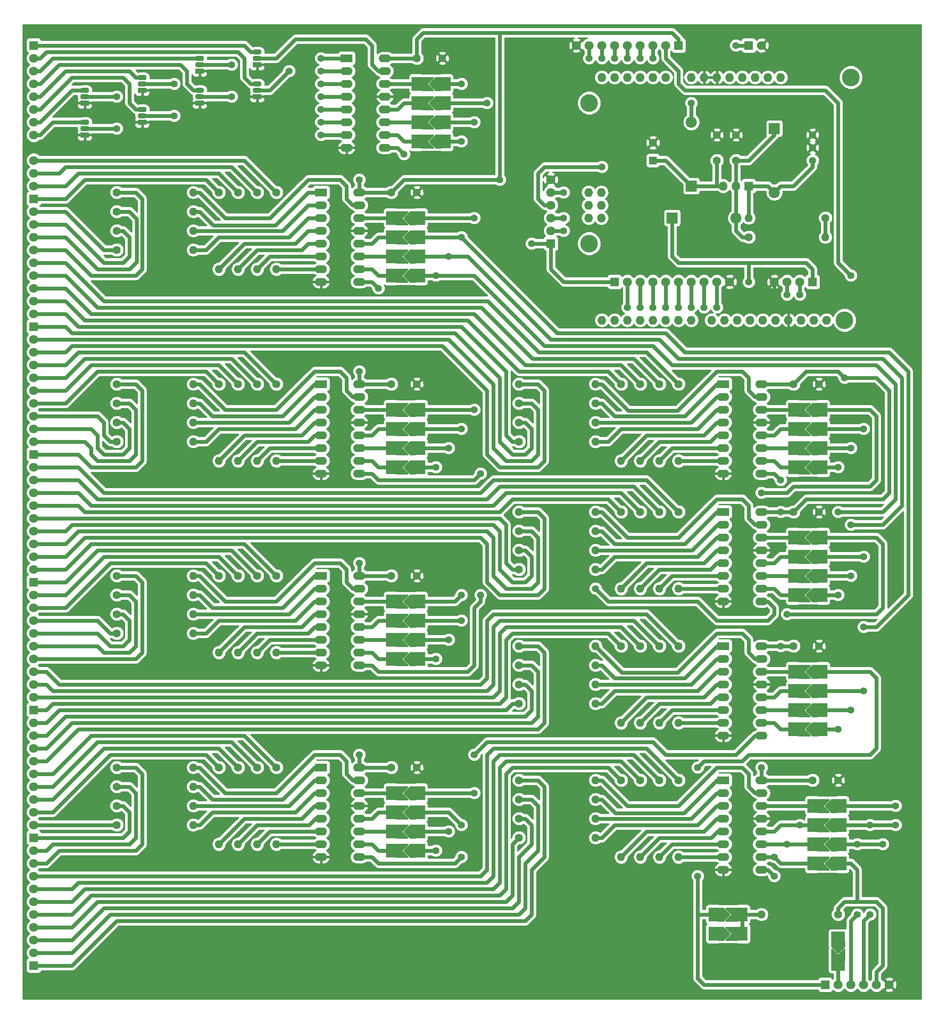
<source format=gbr>
G04 #@! TF.FileFunction,Copper,L2,Bot,Signal*
%FSLAX46Y46*%
G04 Gerber Fmt 4.6, Leading zero omitted, Abs format (unit mm)*
G04 Created by KiCad (PCBNEW 4.0.7) date 06/22/18 18:48:44*
%MOMM*%
%LPD*%
G01*
G04 APERTURE LIST*
%ADD10C,0.100000*%
%ADD11C,0.250000*%
%ADD12C,0.200000*%
%ADD13C,1.600000*%
%ADD14O,1.600000X1.600000*%
%ADD15R,1.600000X1.600000*%
%ADD16C,1.500000*%
%ADD17R,2.200000X2.200000*%
%ADD18O,2.200000X2.200000*%
%ADD19R,1.800000X1.800000*%
%ADD20C,1.800000*%
%ADD21O,1.800000X1.100000*%
%ADD22R,1.800000X1.100000*%
%ADD23C,1.440000*%
%ADD24R,2.000000X2.800000*%
%ADD25R,2.800000X2.000000*%
%ADD26O,1.800000X1.800000*%
%ADD27R,2.400000X1.600000*%
%ADD28O,2.400000X1.600000*%
%ADD29O,1.727200X1.727200*%
%ADD30C,3.500000*%
%ADD31C,1.400000*%
%ADD32C,0.800000*%
%ADD33C,0.254000*%
G04 APERTURE END LIST*
D10*
D11*
X235839000Y-240157000D02*
X237617000Y-240157000D01*
X235966000Y-240284000D02*
X237617000Y-240284000D01*
X236093000Y-240411000D02*
X237617000Y-240411000D01*
X236220000Y-240538000D02*
X237617000Y-240538000D01*
X236347000Y-240665000D02*
X237617000Y-240665000D01*
X236474000Y-240792000D02*
X237617000Y-240792000D01*
X236601000Y-240919000D02*
X237617000Y-240919000D01*
D12*
X236728000Y-241046000D02*
X237617000Y-241046000D01*
D11*
X236855000Y-241173000D02*
X237617000Y-241173000D01*
X236855000Y-241300000D02*
X237617000Y-241300000D01*
X236855000Y-241427000D02*
X237617000Y-241427000D01*
X236728000Y-241554000D02*
X237617000Y-241554000D01*
X236601000Y-241681000D02*
X237617000Y-241681000D01*
X236474000Y-241808000D02*
X237617000Y-241808000D01*
X236347000Y-241935000D02*
X237617000Y-241935000D01*
X236220000Y-242062000D02*
X237617000Y-242062000D01*
X236093000Y-242189000D02*
X237617000Y-242189000D01*
X235966000Y-242316000D02*
X237617000Y-242316000D01*
X235839000Y-242443000D02*
X237617000Y-242443000D01*
X236093000Y-241300000D02*
X235966000Y-241300000D01*
X235966000Y-241427000D02*
X235966000Y-241173000D01*
X235839000Y-241554000D02*
X235839000Y-241046000D01*
X235712000Y-241681000D02*
X235712000Y-240919000D01*
X235585000Y-241808000D02*
X235585000Y-240792000D01*
X235458000Y-241935000D02*
X235458000Y-240665000D01*
X235331000Y-242062000D02*
X235331000Y-240538000D01*
X235204000Y-242189000D02*
X235204000Y-240411000D01*
X235077000Y-242316000D02*
X235077000Y-240284000D01*
X234950000Y-242443000D02*
X234950000Y-240157000D01*
X234823000Y-242443000D02*
X234823000Y-240157000D01*
X234696000Y-242443000D02*
X234696000Y-240157000D01*
X234569000Y-242443000D02*
X234569000Y-240157000D01*
X234442000Y-242443000D02*
X234442000Y-240157000D01*
X234315000Y-242443000D02*
X234315000Y-240157000D01*
X234188000Y-242443000D02*
X234188000Y-240157000D01*
X234061000Y-242443000D02*
X234061000Y-240157000D01*
X235458000Y-242570000D02*
X236728000Y-241300000D01*
X236728000Y-241300000D02*
X235458000Y-240030000D01*
X235458000Y-240030000D02*
X237744000Y-240030000D01*
X237744000Y-240030000D02*
X237744000Y-242570000D01*
X237744000Y-242570000D02*
X235458000Y-242570000D01*
X236220000Y-241300000D02*
X234950000Y-242570000D01*
X234950000Y-242570000D02*
X233934000Y-242570000D01*
X233934000Y-242570000D02*
X233934000Y-240030000D01*
X233934000Y-240030000D02*
X234950000Y-240030000D01*
X234950000Y-240030000D02*
X236220000Y-241300000D01*
X235839000Y-236347000D02*
X237617000Y-236347000D01*
X235966000Y-236474000D02*
X237617000Y-236474000D01*
X236093000Y-236601000D02*
X237617000Y-236601000D01*
X236220000Y-236728000D02*
X237617000Y-236728000D01*
X236347000Y-236855000D02*
X237617000Y-236855000D01*
X236474000Y-236982000D02*
X237617000Y-236982000D01*
X236601000Y-237109000D02*
X237617000Y-237109000D01*
D12*
X236728000Y-237236000D02*
X237617000Y-237236000D01*
D11*
X236855000Y-237363000D02*
X237617000Y-237363000D01*
X236855000Y-237490000D02*
X237617000Y-237490000D01*
X236855000Y-237617000D02*
X237617000Y-237617000D01*
X236728000Y-237744000D02*
X237617000Y-237744000D01*
X236601000Y-237871000D02*
X237617000Y-237871000D01*
X236474000Y-237998000D02*
X237617000Y-237998000D01*
X236347000Y-238125000D02*
X237617000Y-238125000D01*
X236220000Y-238252000D02*
X237617000Y-238252000D01*
X236093000Y-238379000D02*
X237617000Y-238379000D01*
X235966000Y-238506000D02*
X237617000Y-238506000D01*
X235839000Y-238633000D02*
X237617000Y-238633000D01*
X236093000Y-237490000D02*
X235966000Y-237490000D01*
X235966000Y-237617000D02*
X235966000Y-237363000D01*
X235839000Y-237744000D02*
X235839000Y-237236000D01*
X235712000Y-237871000D02*
X235712000Y-237109000D01*
X235585000Y-237998000D02*
X235585000Y-236982000D01*
X235458000Y-238125000D02*
X235458000Y-236855000D01*
X235331000Y-238252000D02*
X235331000Y-236728000D01*
X235204000Y-238379000D02*
X235204000Y-236601000D01*
X235077000Y-238506000D02*
X235077000Y-236474000D01*
X234950000Y-238633000D02*
X234950000Y-236347000D01*
X234823000Y-238633000D02*
X234823000Y-236347000D01*
X234696000Y-238633000D02*
X234696000Y-236347000D01*
X234569000Y-238633000D02*
X234569000Y-236347000D01*
X234442000Y-238633000D02*
X234442000Y-236347000D01*
X234315000Y-238633000D02*
X234315000Y-236347000D01*
X234188000Y-238633000D02*
X234188000Y-236347000D01*
X234061000Y-238633000D02*
X234061000Y-236347000D01*
X235458000Y-238760000D02*
X236728000Y-237490000D01*
X236728000Y-237490000D02*
X235458000Y-236220000D01*
X235458000Y-236220000D02*
X237744000Y-236220000D01*
X237744000Y-236220000D02*
X237744000Y-238760000D01*
X237744000Y-238760000D02*
X235458000Y-238760000D01*
X236220000Y-237490000D02*
X234950000Y-238760000D01*
X234950000Y-238760000D02*
X233934000Y-238760000D01*
X233934000Y-238760000D02*
X233934000Y-236220000D01*
X233934000Y-236220000D02*
X234950000Y-236220000D01*
X234950000Y-236220000D02*
X236220000Y-237490000D01*
X255651000Y-224663000D02*
X253873000Y-224663000D01*
X255524000Y-224536000D02*
X253873000Y-224536000D01*
X255397000Y-224409000D02*
X253873000Y-224409000D01*
X255270000Y-224282000D02*
X253873000Y-224282000D01*
X255143000Y-224155000D02*
X253873000Y-224155000D01*
X255016000Y-224028000D02*
X253873000Y-224028000D01*
X254889000Y-223901000D02*
X253873000Y-223901000D01*
D12*
X254762000Y-223774000D02*
X253873000Y-223774000D01*
D11*
X254635000Y-223647000D02*
X253873000Y-223647000D01*
X254635000Y-223520000D02*
X253873000Y-223520000D01*
X254635000Y-223393000D02*
X253873000Y-223393000D01*
X254762000Y-223266000D02*
X253873000Y-223266000D01*
X254889000Y-223139000D02*
X253873000Y-223139000D01*
X255016000Y-223012000D02*
X253873000Y-223012000D01*
X255143000Y-222885000D02*
X253873000Y-222885000D01*
X255270000Y-222758000D02*
X253873000Y-222758000D01*
X255397000Y-222631000D02*
X253873000Y-222631000D01*
X255524000Y-222504000D02*
X253873000Y-222504000D01*
X255651000Y-222377000D02*
X253873000Y-222377000D01*
X255397000Y-223520000D02*
X255524000Y-223520000D01*
X255524000Y-223393000D02*
X255524000Y-223647000D01*
X255651000Y-223266000D02*
X255651000Y-223774000D01*
X255778000Y-223139000D02*
X255778000Y-223901000D01*
X255905000Y-223012000D02*
X255905000Y-224028000D01*
X256032000Y-222885000D02*
X256032000Y-224155000D01*
X256159000Y-222758000D02*
X256159000Y-224282000D01*
X256286000Y-222631000D02*
X256286000Y-224409000D01*
X256413000Y-222504000D02*
X256413000Y-224536000D01*
X256540000Y-222377000D02*
X256540000Y-224663000D01*
X256667000Y-222377000D02*
X256667000Y-224663000D01*
X256794000Y-222377000D02*
X256794000Y-224663000D01*
X256921000Y-222377000D02*
X256921000Y-224663000D01*
X257048000Y-222377000D02*
X257048000Y-224663000D01*
X257175000Y-222377000D02*
X257175000Y-224663000D01*
X257302000Y-222377000D02*
X257302000Y-224663000D01*
X257429000Y-222377000D02*
X257429000Y-224663000D01*
X256032000Y-222250000D02*
X254762000Y-223520000D01*
X254762000Y-223520000D02*
X256032000Y-224790000D01*
X256032000Y-224790000D02*
X253746000Y-224790000D01*
X253746000Y-224790000D02*
X253746000Y-222250000D01*
X253746000Y-222250000D02*
X256032000Y-222250000D01*
X255270000Y-223520000D02*
X256540000Y-222250000D01*
X256540000Y-222250000D02*
X257556000Y-222250000D01*
X257556000Y-222250000D02*
X257556000Y-224790000D01*
X257556000Y-224790000D02*
X256540000Y-224790000D01*
X256540000Y-224790000D02*
X255270000Y-223520000D01*
X255651000Y-220853000D02*
X253873000Y-220853000D01*
X255524000Y-220726000D02*
X253873000Y-220726000D01*
X255397000Y-220599000D02*
X253873000Y-220599000D01*
X255270000Y-220472000D02*
X253873000Y-220472000D01*
X255143000Y-220345000D02*
X253873000Y-220345000D01*
X255016000Y-220218000D02*
X253873000Y-220218000D01*
X254889000Y-220091000D02*
X253873000Y-220091000D01*
D12*
X254762000Y-219964000D02*
X253873000Y-219964000D01*
D11*
X254635000Y-219837000D02*
X253873000Y-219837000D01*
X254635000Y-219710000D02*
X253873000Y-219710000D01*
X254635000Y-219583000D02*
X253873000Y-219583000D01*
X254762000Y-219456000D02*
X253873000Y-219456000D01*
X254889000Y-219329000D02*
X253873000Y-219329000D01*
X255016000Y-219202000D02*
X253873000Y-219202000D01*
X255143000Y-219075000D02*
X253873000Y-219075000D01*
X255270000Y-218948000D02*
X253873000Y-218948000D01*
X255397000Y-218821000D02*
X253873000Y-218821000D01*
X255524000Y-218694000D02*
X253873000Y-218694000D01*
X255651000Y-218567000D02*
X253873000Y-218567000D01*
X255397000Y-219710000D02*
X255524000Y-219710000D01*
X255524000Y-219583000D02*
X255524000Y-219837000D01*
X255651000Y-219456000D02*
X255651000Y-219964000D01*
X255778000Y-219329000D02*
X255778000Y-220091000D01*
X255905000Y-219202000D02*
X255905000Y-220218000D01*
X256032000Y-219075000D02*
X256032000Y-220345000D01*
X256159000Y-218948000D02*
X256159000Y-220472000D01*
X256286000Y-218821000D02*
X256286000Y-220599000D01*
X256413000Y-218694000D02*
X256413000Y-220726000D01*
X256540000Y-218567000D02*
X256540000Y-220853000D01*
X256667000Y-218567000D02*
X256667000Y-220853000D01*
X256794000Y-218567000D02*
X256794000Y-220853000D01*
X256921000Y-218567000D02*
X256921000Y-220853000D01*
X257048000Y-218567000D02*
X257048000Y-220853000D01*
X257175000Y-218567000D02*
X257175000Y-220853000D01*
X257302000Y-218567000D02*
X257302000Y-220853000D01*
X257429000Y-218567000D02*
X257429000Y-220853000D01*
X256032000Y-218440000D02*
X254762000Y-219710000D01*
X254762000Y-219710000D02*
X256032000Y-220980000D01*
X256032000Y-220980000D02*
X253746000Y-220980000D01*
X253746000Y-220980000D02*
X253746000Y-218440000D01*
X253746000Y-218440000D02*
X256032000Y-218440000D01*
X255270000Y-219710000D02*
X256540000Y-218440000D01*
X256540000Y-218440000D02*
X257556000Y-218440000D01*
X257556000Y-218440000D02*
X257556000Y-220980000D01*
X257556000Y-220980000D02*
X256540000Y-220980000D01*
X256540000Y-220980000D02*
X255270000Y-219710000D01*
X255651000Y-217043000D02*
X253873000Y-217043000D01*
X255524000Y-216916000D02*
X253873000Y-216916000D01*
X255397000Y-216789000D02*
X253873000Y-216789000D01*
X255270000Y-216662000D02*
X253873000Y-216662000D01*
X255143000Y-216535000D02*
X253873000Y-216535000D01*
X255016000Y-216408000D02*
X253873000Y-216408000D01*
X254889000Y-216281000D02*
X253873000Y-216281000D01*
D12*
X254762000Y-216154000D02*
X253873000Y-216154000D01*
D11*
X254635000Y-216027000D02*
X253873000Y-216027000D01*
X254635000Y-215900000D02*
X253873000Y-215900000D01*
X254635000Y-215773000D02*
X253873000Y-215773000D01*
X254762000Y-215646000D02*
X253873000Y-215646000D01*
X254889000Y-215519000D02*
X253873000Y-215519000D01*
X255016000Y-215392000D02*
X253873000Y-215392000D01*
X255143000Y-215265000D02*
X253873000Y-215265000D01*
X255270000Y-215138000D02*
X253873000Y-215138000D01*
X255397000Y-215011000D02*
X253873000Y-215011000D01*
X255524000Y-214884000D02*
X253873000Y-214884000D01*
X255651000Y-214757000D02*
X253873000Y-214757000D01*
X255397000Y-215900000D02*
X255524000Y-215900000D01*
X255524000Y-215773000D02*
X255524000Y-216027000D01*
X255651000Y-215646000D02*
X255651000Y-216154000D01*
X255778000Y-215519000D02*
X255778000Y-216281000D01*
X255905000Y-215392000D02*
X255905000Y-216408000D01*
X256032000Y-215265000D02*
X256032000Y-216535000D01*
X256159000Y-215138000D02*
X256159000Y-216662000D01*
X256286000Y-215011000D02*
X256286000Y-216789000D01*
X256413000Y-214884000D02*
X256413000Y-216916000D01*
X256540000Y-214757000D02*
X256540000Y-217043000D01*
X256667000Y-214757000D02*
X256667000Y-217043000D01*
X256794000Y-214757000D02*
X256794000Y-217043000D01*
X256921000Y-214757000D02*
X256921000Y-217043000D01*
X257048000Y-214757000D02*
X257048000Y-217043000D01*
X257175000Y-214757000D02*
X257175000Y-217043000D01*
X257302000Y-214757000D02*
X257302000Y-217043000D01*
X257429000Y-214757000D02*
X257429000Y-217043000D01*
X256032000Y-214630000D02*
X254762000Y-215900000D01*
X254762000Y-215900000D02*
X256032000Y-217170000D01*
X256032000Y-217170000D02*
X253746000Y-217170000D01*
X253746000Y-217170000D02*
X253746000Y-214630000D01*
X253746000Y-214630000D02*
X256032000Y-214630000D01*
X255270000Y-215900000D02*
X256540000Y-214630000D01*
X256540000Y-214630000D02*
X257556000Y-214630000D01*
X257556000Y-214630000D02*
X257556000Y-217170000D01*
X257556000Y-217170000D02*
X256540000Y-217170000D01*
X256540000Y-217170000D02*
X255270000Y-215900000D01*
X255651000Y-228473000D02*
X253873000Y-228473000D01*
X255524000Y-228346000D02*
X253873000Y-228346000D01*
X255397000Y-228219000D02*
X253873000Y-228219000D01*
X255270000Y-228092000D02*
X253873000Y-228092000D01*
X255143000Y-227965000D02*
X253873000Y-227965000D01*
X255016000Y-227838000D02*
X253873000Y-227838000D01*
X254889000Y-227711000D02*
X253873000Y-227711000D01*
D12*
X254762000Y-227584000D02*
X253873000Y-227584000D01*
D11*
X254635000Y-227457000D02*
X253873000Y-227457000D01*
X254635000Y-227330000D02*
X253873000Y-227330000D01*
X254635000Y-227203000D02*
X253873000Y-227203000D01*
X254762000Y-227076000D02*
X253873000Y-227076000D01*
X254889000Y-226949000D02*
X253873000Y-226949000D01*
X255016000Y-226822000D02*
X253873000Y-226822000D01*
X255143000Y-226695000D02*
X253873000Y-226695000D01*
X255270000Y-226568000D02*
X253873000Y-226568000D01*
X255397000Y-226441000D02*
X253873000Y-226441000D01*
X255524000Y-226314000D02*
X253873000Y-226314000D01*
X255651000Y-226187000D02*
X253873000Y-226187000D01*
X255397000Y-227330000D02*
X255524000Y-227330000D01*
X255524000Y-227203000D02*
X255524000Y-227457000D01*
X255651000Y-227076000D02*
X255651000Y-227584000D01*
X255778000Y-226949000D02*
X255778000Y-227711000D01*
X255905000Y-226822000D02*
X255905000Y-227838000D01*
X256032000Y-226695000D02*
X256032000Y-227965000D01*
X256159000Y-226568000D02*
X256159000Y-228092000D01*
X256286000Y-226441000D02*
X256286000Y-228219000D01*
X256413000Y-226314000D02*
X256413000Y-228346000D01*
X256540000Y-226187000D02*
X256540000Y-228473000D01*
X256667000Y-226187000D02*
X256667000Y-228473000D01*
X256794000Y-226187000D02*
X256794000Y-228473000D01*
X256921000Y-226187000D02*
X256921000Y-228473000D01*
X257048000Y-226187000D02*
X257048000Y-228473000D01*
X257175000Y-226187000D02*
X257175000Y-228473000D01*
X257302000Y-226187000D02*
X257302000Y-228473000D01*
X257429000Y-226187000D02*
X257429000Y-228473000D01*
X256032000Y-226060000D02*
X254762000Y-227330000D01*
X254762000Y-227330000D02*
X256032000Y-228600000D01*
X256032000Y-228600000D02*
X253746000Y-228600000D01*
X253746000Y-228600000D02*
X253746000Y-226060000D01*
X253746000Y-226060000D02*
X256032000Y-226060000D01*
X255270000Y-227330000D02*
X256540000Y-226060000D01*
X256540000Y-226060000D02*
X257556000Y-226060000D01*
X257556000Y-226060000D02*
X257556000Y-228600000D01*
X257556000Y-228600000D02*
X256540000Y-228600000D01*
X256540000Y-228600000D02*
X255270000Y-227330000D01*
X171831000Y-222123000D02*
X170053000Y-222123000D01*
X171704000Y-221996000D02*
X170053000Y-221996000D01*
X171577000Y-221869000D02*
X170053000Y-221869000D01*
X171450000Y-221742000D02*
X170053000Y-221742000D01*
X171323000Y-221615000D02*
X170053000Y-221615000D01*
X171196000Y-221488000D02*
X170053000Y-221488000D01*
X171069000Y-221361000D02*
X170053000Y-221361000D01*
D12*
X170942000Y-221234000D02*
X170053000Y-221234000D01*
D11*
X170815000Y-221107000D02*
X170053000Y-221107000D01*
X170815000Y-220980000D02*
X170053000Y-220980000D01*
X170815000Y-220853000D02*
X170053000Y-220853000D01*
X170942000Y-220726000D02*
X170053000Y-220726000D01*
X171069000Y-220599000D02*
X170053000Y-220599000D01*
X171196000Y-220472000D02*
X170053000Y-220472000D01*
X171323000Y-220345000D02*
X170053000Y-220345000D01*
X171450000Y-220218000D02*
X170053000Y-220218000D01*
X171577000Y-220091000D02*
X170053000Y-220091000D01*
X171704000Y-219964000D02*
X170053000Y-219964000D01*
X171831000Y-219837000D02*
X170053000Y-219837000D01*
X171577000Y-220980000D02*
X171704000Y-220980000D01*
X171704000Y-220853000D02*
X171704000Y-221107000D01*
X171831000Y-220726000D02*
X171831000Y-221234000D01*
X171958000Y-220599000D02*
X171958000Y-221361000D01*
X172085000Y-220472000D02*
X172085000Y-221488000D01*
X172212000Y-220345000D02*
X172212000Y-221615000D01*
X172339000Y-220218000D02*
X172339000Y-221742000D01*
X172466000Y-220091000D02*
X172466000Y-221869000D01*
X172593000Y-219964000D02*
X172593000Y-221996000D01*
X172720000Y-219837000D02*
X172720000Y-222123000D01*
X172847000Y-219837000D02*
X172847000Y-222123000D01*
X172974000Y-219837000D02*
X172974000Y-222123000D01*
X173101000Y-219837000D02*
X173101000Y-222123000D01*
X173228000Y-219837000D02*
X173228000Y-222123000D01*
X173355000Y-219837000D02*
X173355000Y-222123000D01*
X173482000Y-219837000D02*
X173482000Y-222123000D01*
X173609000Y-219837000D02*
X173609000Y-222123000D01*
X172212000Y-219710000D02*
X170942000Y-220980000D01*
X170942000Y-220980000D02*
X172212000Y-222250000D01*
X172212000Y-222250000D02*
X169926000Y-222250000D01*
X169926000Y-222250000D02*
X169926000Y-219710000D01*
X169926000Y-219710000D02*
X172212000Y-219710000D01*
X171450000Y-220980000D02*
X172720000Y-219710000D01*
X172720000Y-219710000D02*
X173736000Y-219710000D01*
X173736000Y-219710000D02*
X173736000Y-222250000D01*
X173736000Y-222250000D02*
X172720000Y-222250000D01*
X172720000Y-222250000D02*
X171450000Y-220980000D01*
X171831000Y-218313000D02*
X170053000Y-218313000D01*
X171704000Y-218186000D02*
X170053000Y-218186000D01*
X171577000Y-218059000D02*
X170053000Y-218059000D01*
X171450000Y-217932000D02*
X170053000Y-217932000D01*
X171323000Y-217805000D02*
X170053000Y-217805000D01*
X171196000Y-217678000D02*
X170053000Y-217678000D01*
X171069000Y-217551000D02*
X170053000Y-217551000D01*
D12*
X170942000Y-217424000D02*
X170053000Y-217424000D01*
D11*
X170815000Y-217297000D02*
X170053000Y-217297000D01*
X170815000Y-217170000D02*
X170053000Y-217170000D01*
X170815000Y-217043000D02*
X170053000Y-217043000D01*
X170942000Y-216916000D02*
X170053000Y-216916000D01*
X171069000Y-216789000D02*
X170053000Y-216789000D01*
X171196000Y-216662000D02*
X170053000Y-216662000D01*
X171323000Y-216535000D02*
X170053000Y-216535000D01*
X171450000Y-216408000D02*
X170053000Y-216408000D01*
X171577000Y-216281000D02*
X170053000Y-216281000D01*
X171704000Y-216154000D02*
X170053000Y-216154000D01*
X171831000Y-216027000D02*
X170053000Y-216027000D01*
X171577000Y-217170000D02*
X171704000Y-217170000D01*
X171704000Y-217043000D02*
X171704000Y-217297000D01*
X171831000Y-216916000D02*
X171831000Y-217424000D01*
X171958000Y-216789000D02*
X171958000Y-217551000D01*
X172085000Y-216662000D02*
X172085000Y-217678000D01*
X172212000Y-216535000D02*
X172212000Y-217805000D01*
X172339000Y-216408000D02*
X172339000Y-217932000D01*
X172466000Y-216281000D02*
X172466000Y-218059000D01*
X172593000Y-216154000D02*
X172593000Y-218186000D01*
X172720000Y-216027000D02*
X172720000Y-218313000D01*
X172847000Y-216027000D02*
X172847000Y-218313000D01*
X172974000Y-216027000D02*
X172974000Y-218313000D01*
X173101000Y-216027000D02*
X173101000Y-218313000D01*
X173228000Y-216027000D02*
X173228000Y-218313000D01*
X173355000Y-216027000D02*
X173355000Y-218313000D01*
X173482000Y-216027000D02*
X173482000Y-218313000D01*
X173609000Y-216027000D02*
X173609000Y-218313000D01*
X172212000Y-215900000D02*
X170942000Y-217170000D01*
X170942000Y-217170000D02*
X172212000Y-218440000D01*
X172212000Y-218440000D02*
X169926000Y-218440000D01*
X169926000Y-218440000D02*
X169926000Y-215900000D01*
X169926000Y-215900000D02*
X172212000Y-215900000D01*
X171450000Y-217170000D02*
X172720000Y-215900000D01*
X172720000Y-215900000D02*
X173736000Y-215900000D01*
X173736000Y-215900000D02*
X173736000Y-218440000D01*
X173736000Y-218440000D02*
X172720000Y-218440000D01*
X172720000Y-218440000D02*
X171450000Y-217170000D01*
X171831000Y-214503000D02*
X170053000Y-214503000D01*
X171704000Y-214376000D02*
X170053000Y-214376000D01*
X171577000Y-214249000D02*
X170053000Y-214249000D01*
X171450000Y-214122000D02*
X170053000Y-214122000D01*
X171323000Y-213995000D02*
X170053000Y-213995000D01*
X171196000Y-213868000D02*
X170053000Y-213868000D01*
X171069000Y-213741000D02*
X170053000Y-213741000D01*
D12*
X170942000Y-213614000D02*
X170053000Y-213614000D01*
D11*
X170815000Y-213487000D02*
X170053000Y-213487000D01*
X170815000Y-213360000D02*
X170053000Y-213360000D01*
X170815000Y-213233000D02*
X170053000Y-213233000D01*
X170942000Y-213106000D02*
X170053000Y-213106000D01*
X171069000Y-212979000D02*
X170053000Y-212979000D01*
X171196000Y-212852000D02*
X170053000Y-212852000D01*
X171323000Y-212725000D02*
X170053000Y-212725000D01*
X171450000Y-212598000D02*
X170053000Y-212598000D01*
X171577000Y-212471000D02*
X170053000Y-212471000D01*
X171704000Y-212344000D02*
X170053000Y-212344000D01*
X171831000Y-212217000D02*
X170053000Y-212217000D01*
X171577000Y-213360000D02*
X171704000Y-213360000D01*
X171704000Y-213233000D02*
X171704000Y-213487000D01*
X171831000Y-213106000D02*
X171831000Y-213614000D01*
X171958000Y-212979000D02*
X171958000Y-213741000D01*
X172085000Y-212852000D02*
X172085000Y-213868000D01*
X172212000Y-212725000D02*
X172212000Y-213995000D01*
X172339000Y-212598000D02*
X172339000Y-214122000D01*
X172466000Y-212471000D02*
X172466000Y-214249000D01*
X172593000Y-212344000D02*
X172593000Y-214376000D01*
X172720000Y-212217000D02*
X172720000Y-214503000D01*
X172847000Y-212217000D02*
X172847000Y-214503000D01*
X172974000Y-212217000D02*
X172974000Y-214503000D01*
X173101000Y-212217000D02*
X173101000Y-214503000D01*
X173228000Y-212217000D02*
X173228000Y-214503000D01*
X173355000Y-212217000D02*
X173355000Y-214503000D01*
X173482000Y-212217000D02*
X173482000Y-214503000D01*
X173609000Y-212217000D02*
X173609000Y-214503000D01*
X172212000Y-212090000D02*
X170942000Y-213360000D01*
X170942000Y-213360000D02*
X172212000Y-214630000D01*
X172212000Y-214630000D02*
X169926000Y-214630000D01*
X169926000Y-214630000D02*
X169926000Y-212090000D01*
X169926000Y-212090000D02*
X172212000Y-212090000D01*
X171450000Y-213360000D02*
X172720000Y-212090000D01*
X172720000Y-212090000D02*
X173736000Y-212090000D01*
X173736000Y-212090000D02*
X173736000Y-214630000D01*
X173736000Y-214630000D02*
X172720000Y-214630000D01*
X172720000Y-214630000D02*
X171450000Y-213360000D01*
X171831000Y-225933000D02*
X170053000Y-225933000D01*
X171704000Y-225806000D02*
X170053000Y-225806000D01*
X171577000Y-225679000D02*
X170053000Y-225679000D01*
X171450000Y-225552000D02*
X170053000Y-225552000D01*
X171323000Y-225425000D02*
X170053000Y-225425000D01*
X171196000Y-225298000D02*
X170053000Y-225298000D01*
X171069000Y-225171000D02*
X170053000Y-225171000D01*
D12*
X170942000Y-225044000D02*
X170053000Y-225044000D01*
D11*
X170815000Y-224917000D02*
X170053000Y-224917000D01*
X170815000Y-224790000D02*
X170053000Y-224790000D01*
X170815000Y-224663000D02*
X170053000Y-224663000D01*
X170942000Y-224536000D02*
X170053000Y-224536000D01*
X171069000Y-224409000D02*
X170053000Y-224409000D01*
X171196000Y-224282000D02*
X170053000Y-224282000D01*
X171323000Y-224155000D02*
X170053000Y-224155000D01*
X171450000Y-224028000D02*
X170053000Y-224028000D01*
X171577000Y-223901000D02*
X170053000Y-223901000D01*
X171704000Y-223774000D02*
X170053000Y-223774000D01*
X171831000Y-223647000D02*
X170053000Y-223647000D01*
X171577000Y-224790000D02*
X171704000Y-224790000D01*
X171704000Y-224663000D02*
X171704000Y-224917000D01*
X171831000Y-224536000D02*
X171831000Y-225044000D01*
X171958000Y-224409000D02*
X171958000Y-225171000D01*
X172085000Y-224282000D02*
X172085000Y-225298000D01*
X172212000Y-224155000D02*
X172212000Y-225425000D01*
X172339000Y-224028000D02*
X172339000Y-225552000D01*
X172466000Y-223901000D02*
X172466000Y-225679000D01*
X172593000Y-223774000D02*
X172593000Y-225806000D01*
X172720000Y-223647000D02*
X172720000Y-225933000D01*
X172847000Y-223647000D02*
X172847000Y-225933000D01*
X172974000Y-223647000D02*
X172974000Y-225933000D01*
X173101000Y-223647000D02*
X173101000Y-225933000D01*
X173228000Y-223647000D02*
X173228000Y-225933000D01*
X173355000Y-223647000D02*
X173355000Y-225933000D01*
X173482000Y-223647000D02*
X173482000Y-225933000D01*
X173609000Y-223647000D02*
X173609000Y-225933000D01*
X172212000Y-223520000D02*
X170942000Y-224790000D01*
X170942000Y-224790000D02*
X172212000Y-226060000D01*
X172212000Y-226060000D02*
X169926000Y-226060000D01*
X169926000Y-226060000D02*
X169926000Y-223520000D01*
X169926000Y-223520000D02*
X172212000Y-223520000D01*
X171450000Y-224790000D02*
X172720000Y-223520000D01*
X172720000Y-223520000D02*
X173736000Y-223520000D01*
X173736000Y-223520000D02*
X173736000Y-226060000D01*
X173736000Y-226060000D02*
X172720000Y-226060000D01*
X172720000Y-226060000D02*
X171450000Y-224790000D01*
X251841000Y-197993000D02*
X250063000Y-197993000D01*
X251714000Y-197866000D02*
X250063000Y-197866000D01*
X251587000Y-197739000D02*
X250063000Y-197739000D01*
X251460000Y-197612000D02*
X250063000Y-197612000D01*
X251333000Y-197485000D02*
X250063000Y-197485000D01*
X251206000Y-197358000D02*
X250063000Y-197358000D01*
X251079000Y-197231000D02*
X250063000Y-197231000D01*
D12*
X250952000Y-197104000D02*
X250063000Y-197104000D01*
D11*
X250825000Y-196977000D02*
X250063000Y-196977000D01*
X250825000Y-196850000D02*
X250063000Y-196850000D01*
X250825000Y-196723000D02*
X250063000Y-196723000D01*
X250952000Y-196596000D02*
X250063000Y-196596000D01*
X251079000Y-196469000D02*
X250063000Y-196469000D01*
X251206000Y-196342000D02*
X250063000Y-196342000D01*
X251333000Y-196215000D02*
X250063000Y-196215000D01*
X251460000Y-196088000D02*
X250063000Y-196088000D01*
X251587000Y-195961000D02*
X250063000Y-195961000D01*
X251714000Y-195834000D02*
X250063000Y-195834000D01*
X251841000Y-195707000D02*
X250063000Y-195707000D01*
X251587000Y-196850000D02*
X251714000Y-196850000D01*
X251714000Y-196723000D02*
X251714000Y-196977000D01*
X251841000Y-196596000D02*
X251841000Y-197104000D01*
X251968000Y-196469000D02*
X251968000Y-197231000D01*
X252095000Y-196342000D02*
X252095000Y-197358000D01*
X252222000Y-196215000D02*
X252222000Y-197485000D01*
X252349000Y-196088000D02*
X252349000Y-197612000D01*
X252476000Y-195961000D02*
X252476000Y-197739000D01*
X252603000Y-195834000D02*
X252603000Y-197866000D01*
X252730000Y-195707000D02*
X252730000Y-197993000D01*
X252857000Y-195707000D02*
X252857000Y-197993000D01*
X252984000Y-195707000D02*
X252984000Y-197993000D01*
X253111000Y-195707000D02*
X253111000Y-197993000D01*
X253238000Y-195707000D02*
X253238000Y-197993000D01*
X253365000Y-195707000D02*
X253365000Y-197993000D01*
X253492000Y-195707000D02*
X253492000Y-197993000D01*
X253619000Y-195707000D02*
X253619000Y-197993000D01*
X252222000Y-195580000D02*
X250952000Y-196850000D01*
X250952000Y-196850000D02*
X252222000Y-198120000D01*
X252222000Y-198120000D02*
X249936000Y-198120000D01*
X249936000Y-198120000D02*
X249936000Y-195580000D01*
X249936000Y-195580000D02*
X252222000Y-195580000D01*
X251460000Y-196850000D02*
X252730000Y-195580000D01*
X252730000Y-195580000D02*
X253746000Y-195580000D01*
X253746000Y-195580000D02*
X253746000Y-198120000D01*
X253746000Y-198120000D02*
X252730000Y-198120000D01*
X252730000Y-198120000D02*
X251460000Y-196850000D01*
X251841000Y-194183000D02*
X250063000Y-194183000D01*
X251714000Y-194056000D02*
X250063000Y-194056000D01*
X251587000Y-193929000D02*
X250063000Y-193929000D01*
X251460000Y-193802000D02*
X250063000Y-193802000D01*
X251333000Y-193675000D02*
X250063000Y-193675000D01*
X251206000Y-193548000D02*
X250063000Y-193548000D01*
X251079000Y-193421000D02*
X250063000Y-193421000D01*
D12*
X250952000Y-193294000D02*
X250063000Y-193294000D01*
D11*
X250825000Y-193167000D02*
X250063000Y-193167000D01*
X250825000Y-193040000D02*
X250063000Y-193040000D01*
X250825000Y-192913000D02*
X250063000Y-192913000D01*
X250952000Y-192786000D02*
X250063000Y-192786000D01*
X251079000Y-192659000D02*
X250063000Y-192659000D01*
X251206000Y-192532000D02*
X250063000Y-192532000D01*
X251333000Y-192405000D02*
X250063000Y-192405000D01*
X251460000Y-192278000D02*
X250063000Y-192278000D01*
X251587000Y-192151000D02*
X250063000Y-192151000D01*
X251714000Y-192024000D02*
X250063000Y-192024000D01*
X251841000Y-191897000D02*
X250063000Y-191897000D01*
X251587000Y-193040000D02*
X251714000Y-193040000D01*
X251714000Y-192913000D02*
X251714000Y-193167000D01*
X251841000Y-192786000D02*
X251841000Y-193294000D01*
X251968000Y-192659000D02*
X251968000Y-193421000D01*
X252095000Y-192532000D02*
X252095000Y-193548000D01*
X252222000Y-192405000D02*
X252222000Y-193675000D01*
X252349000Y-192278000D02*
X252349000Y-193802000D01*
X252476000Y-192151000D02*
X252476000Y-193929000D01*
X252603000Y-192024000D02*
X252603000Y-194056000D01*
X252730000Y-191897000D02*
X252730000Y-194183000D01*
X252857000Y-191897000D02*
X252857000Y-194183000D01*
X252984000Y-191897000D02*
X252984000Y-194183000D01*
X253111000Y-191897000D02*
X253111000Y-194183000D01*
X253238000Y-191897000D02*
X253238000Y-194183000D01*
X253365000Y-191897000D02*
X253365000Y-194183000D01*
X253492000Y-191897000D02*
X253492000Y-194183000D01*
X253619000Y-191897000D02*
X253619000Y-194183000D01*
X252222000Y-191770000D02*
X250952000Y-193040000D01*
X250952000Y-193040000D02*
X252222000Y-194310000D01*
X252222000Y-194310000D02*
X249936000Y-194310000D01*
X249936000Y-194310000D02*
X249936000Y-191770000D01*
X249936000Y-191770000D02*
X252222000Y-191770000D01*
X251460000Y-193040000D02*
X252730000Y-191770000D01*
X252730000Y-191770000D02*
X253746000Y-191770000D01*
X253746000Y-191770000D02*
X253746000Y-194310000D01*
X253746000Y-194310000D02*
X252730000Y-194310000D01*
X252730000Y-194310000D02*
X251460000Y-193040000D01*
X251841000Y-190373000D02*
X250063000Y-190373000D01*
X251714000Y-190246000D02*
X250063000Y-190246000D01*
X251587000Y-190119000D02*
X250063000Y-190119000D01*
X251460000Y-189992000D02*
X250063000Y-189992000D01*
X251333000Y-189865000D02*
X250063000Y-189865000D01*
X251206000Y-189738000D02*
X250063000Y-189738000D01*
X251079000Y-189611000D02*
X250063000Y-189611000D01*
D12*
X250952000Y-189484000D02*
X250063000Y-189484000D01*
D11*
X250825000Y-189357000D02*
X250063000Y-189357000D01*
X250825000Y-189230000D02*
X250063000Y-189230000D01*
X250825000Y-189103000D02*
X250063000Y-189103000D01*
X250952000Y-188976000D02*
X250063000Y-188976000D01*
X251079000Y-188849000D02*
X250063000Y-188849000D01*
X251206000Y-188722000D02*
X250063000Y-188722000D01*
X251333000Y-188595000D02*
X250063000Y-188595000D01*
X251460000Y-188468000D02*
X250063000Y-188468000D01*
X251587000Y-188341000D02*
X250063000Y-188341000D01*
X251714000Y-188214000D02*
X250063000Y-188214000D01*
X251841000Y-188087000D02*
X250063000Y-188087000D01*
X251587000Y-189230000D02*
X251714000Y-189230000D01*
X251714000Y-189103000D02*
X251714000Y-189357000D01*
X251841000Y-188976000D02*
X251841000Y-189484000D01*
X251968000Y-188849000D02*
X251968000Y-189611000D01*
X252095000Y-188722000D02*
X252095000Y-189738000D01*
X252222000Y-188595000D02*
X252222000Y-189865000D01*
X252349000Y-188468000D02*
X252349000Y-189992000D01*
X252476000Y-188341000D02*
X252476000Y-190119000D01*
X252603000Y-188214000D02*
X252603000Y-190246000D01*
X252730000Y-188087000D02*
X252730000Y-190373000D01*
X252857000Y-188087000D02*
X252857000Y-190373000D01*
X252984000Y-188087000D02*
X252984000Y-190373000D01*
X253111000Y-188087000D02*
X253111000Y-190373000D01*
X253238000Y-188087000D02*
X253238000Y-190373000D01*
X253365000Y-188087000D02*
X253365000Y-190373000D01*
X253492000Y-188087000D02*
X253492000Y-190373000D01*
X253619000Y-188087000D02*
X253619000Y-190373000D01*
X252222000Y-187960000D02*
X250952000Y-189230000D01*
X250952000Y-189230000D02*
X252222000Y-190500000D01*
X252222000Y-190500000D02*
X249936000Y-190500000D01*
X249936000Y-190500000D02*
X249936000Y-187960000D01*
X249936000Y-187960000D02*
X252222000Y-187960000D01*
X251460000Y-189230000D02*
X252730000Y-187960000D01*
X252730000Y-187960000D02*
X253746000Y-187960000D01*
X253746000Y-187960000D02*
X253746000Y-190500000D01*
X253746000Y-190500000D02*
X252730000Y-190500000D01*
X252730000Y-190500000D02*
X251460000Y-189230000D01*
X251841000Y-201803000D02*
X250063000Y-201803000D01*
X251714000Y-201676000D02*
X250063000Y-201676000D01*
X251587000Y-201549000D02*
X250063000Y-201549000D01*
X251460000Y-201422000D02*
X250063000Y-201422000D01*
X251333000Y-201295000D02*
X250063000Y-201295000D01*
X251206000Y-201168000D02*
X250063000Y-201168000D01*
X251079000Y-201041000D02*
X250063000Y-201041000D01*
D12*
X250952000Y-200914000D02*
X250063000Y-200914000D01*
D11*
X250825000Y-200787000D02*
X250063000Y-200787000D01*
X250825000Y-200660000D02*
X250063000Y-200660000D01*
X250825000Y-200533000D02*
X250063000Y-200533000D01*
X250952000Y-200406000D02*
X250063000Y-200406000D01*
X251079000Y-200279000D02*
X250063000Y-200279000D01*
X251206000Y-200152000D02*
X250063000Y-200152000D01*
X251333000Y-200025000D02*
X250063000Y-200025000D01*
X251460000Y-199898000D02*
X250063000Y-199898000D01*
X251587000Y-199771000D02*
X250063000Y-199771000D01*
X251714000Y-199644000D02*
X250063000Y-199644000D01*
X251841000Y-199517000D02*
X250063000Y-199517000D01*
X251587000Y-200660000D02*
X251714000Y-200660000D01*
X251714000Y-200533000D02*
X251714000Y-200787000D01*
X251841000Y-200406000D02*
X251841000Y-200914000D01*
X251968000Y-200279000D02*
X251968000Y-201041000D01*
X252095000Y-200152000D02*
X252095000Y-201168000D01*
X252222000Y-200025000D02*
X252222000Y-201295000D01*
X252349000Y-199898000D02*
X252349000Y-201422000D01*
X252476000Y-199771000D02*
X252476000Y-201549000D01*
X252603000Y-199644000D02*
X252603000Y-201676000D01*
X252730000Y-199517000D02*
X252730000Y-201803000D01*
X252857000Y-199517000D02*
X252857000Y-201803000D01*
X252984000Y-199517000D02*
X252984000Y-201803000D01*
X253111000Y-199517000D02*
X253111000Y-201803000D01*
X253238000Y-199517000D02*
X253238000Y-201803000D01*
X253365000Y-199517000D02*
X253365000Y-201803000D01*
X253492000Y-199517000D02*
X253492000Y-201803000D01*
X253619000Y-199517000D02*
X253619000Y-201803000D01*
X252222000Y-199390000D02*
X250952000Y-200660000D01*
X250952000Y-200660000D02*
X252222000Y-201930000D01*
X252222000Y-201930000D02*
X249936000Y-201930000D01*
X249936000Y-201930000D02*
X249936000Y-199390000D01*
X249936000Y-199390000D02*
X252222000Y-199390000D01*
X251460000Y-200660000D02*
X252730000Y-199390000D01*
X252730000Y-199390000D02*
X253746000Y-199390000D01*
X253746000Y-199390000D02*
X253746000Y-201930000D01*
X253746000Y-201930000D02*
X252730000Y-201930000D01*
X252730000Y-201930000D02*
X251460000Y-200660000D01*
X171831000Y-184023000D02*
X170053000Y-184023000D01*
X171704000Y-183896000D02*
X170053000Y-183896000D01*
X171577000Y-183769000D02*
X170053000Y-183769000D01*
X171450000Y-183642000D02*
X170053000Y-183642000D01*
X171323000Y-183515000D02*
X170053000Y-183515000D01*
X171196000Y-183388000D02*
X170053000Y-183388000D01*
X171069000Y-183261000D02*
X170053000Y-183261000D01*
D12*
X170942000Y-183134000D02*
X170053000Y-183134000D01*
D11*
X170815000Y-183007000D02*
X170053000Y-183007000D01*
X170815000Y-182880000D02*
X170053000Y-182880000D01*
X170815000Y-182753000D02*
X170053000Y-182753000D01*
X170942000Y-182626000D02*
X170053000Y-182626000D01*
X171069000Y-182499000D02*
X170053000Y-182499000D01*
X171196000Y-182372000D02*
X170053000Y-182372000D01*
X171323000Y-182245000D02*
X170053000Y-182245000D01*
X171450000Y-182118000D02*
X170053000Y-182118000D01*
X171577000Y-181991000D02*
X170053000Y-181991000D01*
X171704000Y-181864000D02*
X170053000Y-181864000D01*
X171831000Y-181737000D02*
X170053000Y-181737000D01*
X171577000Y-182880000D02*
X171704000Y-182880000D01*
X171704000Y-182753000D02*
X171704000Y-183007000D01*
X171831000Y-182626000D02*
X171831000Y-183134000D01*
X171958000Y-182499000D02*
X171958000Y-183261000D01*
X172085000Y-182372000D02*
X172085000Y-183388000D01*
X172212000Y-182245000D02*
X172212000Y-183515000D01*
X172339000Y-182118000D02*
X172339000Y-183642000D01*
X172466000Y-181991000D02*
X172466000Y-183769000D01*
X172593000Y-181864000D02*
X172593000Y-183896000D01*
X172720000Y-181737000D02*
X172720000Y-184023000D01*
X172847000Y-181737000D02*
X172847000Y-184023000D01*
X172974000Y-181737000D02*
X172974000Y-184023000D01*
X173101000Y-181737000D02*
X173101000Y-184023000D01*
X173228000Y-181737000D02*
X173228000Y-184023000D01*
X173355000Y-181737000D02*
X173355000Y-184023000D01*
X173482000Y-181737000D02*
X173482000Y-184023000D01*
X173609000Y-181737000D02*
X173609000Y-184023000D01*
X172212000Y-181610000D02*
X170942000Y-182880000D01*
X170942000Y-182880000D02*
X172212000Y-184150000D01*
X172212000Y-184150000D02*
X169926000Y-184150000D01*
X169926000Y-184150000D02*
X169926000Y-181610000D01*
X169926000Y-181610000D02*
X172212000Y-181610000D01*
X171450000Y-182880000D02*
X172720000Y-181610000D01*
X172720000Y-181610000D02*
X173736000Y-181610000D01*
X173736000Y-181610000D02*
X173736000Y-184150000D01*
X173736000Y-184150000D02*
X172720000Y-184150000D01*
X172720000Y-184150000D02*
X171450000Y-182880000D01*
X171831000Y-180213000D02*
X170053000Y-180213000D01*
X171704000Y-180086000D02*
X170053000Y-180086000D01*
X171577000Y-179959000D02*
X170053000Y-179959000D01*
X171450000Y-179832000D02*
X170053000Y-179832000D01*
X171323000Y-179705000D02*
X170053000Y-179705000D01*
X171196000Y-179578000D02*
X170053000Y-179578000D01*
X171069000Y-179451000D02*
X170053000Y-179451000D01*
D12*
X170942000Y-179324000D02*
X170053000Y-179324000D01*
D11*
X170815000Y-179197000D02*
X170053000Y-179197000D01*
X170815000Y-179070000D02*
X170053000Y-179070000D01*
X170815000Y-178943000D02*
X170053000Y-178943000D01*
X170942000Y-178816000D02*
X170053000Y-178816000D01*
X171069000Y-178689000D02*
X170053000Y-178689000D01*
X171196000Y-178562000D02*
X170053000Y-178562000D01*
X171323000Y-178435000D02*
X170053000Y-178435000D01*
X171450000Y-178308000D02*
X170053000Y-178308000D01*
X171577000Y-178181000D02*
X170053000Y-178181000D01*
X171704000Y-178054000D02*
X170053000Y-178054000D01*
X171831000Y-177927000D02*
X170053000Y-177927000D01*
X171577000Y-179070000D02*
X171704000Y-179070000D01*
X171704000Y-178943000D02*
X171704000Y-179197000D01*
X171831000Y-178816000D02*
X171831000Y-179324000D01*
X171958000Y-178689000D02*
X171958000Y-179451000D01*
X172085000Y-178562000D02*
X172085000Y-179578000D01*
X172212000Y-178435000D02*
X172212000Y-179705000D01*
X172339000Y-178308000D02*
X172339000Y-179832000D01*
X172466000Y-178181000D02*
X172466000Y-179959000D01*
X172593000Y-178054000D02*
X172593000Y-180086000D01*
X172720000Y-177927000D02*
X172720000Y-180213000D01*
X172847000Y-177927000D02*
X172847000Y-180213000D01*
X172974000Y-177927000D02*
X172974000Y-180213000D01*
X173101000Y-177927000D02*
X173101000Y-180213000D01*
X173228000Y-177927000D02*
X173228000Y-180213000D01*
X173355000Y-177927000D02*
X173355000Y-180213000D01*
X173482000Y-177927000D02*
X173482000Y-180213000D01*
X173609000Y-177927000D02*
X173609000Y-180213000D01*
X172212000Y-177800000D02*
X170942000Y-179070000D01*
X170942000Y-179070000D02*
X172212000Y-180340000D01*
X172212000Y-180340000D02*
X169926000Y-180340000D01*
X169926000Y-180340000D02*
X169926000Y-177800000D01*
X169926000Y-177800000D02*
X172212000Y-177800000D01*
X171450000Y-179070000D02*
X172720000Y-177800000D01*
X172720000Y-177800000D02*
X173736000Y-177800000D01*
X173736000Y-177800000D02*
X173736000Y-180340000D01*
X173736000Y-180340000D02*
X172720000Y-180340000D01*
X172720000Y-180340000D02*
X171450000Y-179070000D01*
X171831000Y-176403000D02*
X170053000Y-176403000D01*
X171704000Y-176276000D02*
X170053000Y-176276000D01*
X171577000Y-176149000D02*
X170053000Y-176149000D01*
X171450000Y-176022000D02*
X170053000Y-176022000D01*
X171323000Y-175895000D02*
X170053000Y-175895000D01*
X171196000Y-175768000D02*
X170053000Y-175768000D01*
X171069000Y-175641000D02*
X170053000Y-175641000D01*
D12*
X170942000Y-175514000D02*
X170053000Y-175514000D01*
D11*
X170815000Y-175387000D02*
X170053000Y-175387000D01*
X170815000Y-175260000D02*
X170053000Y-175260000D01*
X170815000Y-175133000D02*
X170053000Y-175133000D01*
X170942000Y-175006000D02*
X170053000Y-175006000D01*
X171069000Y-174879000D02*
X170053000Y-174879000D01*
X171196000Y-174752000D02*
X170053000Y-174752000D01*
X171323000Y-174625000D02*
X170053000Y-174625000D01*
X171450000Y-174498000D02*
X170053000Y-174498000D01*
X171577000Y-174371000D02*
X170053000Y-174371000D01*
X171704000Y-174244000D02*
X170053000Y-174244000D01*
X171831000Y-174117000D02*
X170053000Y-174117000D01*
X171577000Y-175260000D02*
X171704000Y-175260000D01*
X171704000Y-175133000D02*
X171704000Y-175387000D01*
X171831000Y-175006000D02*
X171831000Y-175514000D01*
X171958000Y-174879000D02*
X171958000Y-175641000D01*
X172085000Y-174752000D02*
X172085000Y-175768000D01*
X172212000Y-174625000D02*
X172212000Y-175895000D01*
X172339000Y-174498000D02*
X172339000Y-176022000D01*
X172466000Y-174371000D02*
X172466000Y-176149000D01*
X172593000Y-174244000D02*
X172593000Y-176276000D01*
X172720000Y-174117000D02*
X172720000Y-176403000D01*
X172847000Y-174117000D02*
X172847000Y-176403000D01*
X172974000Y-174117000D02*
X172974000Y-176403000D01*
X173101000Y-174117000D02*
X173101000Y-176403000D01*
X173228000Y-174117000D02*
X173228000Y-176403000D01*
X173355000Y-174117000D02*
X173355000Y-176403000D01*
X173482000Y-174117000D02*
X173482000Y-176403000D01*
X173609000Y-174117000D02*
X173609000Y-176403000D01*
X172212000Y-173990000D02*
X170942000Y-175260000D01*
X170942000Y-175260000D02*
X172212000Y-176530000D01*
X172212000Y-176530000D02*
X169926000Y-176530000D01*
X169926000Y-176530000D02*
X169926000Y-173990000D01*
X169926000Y-173990000D02*
X172212000Y-173990000D01*
X171450000Y-175260000D02*
X172720000Y-173990000D01*
X172720000Y-173990000D02*
X173736000Y-173990000D01*
X173736000Y-173990000D02*
X173736000Y-176530000D01*
X173736000Y-176530000D02*
X172720000Y-176530000D01*
X172720000Y-176530000D02*
X171450000Y-175260000D01*
X171831000Y-187833000D02*
X170053000Y-187833000D01*
X171704000Y-187706000D02*
X170053000Y-187706000D01*
X171577000Y-187579000D02*
X170053000Y-187579000D01*
X171450000Y-187452000D02*
X170053000Y-187452000D01*
X171323000Y-187325000D02*
X170053000Y-187325000D01*
X171196000Y-187198000D02*
X170053000Y-187198000D01*
X171069000Y-187071000D02*
X170053000Y-187071000D01*
D12*
X170942000Y-186944000D02*
X170053000Y-186944000D01*
D11*
X170815000Y-186817000D02*
X170053000Y-186817000D01*
X170815000Y-186690000D02*
X170053000Y-186690000D01*
X170815000Y-186563000D02*
X170053000Y-186563000D01*
X170942000Y-186436000D02*
X170053000Y-186436000D01*
X171069000Y-186309000D02*
X170053000Y-186309000D01*
X171196000Y-186182000D02*
X170053000Y-186182000D01*
X171323000Y-186055000D02*
X170053000Y-186055000D01*
X171450000Y-185928000D02*
X170053000Y-185928000D01*
X171577000Y-185801000D02*
X170053000Y-185801000D01*
X171704000Y-185674000D02*
X170053000Y-185674000D01*
X171831000Y-185547000D02*
X170053000Y-185547000D01*
X171577000Y-186690000D02*
X171704000Y-186690000D01*
X171704000Y-186563000D02*
X171704000Y-186817000D01*
X171831000Y-186436000D02*
X171831000Y-186944000D01*
X171958000Y-186309000D02*
X171958000Y-187071000D01*
X172085000Y-186182000D02*
X172085000Y-187198000D01*
X172212000Y-186055000D02*
X172212000Y-187325000D01*
X172339000Y-185928000D02*
X172339000Y-187452000D01*
X172466000Y-185801000D02*
X172466000Y-187579000D01*
X172593000Y-185674000D02*
X172593000Y-187706000D01*
X172720000Y-185547000D02*
X172720000Y-187833000D01*
X172847000Y-185547000D02*
X172847000Y-187833000D01*
X172974000Y-185547000D02*
X172974000Y-187833000D01*
X173101000Y-185547000D02*
X173101000Y-187833000D01*
X173228000Y-185547000D02*
X173228000Y-187833000D01*
X173355000Y-185547000D02*
X173355000Y-187833000D01*
X173482000Y-185547000D02*
X173482000Y-187833000D01*
X173609000Y-185547000D02*
X173609000Y-187833000D01*
X172212000Y-185420000D02*
X170942000Y-186690000D01*
X170942000Y-186690000D02*
X172212000Y-187960000D01*
X172212000Y-187960000D02*
X169926000Y-187960000D01*
X169926000Y-187960000D02*
X169926000Y-185420000D01*
X169926000Y-185420000D02*
X172212000Y-185420000D01*
X171450000Y-186690000D02*
X172720000Y-185420000D01*
X172720000Y-185420000D02*
X173736000Y-185420000D01*
X173736000Y-185420000D02*
X173736000Y-187960000D01*
X173736000Y-187960000D02*
X172720000Y-187960000D01*
X172720000Y-187960000D02*
X171450000Y-186690000D01*
X251841000Y-171323000D02*
X250063000Y-171323000D01*
X251714000Y-171196000D02*
X250063000Y-171196000D01*
X251587000Y-171069000D02*
X250063000Y-171069000D01*
X251460000Y-170942000D02*
X250063000Y-170942000D01*
X251333000Y-170815000D02*
X250063000Y-170815000D01*
X251206000Y-170688000D02*
X250063000Y-170688000D01*
X251079000Y-170561000D02*
X250063000Y-170561000D01*
D12*
X250952000Y-170434000D02*
X250063000Y-170434000D01*
D11*
X250825000Y-170307000D02*
X250063000Y-170307000D01*
X250825000Y-170180000D02*
X250063000Y-170180000D01*
X250825000Y-170053000D02*
X250063000Y-170053000D01*
X250952000Y-169926000D02*
X250063000Y-169926000D01*
X251079000Y-169799000D02*
X250063000Y-169799000D01*
X251206000Y-169672000D02*
X250063000Y-169672000D01*
X251333000Y-169545000D02*
X250063000Y-169545000D01*
X251460000Y-169418000D02*
X250063000Y-169418000D01*
X251587000Y-169291000D02*
X250063000Y-169291000D01*
X251714000Y-169164000D02*
X250063000Y-169164000D01*
X251841000Y-169037000D02*
X250063000Y-169037000D01*
X251587000Y-170180000D02*
X251714000Y-170180000D01*
X251714000Y-170053000D02*
X251714000Y-170307000D01*
X251841000Y-169926000D02*
X251841000Y-170434000D01*
X251968000Y-169799000D02*
X251968000Y-170561000D01*
X252095000Y-169672000D02*
X252095000Y-170688000D01*
X252222000Y-169545000D02*
X252222000Y-170815000D01*
X252349000Y-169418000D02*
X252349000Y-170942000D01*
X252476000Y-169291000D02*
X252476000Y-171069000D01*
X252603000Y-169164000D02*
X252603000Y-171196000D01*
X252730000Y-169037000D02*
X252730000Y-171323000D01*
X252857000Y-169037000D02*
X252857000Y-171323000D01*
X252984000Y-169037000D02*
X252984000Y-171323000D01*
X253111000Y-169037000D02*
X253111000Y-171323000D01*
X253238000Y-169037000D02*
X253238000Y-171323000D01*
X253365000Y-169037000D02*
X253365000Y-171323000D01*
X253492000Y-169037000D02*
X253492000Y-171323000D01*
X253619000Y-169037000D02*
X253619000Y-171323000D01*
X252222000Y-168910000D02*
X250952000Y-170180000D01*
X250952000Y-170180000D02*
X252222000Y-171450000D01*
X252222000Y-171450000D02*
X249936000Y-171450000D01*
X249936000Y-171450000D02*
X249936000Y-168910000D01*
X249936000Y-168910000D02*
X252222000Y-168910000D01*
X251460000Y-170180000D02*
X252730000Y-168910000D01*
X252730000Y-168910000D02*
X253746000Y-168910000D01*
X253746000Y-168910000D02*
X253746000Y-171450000D01*
X253746000Y-171450000D02*
X252730000Y-171450000D01*
X252730000Y-171450000D02*
X251460000Y-170180000D01*
X251841000Y-167513000D02*
X250063000Y-167513000D01*
X251714000Y-167386000D02*
X250063000Y-167386000D01*
X251587000Y-167259000D02*
X250063000Y-167259000D01*
X251460000Y-167132000D02*
X250063000Y-167132000D01*
X251333000Y-167005000D02*
X250063000Y-167005000D01*
X251206000Y-166878000D02*
X250063000Y-166878000D01*
X251079000Y-166751000D02*
X250063000Y-166751000D01*
D12*
X250952000Y-166624000D02*
X250063000Y-166624000D01*
D11*
X250825000Y-166497000D02*
X250063000Y-166497000D01*
X250825000Y-166370000D02*
X250063000Y-166370000D01*
X250825000Y-166243000D02*
X250063000Y-166243000D01*
X250952000Y-166116000D02*
X250063000Y-166116000D01*
X251079000Y-165989000D02*
X250063000Y-165989000D01*
X251206000Y-165862000D02*
X250063000Y-165862000D01*
X251333000Y-165735000D02*
X250063000Y-165735000D01*
X251460000Y-165608000D02*
X250063000Y-165608000D01*
X251587000Y-165481000D02*
X250063000Y-165481000D01*
X251714000Y-165354000D02*
X250063000Y-165354000D01*
X251841000Y-165227000D02*
X250063000Y-165227000D01*
X251587000Y-166370000D02*
X251714000Y-166370000D01*
X251714000Y-166243000D02*
X251714000Y-166497000D01*
X251841000Y-166116000D02*
X251841000Y-166624000D01*
X251968000Y-165989000D02*
X251968000Y-166751000D01*
X252095000Y-165862000D02*
X252095000Y-166878000D01*
X252222000Y-165735000D02*
X252222000Y-167005000D01*
X252349000Y-165608000D02*
X252349000Y-167132000D01*
X252476000Y-165481000D02*
X252476000Y-167259000D01*
X252603000Y-165354000D02*
X252603000Y-167386000D01*
X252730000Y-165227000D02*
X252730000Y-167513000D01*
X252857000Y-165227000D02*
X252857000Y-167513000D01*
X252984000Y-165227000D02*
X252984000Y-167513000D01*
X253111000Y-165227000D02*
X253111000Y-167513000D01*
X253238000Y-165227000D02*
X253238000Y-167513000D01*
X253365000Y-165227000D02*
X253365000Y-167513000D01*
X253492000Y-165227000D02*
X253492000Y-167513000D01*
X253619000Y-165227000D02*
X253619000Y-167513000D01*
X252222000Y-165100000D02*
X250952000Y-166370000D01*
X250952000Y-166370000D02*
X252222000Y-167640000D01*
X252222000Y-167640000D02*
X249936000Y-167640000D01*
X249936000Y-167640000D02*
X249936000Y-165100000D01*
X249936000Y-165100000D02*
X252222000Y-165100000D01*
X251460000Y-166370000D02*
X252730000Y-165100000D01*
X252730000Y-165100000D02*
X253746000Y-165100000D01*
X253746000Y-165100000D02*
X253746000Y-167640000D01*
X253746000Y-167640000D02*
X252730000Y-167640000D01*
X252730000Y-167640000D02*
X251460000Y-166370000D01*
X251841000Y-163703000D02*
X250063000Y-163703000D01*
X251714000Y-163576000D02*
X250063000Y-163576000D01*
X251587000Y-163449000D02*
X250063000Y-163449000D01*
X251460000Y-163322000D02*
X250063000Y-163322000D01*
X251333000Y-163195000D02*
X250063000Y-163195000D01*
X251206000Y-163068000D02*
X250063000Y-163068000D01*
X251079000Y-162941000D02*
X250063000Y-162941000D01*
D12*
X250952000Y-162814000D02*
X250063000Y-162814000D01*
D11*
X250825000Y-162687000D02*
X250063000Y-162687000D01*
X250825000Y-162560000D02*
X250063000Y-162560000D01*
X250825000Y-162433000D02*
X250063000Y-162433000D01*
X250952000Y-162306000D02*
X250063000Y-162306000D01*
X251079000Y-162179000D02*
X250063000Y-162179000D01*
X251206000Y-162052000D02*
X250063000Y-162052000D01*
X251333000Y-161925000D02*
X250063000Y-161925000D01*
X251460000Y-161798000D02*
X250063000Y-161798000D01*
X251587000Y-161671000D02*
X250063000Y-161671000D01*
X251714000Y-161544000D02*
X250063000Y-161544000D01*
X251841000Y-161417000D02*
X250063000Y-161417000D01*
X251587000Y-162560000D02*
X251714000Y-162560000D01*
X251714000Y-162433000D02*
X251714000Y-162687000D01*
X251841000Y-162306000D02*
X251841000Y-162814000D01*
X251968000Y-162179000D02*
X251968000Y-162941000D01*
X252095000Y-162052000D02*
X252095000Y-163068000D01*
X252222000Y-161925000D02*
X252222000Y-163195000D01*
X252349000Y-161798000D02*
X252349000Y-163322000D01*
X252476000Y-161671000D02*
X252476000Y-163449000D01*
X252603000Y-161544000D02*
X252603000Y-163576000D01*
X252730000Y-161417000D02*
X252730000Y-163703000D01*
X252857000Y-161417000D02*
X252857000Y-163703000D01*
X252984000Y-161417000D02*
X252984000Y-163703000D01*
X253111000Y-161417000D02*
X253111000Y-163703000D01*
X253238000Y-161417000D02*
X253238000Y-163703000D01*
X253365000Y-161417000D02*
X253365000Y-163703000D01*
X253492000Y-161417000D02*
X253492000Y-163703000D01*
X253619000Y-161417000D02*
X253619000Y-163703000D01*
X252222000Y-161290000D02*
X250952000Y-162560000D01*
X250952000Y-162560000D02*
X252222000Y-163830000D01*
X252222000Y-163830000D02*
X249936000Y-163830000D01*
X249936000Y-163830000D02*
X249936000Y-161290000D01*
X249936000Y-161290000D02*
X252222000Y-161290000D01*
X251460000Y-162560000D02*
X252730000Y-161290000D01*
X252730000Y-161290000D02*
X253746000Y-161290000D01*
X253746000Y-161290000D02*
X253746000Y-163830000D01*
X253746000Y-163830000D02*
X252730000Y-163830000D01*
X252730000Y-163830000D02*
X251460000Y-162560000D01*
X251841000Y-175133000D02*
X250063000Y-175133000D01*
X251714000Y-175006000D02*
X250063000Y-175006000D01*
X251587000Y-174879000D02*
X250063000Y-174879000D01*
X251460000Y-174752000D02*
X250063000Y-174752000D01*
X251333000Y-174625000D02*
X250063000Y-174625000D01*
X251206000Y-174498000D02*
X250063000Y-174498000D01*
X251079000Y-174371000D02*
X250063000Y-174371000D01*
D12*
X250952000Y-174244000D02*
X250063000Y-174244000D01*
D11*
X250825000Y-174117000D02*
X250063000Y-174117000D01*
X250825000Y-173990000D02*
X250063000Y-173990000D01*
X250825000Y-173863000D02*
X250063000Y-173863000D01*
X250952000Y-173736000D02*
X250063000Y-173736000D01*
X251079000Y-173609000D02*
X250063000Y-173609000D01*
X251206000Y-173482000D02*
X250063000Y-173482000D01*
X251333000Y-173355000D02*
X250063000Y-173355000D01*
X251460000Y-173228000D02*
X250063000Y-173228000D01*
X251587000Y-173101000D02*
X250063000Y-173101000D01*
X251714000Y-172974000D02*
X250063000Y-172974000D01*
X251841000Y-172847000D02*
X250063000Y-172847000D01*
X251587000Y-173990000D02*
X251714000Y-173990000D01*
X251714000Y-173863000D02*
X251714000Y-174117000D01*
X251841000Y-173736000D02*
X251841000Y-174244000D01*
X251968000Y-173609000D02*
X251968000Y-174371000D01*
X252095000Y-173482000D02*
X252095000Y-174498000D01*
X252222000Y-173355000D02*
X252222000Y-174625000D01*
X252349000Y-173228000D02*
X252349000Y-174752000D01*
X252476000Y-173101000D02*
X252476000Y-174879000D01*
X252603000Y-172974000D02*
X252603000Y-175006000D01*
X252730000Y-172847000D02*
X252730000Y-175133000D01*
X252857000Y-172847000D02*
X252857000Y-175133000D01*
X252984000Y-172847000D02*
X252984000Y-175133000D01*
X253111000Y-172847000D02*
X253111000Y-175133000D01*
X253238000Y-172847000D02*
X253238000Y-175133000D01*
X253365000Y-172847000D02*
X253365000Y-175133000D01*
X253492000Y-172847000D02*
X253492000Y-175133000D01*
X253619000Y-172847000D02*
X253619000Y-175133000D01*
X252222000Y-172720000D02*
X250952000Y-173990000D01*
X250952000Y-173990000D02*
X252222000Y-175260000D01*
X252222000Y-175260000D02*
X249936000Y-175260000D01*
X249936000Y-175260000D02*
X249936000Y-172720000D01*
X249936000Y-172720000D02*
X252222000Y-172720000D01*
X251460000Y-173990000D02*
X252730000Y-172720000D01*
X252730000Y-172720000D02*
X253746000Y-172720000D01*
X253746000Y-172720000D02*
X253746000Y-175260000D01*
X253746000Y-175260000D02*
X252730000Y-175260000D01*
X252730000Y-175260000D02*
X251460000Y-173990000D01*
X171831000Y-145923000D02*
X170053000Y-145923000D01*
X171704000Y-145796000D02*
X170053000Y-145796000D01*
X171577000Y-145669000D02*
X170053000Y-145669000D01*
X171450000Y-145542000D02*
X170053000Y-145542000D01*
X171323000Y-145415000D02*
X170053000Y-145415000D01*
X171196000Y-145288000D02*
X170053000Y-145288000D01*
X171069000Y-145161000D02*
X170053000Y-145161000D01*
D12*
X170942000Y-145034000D02*
X170053000Y-145034000D01*
D11*
X170815000Y-144907000D02*
X170053000Y-144907000D01*
X170815000Y-144780000D02*
X170053000Y-144780000D01*
X170815000Y-144653000D02*
X170053000Y-144653000D01*
X170942000Y-144526000D02*
X170053000Y-144526000D01*
X171069000Y-144399000D02*
X170053000Y-144399000D01*
X171196000Y-144272000D02*
X170053000Y-144272000D01*
X171323000Y-144145000D02*
X170053000Y-144145000D01*
X171450000Y-144018000D02*
X170053000Y-144018000D01*
X171577000Y-143891000D02*
X170053000Y-143891000D01*
X171704000Y-143764000D02*
X170053000Y-143764000D01*
X171831000Y-143637000D02*
X170053000Y-143637000D01*
X171577000Y-144780000D02*
X171704000Y-144780000D01*
X171704000Y-144653000D02*
X171704000Y-144907000D01*
X171831000Y-144526000D02*
X171831000Y-145034000D01*
X171958000Y-144399000D02*
X171958000Y-145161000D01*
X172085000Y-144272000D02*
X172085000Y-145288000D01*
X172212000Y-144145000D02*
X172212000Y-145415000D01*
X172339000Y-144018000D02*
X172339000Y-145542000D01*
X172466000Y-143891000D02*
X172466000Y-145669000D01*
X172593000Y-143764000D02*
X172593000Y-145796000D01*
X172720000Y-143637000D02*
X172720000Y-145923000D01*
X172847000Y-143637000D02*
X172847000Y-145923000D01*
X172974000Y-143637000D02*
X172974000Y-145923000D01*
X173101000Y-143637000D02*
X173101000Y-145923000D01*
X173228000Y-143637000D02*
X173228000Y-145923000D01*
X173355000Y-143637000D02*
X173355000Y-145923000D01*
X173482000Y-143637000D02*
X173482000Y-145923000D01*
X173609000Y-143637000D02*
X173609000Y-145923000D01*
X172212000Y-143510000D02*
X170942000Y-144780000D01*
X170942000Y-144780000D02*
X172212000Y-146050000D01*
X172212000Y-146050000D02*
X169926000Y-146050000D01*
X169926000Y-146050000D02*
X169926000Y-143510000D01*
X169926000Y-143510000D02*
X172212000Y-143510000D01*
X171450000Y-144780000D02*
X172720000Y-143510000D01*
X172720000Y-143510000D02*
X173736000Y-143510000D01*
X173736000Y-143510000D02*
X173736000Y-146050000D01*
X173736000Y-146050000D02*
X172720000Y-146050000D01*
X172720000Y-146050000D02*
X171450000Y-144780000D01*
X171831000Y-142113000D02*
X170053000Y-142113000D01*
X171704000Y-141986000D02*
X170053000Y-141986000D01*
X171577000Y-141859000D02*
X170053000Y-141859000D01*
X171450000Y-141732000D02*
X170053000Y-141732000D01*
X171323000Y-141605000D02*
X170053000Y-141605000D01*
X171196000Y-141478000D02*
X170053000Y-141478000D01*
X171069000Y-141351000D02*
X170053000Y-141351000D01*
D12*
X170942000Y-141224000D02*
X170053000Y-141224000D01*
D11*
X170815000Y-141097000D02*
X170053000Y-141097000D01*
X170815000Y-140970000D02*
X170053000Y-140970000D01*
X170815000Y-140843000D02*
X170053000Y-140843000D01*
X170942000Y-140716000D02*
X170053000Y-140716000D01*
X171069000Y-140589000D02*
X170053000Y-140589000D01*
X171196000Y-140462000D02*
X170053000Y-140462000D01*
X171323000Y-140335000D02*
X170053000Y-140335000D01*
X171450000Y-140208000D02*
X170053000Y-140208000D01*
X171577000Y-140081000D02*
X170053000Y-140081000D01*
X171704000Y-139954000D02*
X170053000Y-139954000D01*
X171831000Y-139827000D02*
X170053000Y-139827000D01*
X171577000Y-140970000D02*
X171704000Y-140970000D01*
X171704000Y-140843000D02*
X171704000Y-141097000D01*
X171831000Y-140716000D02*
X171831000Y-141224000D01*
X171958000Y-140589000D02*
X171958000Y-141351000D01*
X172085000Y-140462000D02*
X172085000Y-141478000D01*
X172212000Y-140335000D02*
X172212000Y-141605000D01*
X172339000Y-140208000D02*
X172339000Y-141732000D01*
X172466000Y-140081000D02*
X172466000Y-141859000D01*
X172593000Y-139954000D02*
X172593000Y-141986000D01*
X172720000Y-139827000D02*
X172720000Y-142113000D01*
X172847000Y-139827000D02*
X172847000Y-142113000D01*
X172974000Y-139827000D02*
X172974000Y-142113000D01*
X173101000Y-139827000D02*
X173101000Y-142113000D01*
X173228000Y-139827000D02*
X173228000Y-142113000D01*
X173355000Y-139827000D02*
X173355000Y-142113000D01*
X173482000Y-139827000D02*
X173482000Y-142113000D01*
X173609000Y-139827000D02*
X173609000Y-142113000D01*
X172212000Y-139700000D02*
X170942000Y-140970000D01*
X170942000Y-140970000D02*
X172212000Y-142240000D01*
X172212000Y-142240000D02*
X169926000Y-142240000D01*
X169926000Y-142240000D02*
X169926000Y-139700000D01*
X169926000Y-139700000D02*
X172212000Y-139700000D01*
X171450000Y-140970000D02*
X172720000Y-139700000D01*
X172720000Y-139700000D02*
X173736000Y-139700000D01*
X173736000Y-139700000D02*
X173736000Y-142240000D01*
X173736000Y-142240000D02*
X172720000Y-142240000D01*
X172720000Y-142240000D02*
X171450000Y-140970000D01*
X171831000Y-138303000D02*
X170053000Y-138303000D01*
X171704000Y-138176000D02*
X170053000Y-138176000D01*
X171577000Y-138049000D02*
X170053000Y-138049000D01*
X171450000Y-137922000D02*
X170053000Y-137922000D01*
X171323000Y-137795000D02*
X170053000Y-137795000D01*
X171196000Y-137668000D02*
X170053000Y-137668000D01*
X171069000Y-137541000D02*
X170053000Y-137541000D01*
D12*
X170942000Y-137414000D02*
X170053000Y-137414000D01*
D11*
X170815000Y-137287000D02*
X170053000Y-137287000D01*
X170815000Y-137160000D02*
X170053000Y-137160000D01*
X170815000Y-137033000D02*
X170053000Y-137033000D01*
X170942000Y-136906000D02*
X170053000Y-136906000D01*
X171069000Y-136779000D02*
X170053000Y-136779000D01*
X171196000Y-136652000D02*
X170053000Y-136652000D01*
X171323000Y-136525000D02*
X170053000Y-136525000D01*
X171450000Y-136398000D02*
X170053000Y-136398000D01*
X171577000Y-136271000D02*
X170053000Y-136271000D01*
X171704000Y-136144000D02*
X170053000Y-136144000D01*
X171831000Y-136017000D02*
X170053000Y-136017000D01*
X171577000Y-137160000D02*
X171704000Y-137160000D01*
X171704000Y-137033000D02*
X171704000Y-137287000D01*
X171831000Y-136906000D02*
X171831000Y-137414000D01*
X171958000Y-136779000D02*
X171958000Y-137541000D01*
X172085000Y-136652000D02*
X172085000Y-137668000D01*
X172212000Y-136525000D02*
X172212000Y-137795000D01*
X172339000Y-136398000D02*
X172339000Y-137922000D01*
X172466000Y-136271000D02*
X172466000Y-138049000D01*
X172593000Y-136144000D02*
X172593000Y-138176000D01*
X172720000Y-136017000D02*
X172720000Y-138303000D01*
X172847000Y-136017000D02*
X172847000Y-138303000D01*
X172974000Y-136017000D02*
X172974000Y-138303000D01*
X173101000Y-136017000D02*
X173101000Y-138303000D01*
X173228000Y-136017000D02*
X173228000Y-138303000D01*
X173355000Y-136017000D02*
X173355000Y-138303000D01*
X173482000Y-136017000D02*
X173482000Y-138303000D01*
X173609000Y-136017000D02*
X173609000Y-138303000D01*
X172212000Y-135890000D02*
X170942000Y-137160000D01*
X170942000Y-137160000D02*
X172212000Y-138430000D01*
X172212000Y-138430000D02*
X169926000Y-138430000D01*
X169926000Y-138430000D02*
X169926000Y-135890000D01*
X169926000Y-135890000D02*
X172212000Y-135890000D01*
X171450000Y-137160000D02*
X172720000Y-135890000D01*
X172720000Y-135890000D02*
X173736000Y-135890000D01*
X173736000Y-135890000D02*
X173736000Y-138430000D01*
X173736000Y-138430000D02*
X172720000Y-138430000D01*
X172720000Y-138430000D02*
X171450000Y-137160000D01*
X171831000Y-149733000D02*
X170053000Y-149733000D01*
X171704000Y-149606000D02*
X170053000Y-149606000D01*
X171577000Y-149479000D02*
X170053000Y-149479000D01*
X171450000Y-149352000D02*
X170053000Y-149352000D01*
X171323000Y-149225000D02*
X170053000Y-149225000D01*
X171196000Y-149098000D02*
X170053000Y-149098000D01*
X171069000Y-148971000D02*
X170053000Y-148971000D01*
D12*
X170942000Y-148844000D02*
X170053000Y-148844000D01*
D11*
X170815000Y-148717000D02*
X170053000Y-148717000D01*
X170815000Y-148590000D02*
X170053000Y-148590000D01*
X170815000Y-148463000D02*
X170053000Y-148463000D01*
X170942000Y-148336000D02*
X170053000Y-148336000D01*
X171069000Y-148209000D02*
X170053000Y-148209000D01*
X171196000Y-148082000D02*
X170053000Y-148082000D01*
X171323000Y-147955000D02*
X170053000Y-147955000D01*
X171450000Y-147828000D02*
X170053000Y-147828000D01*
X171577000Y-147701000D02*
X170053000Y-147701000D01*
X171704000Y-147574000D02*
X170053000Y-147574000D01*
X171831000Y-147447000D02*
X170053000Y-147447000D01*
X171577000Y-148590000D02*
X171704000Y-148590000D01*
X171704000Y-148463000D02*
X171704000Y-148717000D01*
X171831000Y-148336000D02*
X171831000Y-148844000D01*
X171958000Y-148209000D02*
X171958000Y-148971000D01*
X172085000Y-148082000D02*
X172085000Y-149098000D01*
X172212000Y-147955000D02*
X172212000Y-149225000D01*
X172339000Y-147828000D02*
X172339000Y-149352000D01*
X172466000Y-147701000D02*
X172466000Y-149479000D01*
X172593000Y-147574000D02*
X172593000Y-149606000D01*
X172720000Y-147447000D02*
X172720000Y-149733000D01*
X172847000Y-147447000D02*
X172847000Y-149733000D01*
X172974000Y-147447000D02*
X172974000Y-149733000D01*
X173101000Y-147447000D02*
X173101000Y-149733000D01*
X173228000Y-147447000D02*
X173228000Y-149733000D01*
X173355000Y-147447000D02*
X173355000Y-149733000D01*
X173482000Y-147447000D02*
X173482000Y-149733000D01*
X173609000Y-147447000D02*
X173609000Y-149733000D01*
X172212000Y-147320000D02*
X170942000Y-148590000D01*
X170942000Y-148590000D02*
X172212000Y-149860000D01*
X172212000Y-149860000D02*
X169926000Y-149860000D01*
X169926000Y-149860000D02*
X169926000Y-147320000D01*
X169926000Y-147320000D02*
X172212000Y-147320000D01*
X171450000Y-148590000D02*
X172720000Y-147320000D01*
X172720000Y-147320000D02*
X173736000Y-147320000D01*
X173736000Y-147320000D02*
X173736000Y-149860000D01*
X173736000Y-149860000D02*
X172720000Y-149860000D01*
X172720000Y-149860000D02*
X171450000Y-148590000D01*
X251841000Y-145923000D02*
X250063000Y-145923000D01*
X251714000Y-145796000D02*
X250063000Y-145796000D01*
X251587000Y-145669000D02*
X250063000Y-145669000D01*
X251460000Y-145542000D02*
X250063000Y-145542000D01*
X251333000Y-145415000D02*
X250063000Y-145415000D01*
X251206000Y-145288000D02*
X250063000Y-145288000D01*
X251079000Y-145161000D02*
X250063000Y-145161000D01*
D12*
X250952000Y-145034000D02*
X250063000Y-145034000D01*
D11*
X250825000Y-144907000D02*
X250063000Y-144907000D01*
X250825000Y-144780000D02*
X250063000Y-144780000D01*
X250825000Y-144653000D02*
X250063000Y-144653000D01*
X250952000Y-144526000D02*
X250063000Y-144526000D01*
X251079000Y-144399000D02*
X250063000Y-144399000D01*
X251206000Y-144272000D02*
X250063000Y-144272000D01*
X251333000Y-144145000D02*
X250063000Y-144145000D01*
X251460000Y-144018000D02*
X250063000Y-144018000D01*
X251587000Y-143891000D02*
X250063000Y-143891000D01*
X251714000Y-143764000D02*
X250063000Y-143764000D01*
X251841000Y-143637000D02*
X250063000Y-143637000D01*
X251587000Y-144780000D02*
X251714000Y-144780000D01*
X251714000Y-144653000D02*
X251714000Y-144907000D01*
X251841000Y-144526000D02*
X251841000Y-145034000D01*
X251968000Y-144399000D02*
X251968000Y-145161000D01*
X252095000Y-144272000D02*
X252095000Y-145288000D01*
X252222000Y-144145000D02*
X252222000Y-145415000D01*
X252349000Y-144018000D02*
X252349000Y-145542000D01*
X252476000Y-143891000D02*
X252476000Y-145669000D01*
X252603000Y-143764000D02*
X252603000Y-145796000D01*
X252730000Y-143637000D02*
X252730000Y-145923000D01*
X252857000Y-143637000D02*
X252857000Y-145923000D01*
X252984000Y-143637000D02*
X252984000Y-145923000D01*
X253111000Y-143637000D02*
X253111000Y-145923000D01*
X253238000Y-143637000D02*
X253238000Y-145923000D01*
X253365000Y-143637000D02*
X253365000Y-145923000D01*
X253492000Y-143637000D02*
X253492000Y-145923000D01*
X253619000Y-143637000D02*
X253619000Y-145923000D01*
X252222000Y-143510000D02*
X250952000Y-144780000D01*
X250952000Y-144780000D02*
X252222000Y-146050000D01*
X252222000Y-146050000D02*
X249936000Y-146050000D01*
X249936000Y-146050000D02*
X249936000Y-143510000D01*
X249936000Y-143510000D02*
X252222000Y-143510000D01*
X251460000Y-144780000D02*
X252730000Y-143510000D01*
X252730000Y-143510000D02*
X253746000Y-143510000D01*
X253746000Y-143510000D02*
X253746000Y-146050000D01*
X253746000Y-146050000D02*
X252730000Y-146050000D01*
X252730000Y-146050000D02*
X251460000Y-144780000D01*
X251841000Y-142113000D02*
X250063000Y-142113000D01*
X251714000Y-141986000D02*
X250063000Y-141986000D01*
X251587000Y-141859000D02*
X250063000Y-141859000D01*
X251460000Y-141732000D02*
X250063000Y-141732000D01*
X251333000Y-141605000D02*
X250063000Y-141605000D01*
X251206000Y-141478000D02*
X250063000Y-141478000D01*
X251079000Y-141351000D02*
X250063000Y-141351000D01*
D12*
X250952000Y-141224000D02*
X250063000Y-141224000D01*
D11*
X250825000Y-141097000D02*
X250063000Y-141097000D01*
X250825000Y-140970000D02*
X250063000Y-140970000D01*
X250825000Y-140843000D02*
X250063000Y-140843000D01*
X250952000Y-140716000D02*
X250063000Y-140716000D01*
X251079000Y-140589000D02*
X250063000Y-140589000D01*
X251206000Y-140462000D02*
X250063000Y-140462000D01*
X251333000Y-140335000D02*
X250063000Y-140335000D01*
X251460000Y-140208000D02*
X250063000Y-140208000D01*
X251587000Y-140081000D02*
X250063000Y-140081000D01*
X251714000Y-139954000D02*
X250063000Y-139954000D01*
X251841000Y-139827000D02*
X250063000Y-139827000D01*
X251587000Y-140970000D02*
X251714000Y-140970000D01*
X251714000Y-140843000D02*
X251714000Y-141097000D01*
X251841000Y-140716000D02*
X251841000Y-141224000D01*
X251968000Y-140589000D02*
X251968000Y-141351000D01*
X252095000Y-140462000D02*
X252095000Y-141478000D01*
X252222000Y-140335000D02*
X252222000Y-141605000D01*
X252349000Y-140208000D02*
X252349000Y-141732000D01*
X252476000Y-140081000D02*
X252476000Y-141859000D01*
X252603000Y-139954000D02*
X252603000Y-141986000D01*
X252730000Y-139827000D02*
X252730000Y-142113000D01*
X252857000Y-139827000D02*
X252857000Y-142113000D01*
X252984000Y-139827000D02*
X252984000Y-142113000D01*
X253111000Y-139827000D02*
X253111000Y-142113000D01*
X253238000Y-139827000D02*
X253238000Y-142113000D01*
X253365000Y-139827000D02*
X253365000Y-142113000D01*
X253492000Y-139827000D02*
X253492000Y-142113000D01*
X253619000Y-139827000D02*
X253619000Y-142113000D01*
X252222000Y-139700000D02*
X250952000Y-140970000D01*
X250952000Y-140970000D02*
X252222000Y-142240000D01*
X252222000Y-142240000D02*
X249936000Y-142240000D01*
X249936000Y-142240000D02*
X249936000Y-139700000D01*
X249936000Y-139700000D02*
X252222000Y-139700000D01*
X251460000Y-140970000D02*
X252730000Y-139700000D01*
X252730000Y-139700000D02*
X253746000Y-139700000D01*
X253746000Y-139700000D02*
X253746000Y-142240000D01*
X253746000Y-142240000D02*
X252730000Y-142240000D01*
X252730000Y-142240000D02*
X251460000Y-140970000D01*
X251841000Y-138303000D02*
X250063000Y-138303000D01*
X251714000Y-138176000D02*
X250063000Y-138176000D01*
X251587000Y-138049000D02*
X250063000Y-138049000D01*
X251460000Y-137922000D02*
X250063000Y-137922000D01*
X251333000Y-137795000D02*
X250063000Y-137795000D01*
X251206000Y-137668000D02*
X250063000Y-137668000D01*
X251079000Y-137541000D02*
X250063000Y-137541000D01*
D12*
X250952000Y-137414000D02*
X250063000Y-137414000D01*
D11*
X250825000Y-137287000D02*
X250063000Y-137287000D01*
X250825000Y-137160000D02*
X250063000Y-137160000D01*
X250825000Y-137033000D02*
X250063000Y-137033000D01*
X250952000Y-136906000D02*
X250063000Y-136906000D01*
X251079000Y-136779000D02*
X250063000Y-136779000D01*
X251206000Y-136652000D02*
X250063000Y-136652000D01*
X251333000Y-136525000D02*
X250063000Y-136525000D01*
X251460000Y-136398000D02*
X250063000Y-136398000D01*
X251587000Y-136271000D02*
X250063000Y-136271000D01*
X251714000Y-136144000D02*
X250063000Y-136144000D01*
X251841000Y-136017000D02*
X250063000Y-136017000D01*
X251587000Y-137160000D02*
X251714000Y-137160000D01*
X251714000Y-137033000D02*
X251714000Y-137287000D01*
X251841000Y-136906000D02*
X251841000Y-137414000D01*
X251968000Y-136779000D02*
X251968000Y-137541000D01*
X252095000Y-136652000D02*
X252095000Y-137668000D01*
X252222000Y-136525000D02*
X252222000Y-137795000D01*
X252349000Y-136398000D02*
X252349000Y-137922000D01*
X252476000Y-136271000D02*
X252476000Y-138049000D01*
X252603000Y-136144000D02*
X252603000Y-138176000D01*
X252730000Y-136017000D02*
X252730000Y-138303000D01*
X252857000Y-136017000D02*
X252857000Y-138303000D01*
X252984000Y-136017000D02*
X252984000Y-138303000D01*
X253111000Y-136017000D02*
X253111000Y-138303000D01*
X253238000Y-136017000D02*
X253238000Y-138303000D01*
X253365000Y-136017000D02*
X253365000Y-138303000D01*
X253492000Y-136017000D02*
X253492000Y-138303000D01*
X253619000Y-136017000D02*
X253619000Y-138303000D01*
X252222000Y-135890000D02*
X250952000Y-137160000D01*
X250952000Y-137160000D02*
X252222000Y-138430000D01*
X252222000Y-138430000D02*
X249936000Y-138430000D01*
X249936000Y-138430000D02*
X249936000Y-135890000D01*
X249936000Y-135890000D02*
X252222000Y-135890000D01*
X251460000Y-137160000D02*
X252730000Y-135890000D01*
X252730000Y-135890000D02*
X253746000Y-135890000D01*
X253746000Y-135890000D02*
X253746000Y-138430000D01*
X253746000Y-138430000D02*
X252730000Y-138430000D01*
X252730000Y-138430000D02*
X251460000Y-137160000D01*
X251841000Y-149733000D02*
X250063000Y-149733000D01*
X251714000Y-149606000D02*
X250063000Y-149606000D01*
X251587000Y-149479000D02*
X250063000Y-149479000D01*
X251460000Y-149352000D02*
X250063000Y-149352000D01*
X251333000Y-149225000D02*
X250063000Y-149225000D01*
X251206000Y-149098000D02*
X250063000Y-149098000D01*
X251079000Y-148971000D02*
X250063000Y-148971000D01*
D12*
X250952000Y-148844000D02*
X250063000Y-148844000D01*
D11*
X250825000Y-148717000D02*
X250063000Y-148717000D01*
X250825000Y-148590000D02*
X250063000Y-148590000D01*
X250825000Y-148463000D02*
X250063000Y-148463000D01*
X250952000Y-148336000D02*
X250063000Y-148336000D01*
X251079000Y-148209000D02*
X250063000Y-148209000D01*
X251206000Y-148082000D02*
X250063000Y-148082000D01*
X251333000Y-147955000D02*
X250063000Y-147955000D01*
X251460000Y-147828000D02*
X250063000Y-147828000D01*
X251587000Y-147701000D02*
X250063000Y-147701000D01*
X251714000Y-147574000D02*
X250063000Y-147574000D01*
X251841000Y-147447000D02*
X250063000Y-147447000D01*
X251587000Y-148590000D02*
X251714000Y-148590000D01*
X251714000Y-148463000D02*
X251714000Y-148717000D01*
X251841000Y-148336000D02*
X251841000Y-148844000D01*
X251968000Y-148209000D02*
X251968000Y-148971000D01*
X252095000Y-148082000D02*
X252095000Y-149098000D01*
X252222000Y-147955000D02*
X252222000Y-149225000D01*
X252349000Y-147828000D02*
X252349000Y-149352000D01*
X252476000Y-147701000D02*
X252476000Y-149479000D01*
X252603000Y-147574000D02*
X252603000Y-149606000D01*
X252730000Y-147447000D02*
X252730000Y-149733000D01*
X252857000Y-147447000D02*
X252857000Y-149733000D01*
X252984000Y-147447000D02*
X252984000Y-149733000D01*
X253111000Y-147447000D02*
X253111000Y-149733000D01*
X253238000Y-147447000D02*
X253238000Y-149733000D01*
X253365000Y-147447000D02*
X253365000Y-149733000D01*
X253492000Y-147447000D02*
X253492000Y-149733000D01*
X253619000Y-147447000D02*
X253619000Y-149733000D01*
X252222000Y-147320000D02*
X250952000Y-148590000D01*
X250952000Y-148590000D02*
X252222000Y-149860000D01*
X252222000Y-149860000D02*
X249936000Y-149860000D01*
X249936000Y-149860000D02*
X249936000Y-147320000D01*
X249936000Y-147320000D02*
X252222000Y-147320000D01*
X251460000Y-148590000D02*
X252730000Y-147320000D01*
X252730000Y-147320000D02*
X253746000Y-147320000D01*
X253746000Y-147320000D02*
X253746000Y-149860000D01*
X253746000Y-149860000D02*
X252730000Y-149860000D01*
X252730000Y-149860000D02*
X251460000Y-148590000D01*
X171831000Y-107823000D02*
X170053000Y-107823000D01*
X171704000Y-107696000D02*
X170053000Y-107696000D01*
X171577000Y-107569000D02*
X170053000Y-107569000D01*
X171450000Y-107442000D02*
X170053000Y-107442000D01*
X171323000Y-107315000D02*
X170053000Y-107315000D01*
X171196000Y-107188000D02*
X170053000Y-107188000D01*
X171069000Y-107061000D02*
X170053000Y-107061000D01*
D12*
X170942000Y-106934000D02*
X170053000Y-106934000D01*
D11*
X170815000Y-106807000D02*
X170053000Y-106807000D01*
X170815000Y-106680000D02*
X170053000Y-106680000D01*
X170815000Y-106553000D02*
X170053000Y-106553000D01*
X170942000Y-106426000D02*
X170053000Y-106426000D01*
X171069000Y-106299000D02*
X170053000Y-106299000D01*
X171196000Y-106172000D02*
X170053000Y-106172000D01*
X171323000Y-106045000D02*
X170053000Y-106045000D01*
X171450000Y-105918000D02*
X170053000Y-105918000D01*
X171577000Y-105791000D02*
X170053000Y-105791000D01*
X171704000Y-105664000D02*
X170053000Y-105664000D01*
X171831000Y-105537000D02*
X170053000Y-105537000D01*
X171577000Y-106680000D02*
X171704000Y-106680000D01*
X171704000Y-106553000D02*
X171704000Y-106807000D01*
X171831000Y-106426000D02*
X171831000Y-106934000D01*
X171958000Y-106299000D02*
X171958000Y-107061000D01*
X172085000Y-106172000D02*
X172085000Y-107188000D01*
X172212000Y-106045000D02*
X172212000Y-107315000D01*
X172339000Y-105918000D02*
X172339000Y-107442000D01*
X172466000Y-105791000D02*
X172466000Y-107569000D01*
X172593000Y-105664000D02*
X172593000Y-107696000D01*
X172720000Y-105537000D02*
X172720000Y-107823000D01*
X172847000Y-105537000D02*
X172847000Y-107823000D01*
X172974000Y-105537000D02*
X172974000Y-107823000D01*
X173101000Y-105537000D02*
X173101000Y-107823000D01*
X173228000Y-105537000D02*
X173228000Y-107823000D01*
X173355000Y-105537000D02*
X173355000Y-107823000D01*
X173482000Y-105537000D02*
X173482000Y-107823000D01*
X173609000Y-105537000D02*
X173609000Y-107823000D01*
X172212000Y-105410000D02*
X170942000Y-106680000D01*
X170942000Y-106680000D02*
X172212000Y-107950000D01*
X172212000Y-107950000D02*
X169926000Y-107950000D01*
X169926000Y-107950000D02*
X169926000Y-105410000D01*
X169926000Y-105410000D02*
X172212000Y-105410000D01*
X171450000Y-106680000D02*
X172720000Y-105410000D01*
X172720000Y-105410000D02*
X173736000Y-105410000D01*
X173736000Y-105410000D02*
X173736000Y-107950000D01*
X173736000Y-107950000D02*
X172720000Y-107950000D01*
X172720000Y-107950000D02*
X171450000Y-106680000D01*
X171831000Y-104013000D02*
X170053000Y-104013000D01*
X171704000Y-103886000D02*
X170053000Y-103886000D01*
X171577000Y-103759000D02*
X170053000Y-103759000D01*
X171450000Y-103632000D02*
X170053000Y-103632000D01*
X171323000Y-103505000D02*
X170053000Y-103505000D01*
X171196000Y-103378000D02*
X170053000Y-103378000D01*
X171069000Y-103251000D02*
X170053000Y-103251000D01*
D12*
X170942000Y-103124000D02*
X170053000Y-103124000D01*
D11*
X170815000Y-102997000D02*
X170053000Y-102997000D01*
X170815000Y-102870000D02*
X170053000Y-102870000D01*
X170815000Y-102743000D02*
X170053000Y-102743000D01*
X170942000Y-102616000D02*
X170053000Y-102616000D01*
X171069000Y-102489000D02*
X170053000Y-102489000D01*
X171196000Y-102362000D02*
X170053000Y-102362000D01*
X171323000Y-102235000D02*
X170053000Y-102235000D01*
X171450000Y-102108000D02*
X170053000Y-102108000D01*
X171577000Y-101981000D02*
X170053000Y-101981000D01*
X171704000Y-101854000D02*
X170053000Y-101854000D01*
X171831000Y-101727000D02*
X170053000Y-101727000D01*
X171577000Y-102870000D02*
X171704000Y-102870000D01*
X171704000Y-102743000D02*
X171704000Y-102997000D01*
X171831000Y-102616000D02*
X171831000Y-103124000D01*
X171958000Y-102489000D02*
X171958000Y-103251000D01*
X172085000Y-102362000D02*
X172085000Y-103378000D01*
X172212000Y-102235000D02*
X172212000Y-103505000D01*
X172339000Y-102108000D02*
X172339000Y-103632000D01*
X172466000Y-101981000D02*
X172466000Y-103759000D01*
X172593000Y-101854000D02*
X172593000Y-103886000D01*
X172720000Y-101727000D02*
X172720000Y-104013000D01*
X172847000Y-101727000D02*
X172847000Y-104013000D01*
X172974000Y-101727000D02*
X172974000Y-104013000D01*
X173101000Y-101727000D02*
X173101000Y-104013000D01*
X173228000Y-101727000D02*
X173228000Y-104013000D01*
X173355000Y-101727000D02*
X173355000Y-104013000D01*
X173482000Y-101727000D02*
X173482000Y-104013000D01*
X173609000Y-101727000D02*
X173609000Y-104013000D01*
X172212000Y-101600000D02*
X170942000Y-102870000D01*
X170942000Y-102870000D02*
X172212000Y-104140000D01*
X172212000Y-104140000D02*
X169926000Y-104140000D01*
X169926000Y-104140000D02*
X169926000Y-101600000D01*
X169926000Y-101600000D02*
X172212000Y-101600000D01*
X171450000Y-102870000D02*
X172720000Y-101600000D01*
X172720000Y-101600000D02*
X173736000Y-101600000D01*
X173736000Y-101600000D02*
X173736000Y-104140000D01*
X173736000Y-104140000D02*
X172720000Y-104140000D01*
X172720000Y-104140000D02*
X171450000Y-102870000D01*
X171831000Y-100203000D02*
X170053000Y-100203000D01*
X171704000Y-100076000D02*
X170053000Y-100076000D01*
X171577000Y-99949000D02*
X170053000Y-99949000D01*
X171450000Y-99822000D02*
X170053000Y-99822000D01*
X171323000Y-99695000D02*
X170053000Y-99695000D01*
X171196000Y-99568000D02*
X170053000Y-99568000D01*
X171069000Y-99441000D02*
X170053000Y-99441000D01*
D12*
X170942000Y-99314000D02*
X170053000Y-99314000D01*
D11*
X170815000Y-99187000D02*
X170053000Y-99187000D01*
X170815000Y-99060000D02*
X170053000Y-99060000D01*
X170815000Y-98933000D02*
X170053000Y-98933000D01*
X170942000Y-98806000D02*
X170053000Y-98806000D01*
X171069000Y-98679000D02*
X170053000Y-98679000D01*
X171196000Y-98552000D02*
X170053000Y-98552000D01*
X171323000Y-98425000D02*
X170053000Y-98425000D01*
X171450000Y-98298000D02*
X170053000Y-98298000D01*
X171577000Y-98171000D02*
X170053000Y-98171000D01*
X171704000Y-98044000D02*
X170053000Y-98044000D01*
X171831000Y-97917000D02*
X170053000Y-97917000D01*
X171577000Y-99060000D02*
X171704000Y-99060000D01*
X171704000Y-98933000D02*
X171704000Y-99187000D01*
X171831000Y-98806000D02*
X171831000Y-99314000D01*
X171958000Y-98679000D02*
X171958000Y-99441000D01*
X172085000Y-98552000D02*
X172085000Y-99568000D01*
X172212000Y-98425000D02*
X172212000Y-99695000D01*
X172339000Y-98298000D02*
X172339000Y-99822000D01*
X172466000Y-98171000D02*
X172466000Y-99949000D01*
X172593000Y-98044000D02*
X172593000Y-100076000D01*
X172720000Y-97917000D02*
X172720000Y-100203000D01*
X172847000Y-97917000D02*
X172847000Y-100203000D01*
X172974000Y-97917000D02*
X172974000Y-100203000D01*
X173101000Y-97917000D02*
X173101000Y-100203000D01*
X173228000Y-97917000D02*
X173228000Y-100203000D01*
X173355000Y-97917000D02*
X173355000Y-100203000D01*
X173482000Y-97917000D02*
X173482000Y-100203000D01*
X173609000Y-97917000D02*
X173609000Y-100203000D01*
X172212000Y-97790000D02*
X170942000Y-99060000D01*
X170942000Y-99060000D02*
X172212000Y-100330000D01*
X172212000Y-100330000D02*
X169926000Y-100330000D01*
X169926000Y-100330000D02*
X169926000Y-97790000D01*
X169926000Y-97790000D02*
X172212000Y-97790000D01*
X171450000Y-99060000D02*
X172720000Y-97790000D01*
X172720000Y-97790000D02*
X173736000Y-97790000D01*
X173736000Y-97790000D02*
X173736000Y-100330000D01*
X173736000Y-100330000D02*
X172720000Y-100330000D01*
X172720000Y-100330000D02*
X171450000Y-99060000D01*
X171831000Y-111633000D02*
X170053000Y-111633000D01*
X171704000Y-111506000D02*
X170053000Y-111506000D01*
X171577000Y-111379000D02*
X170053000Y-111379000D01*
X171450000Y-111252000D02*
X170053000Y-111252000D01*
X171323000Y-111125000D02*
X170053000Y-111125000D01*
X171196000Y-110998000D02*
X170053000Y-110998000D01*
X171069000Y-110871000D02*
X170053000Y-110871000D01*
D12*
X170942000Y-110744000D02*
X170053000Y-110744000D01*
D11*
X170815000Y-110617000D02*
X170053000Y-110617000D01*
X170815000Y-110490000D02*
X170053000Y-110490000D01*
X170815000Y-110363000D02*
X170053000Y-110363000D01*
X170942000Y-110236000D02*
X170053000Y-110236000D01*
X171069000Y-110109000D02*
X170053000Y-110109000D01*
X171196000Y-109982000D02*
X170053000Y-109982000D01*
X171323000Y-109855000D02*
X170053000Y-109855000D01*
X171450000Y-109728000D02*
X170053000Y-109728000D01*
X171577000Y-109601000D02*
X170053000Y-109601000D01*
X171704000Y-109474000D02*
X170053000Y-109474000D01*
X171831000Y-109347000D02*
X170053000Y-109347000D01*
X171577000Y-110490000D02*
X171704000Y-110490000D01*
X171704000Y-110363000D02*
X171704000Y-110617000D01*
X171831000Y-110236000D02*
X171831000Y-110744000D01*
X171958000Y-110109000D02*
X171958000Y-110871000D01*
X172085000Y-109982000D02*
X172085000Y-110998000D01*
X172212000Y-109855000D02*
X172212000Y-111125000D01*
X172339000Y-109728000D02*
X172339000Y-111252000D01*
X172466000Y-109601000D02*
X172466000Y-111379000D01*
X172593000Y-109474000D02*
X172593000Y-111506000D01*
X172720000Y-109347000D02*
X172720000Y-111633000D01*
X172847000Y-109347000D02*
X172847000Y-111633000D01*
X172974000Y-109347000D02*
X172974000Y-111633000D01*
X173101000Y-109347000D02*
X173101000Y-111633000D01*
X173228000Y-109347000D02*
X173228000Y-111633000D01*
X173355000Y-109347000D02*
X173355000Y-111633000D01*
X173482000Y-109347000D02*
X173482000Y-111633000D01*
X173609000Y-109347000D02*
X173609000Y-111633000D01*
X172212000Y-109220000D02*
X170942000Y-110490000D01*
X170942000Y-110490000D02*
X172212000Y-111760000D01*
X172212000Y-111760000D02*
X169926000Y-111760000D01*
X169926000Y-111760000D02*
X169926000Y-109220000D01*
X169926000Y-109220000D02*
X172212000Y-109220000D01*
X171450000Y-110490000D02*
X172720000Y-109220000D01*
X172720000Y-109220000D02*
X173736000Y-109220000D01*
X173736000Y-109220000D02*
X173736000Y-111760000D01*
X173736000Y-111760000D02*
X172720000Y-111760000D01*
X172720000Y-111760000D02*
X171450000Y-110490000D01*
X176911000Y-77343000D02*
X175133000Y-77343000D01*
X176784000Y-77216000D02*
X175133000Y-77216000D01*
X176657000Y-77089000D02*
X175133000Y-77089000D01*
X176530000Y-76962000D02*
X175133000Y-76962000D01*
X176403000Y-76835000D02*
X175133000Y-76835000D01*
X176276000Y-76708000D02*
X175133000Y-76708000D01*
X176149000Y-76581000D02*
X175133000Y-76581000D01*
D12*
X176022000Y-76454000D02*
X175133000Y-76454000D01*
D11*
X175895000Y-76327000D02*
X175133000Y-76327000D01*
X175895000Y-76200000D02*
X175133000Y-76200000D01*
X175895000Y-76073000D02*
X175133000Y-76073000D01*
X176022000Y-75946000D02*
X175133000Y-75946000D01*
X176149000Y-75819000D02*
X175133000Y-75819000D01*
X176276000Y-75692000D02*
X175133000Y-75692000D01*
X176403000Y-75565000D02*
X175133000Y-75565000D01*
X176530000Y-75438000D02*
X175133000Y-75438000D01*
X176657000Y-75311000D02*
X175133000Y-75311000D01*
X176784000Y-75184000D02*
X175133000Y-75184000D01*
X176911000Y-75057000D02*
X175133000Y-75057000D01*
X176657000Y-76200000D02*
X176784000Y-76200000D01*
X176784000Y-76073000D02*
X176784000Y-76327000D01*
X176911000Y-75946000D02*
X176911000Y-76454000D01*
X177038000Y-75819000D02*
X177038000Y-76581000D01*
X177165000Y-75692000D02*
X177165000Y-76708000D01*
X177292000Y-75565000D02*
X177292000Y-76835000D01*
X177419000Y-75438000D02*
X177419000Y-76962000D01*
X177546000Y-75311000D02*
X177546000Y-77089000D01*
X177673000Y-75184000D02*
X177673000Y-77216000D01*
X177800000Y-75057000D02*
X177800000Y-77343000D01*
X177927000Y-75057000D02*
X177927000Y-77343000D01*
X178054000Y-75057000D02*
X178054000Y-77343000D01*
X178181000Y-75057000D02*
X178181000Y-77343000D01*
X178308000Y-75057000D02*
X178308000Y-77343000D01*
X178435000Y-75057000D02*
X178435000Y-77343000D01*
X178562000Y-75057000D02*
X178562000Y-77343000D01*
X178689000Y-75057000D02*
X178689000Y-77343000D01*
X177292000Y-74930000D02*
X176022000Y-76200000D01*
X176022000Y-76200000D02*
X177292000Y-77470000D01*
X177292000Y-77470000D02*
X175006000Y-77470000D01*
X175006000Y-77470000D02*
X175006000Y-74930000D01*
X175006000Y-74930000D02*
X177292000Y-74930000D01*
X176530000Y-76200000D02*
X177800000Y-74930000D01*
X177800000Y-74930000D02*
X178816000Y-74930000D01*
X178816000Y-74930000D02*
X178816000Y-77470000D01*
X178816000Y-77470000D02*
X177800000Y-77470000D01*
X177800000Y-77470000D02*
X176530000Y-76200000D01*
X176911000Y-73533000D02*
X175133000Y-73533000D01*
X176784000Y-73406000D02*
X175133000Y-73406000D01*
X176657000Y-73279000D02*
X175133000Y-73279000D01*
X176530000Y-73152000D02*
X175133000Y-73152000D01*
X176403000Y-73025000D02*
X175133000Y-73025000D01*
X176276000Y-72898000D02*
X175133000Y-72898000D01*
X176149000Y-72771000D02*
X175133000Y-72771000D01*
D12*
X176022000Y-72644000D02*
X175133000Y-72644000D01*
D11*
X175895000Y-72517000D02*
X175133000Y-72517000D01*
X175895000Y-72390000D02*
X175133000Y-72390000D01*
X175895000Y-72263000D02*
X175133000Y-72263000D01*
X176022000Y-72136000D02*
X175133000Y-72136000D01*
X176149000Y-72009000D02*
X175133000Y-72009000D01*
X176276000Y-71882000D02*
X175133000Y-71882000D01*
X176403000Y-71755000D02*
X175133000Y-71755000D01*
X176530000Y-71628000D02*
X175133000Y-71628000D01*
X176657000Y-71501000D02*
X175133000Y-71501000D01*
X176784000Y-71374000D02*
X175133000Y-71374000D01*
X176911000Y-71247000D02*
X175133000Y-71247000D01*
X176657000Y-72390000D02*
X176784000Y-72390000D01*
X176784000Y-72263000D02*
X176784000Y-72517000D01*
X176911000Y-72136000D02*
X176911000Y-72644000D01*
X177038000Y-72009000D02*
X177038000Y-72771000D01*
X177165000Y-71882000D02*
X177165000Y-72898000D01*
X177292000Y-71755000D02*
X177292000Y-73025000D01*
X177419000Y-71628000D02*
X177419000Y-73152000D01*
X177546000Y-71501000D02*
X177546000Y-73279000D01*
X177673000Y-71374000D02*
X177673000Y-73406000D01*
X177800000Y-71247000D02*
X177800000Y-73533000D01*
X177927000Y-71247000D02*
X177927000Y-73533000D01*
X178054000Y-71247000D02*
X178054000Y-73533000D01*
X178181000Y-71247000D02*
X178181000Y-73533000D01*
X178308000Y-71247000D02*
X178308000Y-73533000D01*
X178435000Y-71247000D02*
X178435000Y-73533000D01*
X178562000Y-71247000D02*
X178562000Y-73533000D01*
X178689000Y-71247000D02*
X178689000Y-73533000D01*
X177292000Y-71120000D02*
X176022000Y-72390000D01*
X176022000Y-72390000D02*
X177292000Y-73660000D01*
X177292000Y-73660000D02*
X175006000Y-73660000D01*
X175006000Y-73660000D02*
X175006000Y-71120000D01*
X175006000Y-71120000D02*
X177292000Y-71120000D01*
X176530000Y-72390000D02*
X177800000Y-71120000D01*
X177800000Y-71120000D02*
X178816000Y-71120000D01*
X178816000Y-71120000D02*
X178816000Y-73660000D01*
X178816000Y-73660000D02*
X177800000Y-73660000D01*
X177800000Y-73660000D02*
X176530000Y-72390000D01*
X176911000Y-84963000D02*
X175133000Y-84963000D01*
X176784000Y-84836000D02*
X175133000Y-84836000D01*
X176657000Y-84709000D02*
X175133000Y-84709000D01*
X176530000Y-84582000D02*
X175133000Y-84582000D01*
X176403000Y-84455000D02*
X175133000Y-84455000D01*
X176276000Y-84328000D02*
X175133000Y-84328000D01*
X176149000Y-84201000D02*
X175133000Y-84201000D01*
D12*
X176022000Y-84074000D02*
X175133000Y-84074000D01*
D11*
X175895000Y-83947000D02*
X175133000Y-83947000D01*
X175895000Y-83820000D02*
X175133000Y-83820000D01*
X175895000Y-83693000D02*
X175133000Y-83693000D01*
X176022000Y-83566000D02*
X175133000Y-83566000D01*
X176149000Y-83439000D02*
X175133000Y-83439000D01*
X176276000Y-83312000D02*
X175133000Y-83312000D01*
X176403000Y-83185000D02*
X175133000Y-83185000D01*
X176530000Y-83058000D02*
X175133000Y-83058000D01*
X176657000Y-82931000D02*
X175133000Y-82931000D01*
X176784000Y-82804000D02*
X175133000Y-82804000D01*
X176911000Y-82677000D02*
X175133000Y-82677000D01*
X176657000Y-83820000D02*
X176784000Y-83820000D01*
X176784000Y-83693000D02*
X176784000Y-83947000D01*
X176911000Y-83566000D02*
X176911000Y-84074000D01*
X177038000Y-83439000D02*
X177038000Y-84201000D01*
X177165000Y-83312000D02*
X177165000Y-84328000D01*
X177292000Y-83185000D02*
X177292000Y-84455000D01*
X177419000Y-83058000D02*
X177419000Y-84582000D01*
X177546000Y-82931000D02*
X177546000Y-84709000D01*
X177673000Y-82804000D02*
X177673000Y-84836000D01*
X177800000Y-82677000D02*
X177800000Y-84963000D01*
X177927000Y-82677000D02*
X177927000Y-84963000D01*
X178054000Y-82677000D02*
X178054000Y-84963000D01*
X178181000Y-82677000D02*
X178181000Y-84963000D01*
X178308000Y-82677000D02*
X178308000Y-84963000D01*
X178435000Y-82677000D02*
X178435000Y-84963000D01*
X178562000Y-82677000D02*
X178562000Y-84963000D01*
X178689000Y-82677000D02*
X178689000Y-84963000D01*
X177292000Y-82550000D02*
X176022000Y-83820000D01*
X176022000Y-83820000D02*
X177292000Y-85090000D01*
X177292000Y-85090000D02*
X175006000Y-85090000D01*
X175006000Y-85090000D02*
X175006000Y-82550000D01*
X175006000Y-82550000D02*
X177292000Y-82550000D01*
X176530000Y-83820000D02*
X177800000Y-82550000D01*
X177800000Y-82550000D02*
X178816000Y-82550000D01*
X178816000Y-82550000D02*
X178816000Y-85090000D01*
X178816000Y-85090000D02*
X177800000Y-85090000D01*
X177800000Y-85090000D02*
X176530000Y-83820000D01*
X258953000Y-244729000D02*
X258953000Y-246507000D01*
X258826000Y-244856000D02*
X258826000Y-246507000D01*
X258699000Y-244983000D02*
X258699000Y-246507000D01*
X258572000Y-245110000D02*
X258572000Y-246507000D01*
X258445000Y-245237000D02*
X258445000Y-246507000D01*
X258318000Y-245364000D02*
X258318000Y-246507000D01*
X258191000Y-245491000D02*
X258191000Y-246507000D01*
D12*
X258064000Y-245618000D02*
X258064000Y-246507000D01*
D11*
X257937000Y-245745000D02*
X257937000Y-246507000D01*
X257810000Y-245745000D02*
X257810000Y-246507000D01*
X257683000Y-245745000D02*
X257683000Y-246507000D01*
X257556000Y-245618000D02*
X257556000Y-246507000D01*
X257429000Y-245491000D02*
X257429000Y-246507000D01*
X257302000Y-245364000D02*
X257302000Y-246507000D01*
X257175000Y-245237000D02*
X257175000Y-246507000D01*
X257048000Y-245110000D02*
X257048000Y-246507000D01*
X256921000Y-244983000D02*
X256921000Y-246507000D01*
X256794000Y-244856000D02*
X256794000Y-246507000D01*
X256667000Y-244729000D02*
X256667000Y-246507000D01*
X257810000Y-244983000D02*
X257810000Y-244856000D01*
X257683000Y-244856000D02*
X257937000Y-244856000D01*
X257556000Y-244729000D02*
X258064000Y-244729000D01*
X257429000Y-244602000D02*
X258191000Y-244602000D01*
X257302000Y-244475000D02*
X258318000Y-244475000D01*
X257175000Y-244348000D02*
X258445000Y-244348000D01*
X257048000Y-244221000D02*
X258572000Y-244221000D01*
X256921000Y-244094000D02*
X258699000Y-244094000D01*
X256794000Y-243967000D02*
X258826000Y-243967000D01*
X256667000Y-243840000D02*
X258953000Y-243840000D01*
X256667000Y-243713000D02*
X258953000Y-243713000D01*
X256667000Y-243586000D02*
X258953000Y-243586000D01*
X256667000Y-243459000D02*
X258953000Y-243459000D01*
X256667000Y-243332000D02*
X258953000Y-243332000D01*
X256667000Y-243205000D02*
X258953000Y-243205000D01*
X256667000Y-243078000D02*
X258953000Y-243078000D01*
X256667000Y-242951000D02*
X258953000Y-242951000D01*
X256540000Y-244348000D02*
X257810000Y-245618000D01*
X257810000Y-245618000D02*
X259080000Y-244348000D01*
X259080000Y-244348000D02*
X259080000Y-246634000D01*
X259080000Y-246634000D02*
X256540000Y-246634000D01*
X256540000Y-246634000D02*
X256540000Y-244348000D01*
X257810000Y-245110000D02*
X256540000Y-243840000D01*
X256540000Y-243840000D02*
X256540000Y-242824000D01*
X256540000Y-242824000D02*
X259080000Y-242824000D01*
X259080000Y-242824000D02*
X259080000Y-243840000D01*
X259080000Y-243840000D02*
X257810000Y-245110000D01*
X176911000Y-81153000D02*
X175133000Y-81153000D01*
X176784000Y-81026000D02*
X175133000Y-81026000D01*
X176657000Y-80899000D02*
X175133000Y-80899000D01*
X176530000Y-80772000D02*
X175133000Y-80772000D01*
X176403000Y-80645000D02*
X175133000Y-80645000D01*
X176276000Y-80518000D02*
X175133000Y-80518000D01*
X176149000Y-80391000D02*
X175133000Y-80391000D01*
D12*
X176022000Y-80264000D02*
X175133000Y-80264000D01*
D11*
X175895000Y-80137000D02*
X175133000Y-80137000D01*
X175895000Y-80010000D02*
X175133000Y-80010000D01*
X175895000Y-79883000D02*
X175133000Y-79883000D01*
X176022000Y-79756000D02*
X175133000Y-79756000D01*
X176149000Y-79629000D02*
X175133000Y-79629000D01*
X176276000Y-79502000D02*
X175133000Y-79502000D01*
X176403000Y-79375000D02*
X175133000Y-79375000D01*
X176530000Y-79248000D02*
X175133000Y-79248000D01*
X176657000Y-79121000D02*
X175133000Y-79121000D01*
X176784000Y-78994000D02*
X175133000Y-78994000D01*
X176911000Y-78867000D02*
X175133000Y-78867000D01*
X176657000Y-80010000D02*
X176784000Y-80010000D01*
X176784000Y-79883000D02*
X176784000Y-80137000D01*
X176911000Y-79756000D02*
X176911000Y-80264000D01*
X177038000Y-79629000D02*
X177038000Y-80391000D01*
X177165000Y-79502000D02*
X177165000Y-80518000D01*
X177292000Y-79375000D02*
X177292000Y-80645000D01*
X177419000Y-79248000D02*
X177419000Y-80772000D01*
X177546000Y-79121000D02*
X177546000Y-80899000D01*
X177673000Y-78994000D02*
X177673000Y-81026000D01*
X177800000Y-78867000D02*
X177800000Y-81153000D01*
X177927000Y-78867000D02*
X177927000Y-81153000D01*
X178054000Y-78867000D02*
X178054000Y-81153000D01*
X178181000Y-78867000D02*
X178181000Y-81153000D01*
X178308000Y-78867000D02*
X178308000Y-81153000D01*
X178435000Y-78867000D02*
X178435000Y-81153000D01*
X178562000Y-78867000D02*
X178562000Y-81153000D01*
X178689000Y-78867000D02*
X178689000Y-81153000D01*
X177292000Y-78740000D02*
X176022000Y-80010000D01*
X176022000Y-80010000D02*
X177292000Y-81280000D01*
X177292000Y-81280000D02*
X175006000Y-81280000D01*
X175006000Y-81280000D02*
X175006000Y-78740000D01*
X175006000Y-78740000D02*
X177292000Y-78740000D01*
X176530000Y-80010000D02*
X177800000Y-78740000D01*
X177800000Y-78740000D02*
X178816000Y-78740000D01*
X178816000Y-78740000D02*
X178816000Y-81280000D01*
X178816000Y-81280000D02*
X177800000Y-81280000D01*
X177800000Y-81280000D02*
X176530000Y-80010000D01*
D13*
X134620000Y-93980000D03*
D14*
X134620000Y-109220000D03*
D15*
X220980000Y-87630000D03*
D13*
X220980000Y-84130000D03*
X233680000Y-87630000D03*
D16*
X233680000Y-82550000D03*
D13*
X237490000Y-87630000D03*
D16*
X237490000Y-82550000D03*
D13*
X252730000Y-210820000D03*
D16*
X257810000Y-210820000D03*
D13*
X168910000Y-170180000D03*
D16*
X173990000Y-170180000D03*
D13*
X248920000Y-157480000D03*
D16*
X254000000Y-157480000D03*
D13*
X168910000Y-132080000D03*
D16*
X173990000Y-132080000D03*
D13*
X248920000Y-132080000D03*
D16*
X254000000Y-132080000D03*
D13*
X168910000Y-93980000D03*
D16*
X173990000Y-93980000D03*
D13*
X248920000Y-184150000D03*
D16*
X254000000Y-184150000D03*
D13*
X168910000Y-208280000D03*
D16*
X173990000Y-208280000D03*
D13*
X173990000Y-67310000D03*
D16*
X179070000Y-67310000D03*
D17*
X228600000Y-92710000D03*
D18*
X228600000Y-80010000D03*
D17*
X245110000Y-81280000D03*
D18*
X245110000Y-93980000D03*
D17*
X224790000Y-99060000D03*
D18*
X237490000Y-99060000D03*
D19*
X240030000Y-64770000D03*
D20*
X242570000Y-64770000D03*
D19*
X226060000Y-64770000D03*
D20*
X223520000Y-64770000D03*
X220980000Y-64770000D03*
X218440000Y-64770000D03*
X215900000Y-64770000D03*
X213360000Y-64770000D03*
X210820000Y-64770000D03*
X208280000Y-64770000D03*
X205740000Y-64770000D03*
D19*
X252730000Y-111760000D03*
D20*
X250190000Y-111760000D03*
X247650000Y-111760000D03*
X245110000Y-111760000D03*
D19*
X213360000Y-111760000D03*
D20*
X215900000Y-111760000D03*
X218440000Y-111760000D03*
X220980000Y-111760000D03*
X223520000Y-111760000D03*
X226060000Y-111760000D03*
X228600000Y-111760000D03*
X231140000Y-111760000D03*
X233680000Y-111760000D03*
X236220000Y-111760000D03*
D19*
X200660000Y-104140000D03*
D20*
X200660000Y-101600000D03*
X200660000Y-99060000D03*
X200660000Y-96520000D03*
X200660000Y-93980000D03*
X200660000Y-91440000D03*
D19*
X255270000Y-251460000D03*
D20*
X257810000Y-251460000D03*
X260350000Y-251460000D03*
X262890000Y-251460000D03*
X265430000Y-251460000D03*
X267970000Y-251460000D03*
D19*
X97790000Y-247650000D03*
D20*
X97790000Y-245110000D03*
X97790000Y-242570000D03*
X97790000Y-240030000D03*
X97790000Y-237490000D03*
X97790000Y-234950000D03*
X97790000Y-232410000D03*
X97790000Y-229870000D03*
X97790000Y-227330000D03*
X97790000Y-224790000D03*
D19*
X97790000Y-222250000D03*
D20*
X97790000Y-219710000D03*
X97790000Y-217170000D03*
X97790000Y-214630000D03*
X97790000Y-212090000D03*
X97790000Y-209550000D03*
X97790000Y-207010000D03*
X97790000Y-204470000D03*
X97790000Y-201930000D03*
X97790000Y-199390000D03*
D19*
X97790000Y-196850000D03*
D20*
X97790000Y-194310000D03*
X97790000Y-191770000D03*
X97790000Y-189230000D03*
X97790000Y-186690000D03*
X97790000Y-184150000D03*
X97790000Y-181610000D03*
X97790000Y-179070000D03*
X97790000Y-176530000D03*
X97790000Y-173990000D03*
D19*
X97790000Y-171450000D03*
D20*
X97790000Y-168910000D03*
X97790000Y-166370000D03*
X97790000Y-163830000D03*
X97790000Y-161290000D03*
X97790000Y-158750000D03*
X97790000Y-156210000D03*
X97790000Y-153670000D03*
X97790000Y-151130000D03*
X97790000Y-148590000D03*
D19*
X97790000Y-146050000D03*
D20*
X97790000Y-143510000D03*
X97790000Y-140970000D03*
X97790000Y-138430000D03*
X97790000Y-135890000D03*
X97790000Y-133350000D03*
X97790000Y-130810000D03*
X97790000Y-128270000D03*
X97790000Y-125730000D03*
X97790000Y-123190000D03*
D19*
X97790000Y-120650000D03*
D20*
X97790000Y-118110000D03*
X97790000Y-115570000D03*
X97790000Y-113030000D03*
X97790000Y-110490000D03*
X97790000Y-107950000D03*
X97790000Y-105410000D03*
X97790000Y-102870000D03*
X97790000Y-100330000D03*
X97790000Y-97790000D03*
D19*
X97790000Y-95250000D03*
D20*
X97790000Y-92710000D03*
X97790000Y-90170000D03*
X97790000Y-87630000D03*
D19*
X97790000Y-64770000D03*
D20*
X97790000Y-67310000D03*
X97790000Y-69850000D03*
X97790000Y-72390000D03*
X97790000Y-74930000D03*
X97790000Y-77470000D03*
X97790000Y-80010000D03*
X97790000Y-82550000D03*
D21*
X142240000Y-67310000D03*
X142240000Y-66040000D03*
D22*
X142240000Y-68580000D03*
D21*
X142240000Y-73660000D03*
X142240000Y-72390000D03*
D22*
X142240000Y-74930000D03*
D21*
X130810000Y-68580000D03*
X130810000Y-67310000D03*
D22*
X130810000Y-69850000D03*
D21*
X130810000Y-74930000D03*
X130810000Y-73660000D03*
D22*
X130810000Y-76200000D03*
D21*
X119380000Y-72390000D03*
X119380000Y-71120000D03*
D22*
X119380000Y-73660000D03*
D21*
X119380000Y-78740000D03*
X119380000Y-77470000D03*
D22*
X119380000Y-80010000D03*
D21*
X107950000Y-74930000D03*
X107950000Y-73660000D03*
D22*
X107950000Y-76200000D03*
D21*
X107950000Y-81280000D03*
X107950000Y-80010000D03*
D22*
X107950000Y-82550000D03*
D13*
X257810000Y-237490000D03*
D14*
X242570000Y-237490000D03*
D13*
X240030000Y-102870000D03*
D14*
X255270000Y-102870000D03*
D13*
X255270000Y-99060000D03*
D14*
X240030000Y-99060000D03*
D13*
X194310000Y-210820000D03*
D14*
X209550000Y-210820000D03*
D13*
X194310000Y-214630000D03*
D14*
X209550000Y-214630000D03*
D13*
X194310000Y-218440000D03*
D14*
X209550000Y-218440000D03*
D13*
X194310000Y-222250000D03*
D14*
X209550000Y-222250000D03*
D13*
X214630000Y-210820000D03*
D14*
X214630000Y-226060000D03*
D13*
X218440000Y-210820000D03*
D14*
X218440000Y-226060000D03*
D13*
X222250000Y-210820000D03*
D14*
X222250000Y-226060000D03*
D13*
X226060000Y-210820000D03*
D14*
X226060000Y-226060000D03*
D13*
X114300000Y-170180000D03*
D14*
X129540000Y-170180000D03*
D13*
X114300000Y-173990000D03*
D14*
X129540000Y-173990000D03*
D13*
X114300000Y-177800000D03*
D14*
X129540000Y-177800000D03*
D13*
X114300000Y-181610000D03*
D14*
X129540000Y-181610000D03*
D13*
X134620000Y-170180000D03*
D14*
X134620000Y-185420000D03*
D13*
X138430000Y-170180000D03*
D14*
X138430000Y-185420000D03*
D13*
X142240000Y-170180000D03*
D14*
X142240000Y-185420000D03*
D13*
X146050000Y-170180000D03*
D14*
X146050000Y-185420000D03*
D13*
X194310000Y-157480000D03*
D14*
X209550000Y-157480000D03*
D13*
X194310000Y-161290000D03*
D14*
X209550000Y-161290000D03*
D13*
X194310000Y-165100000D03*
D14*
X209550000Y-165100000D03*
D13*
X194310000Y-168910000D03*
D14*
X209550000Y-168910000D03*
D13*
X214630000Y-157480000D03*
D14*
X214630000Y-172720000D03*
D13*
X218440000Y-157480000D03*
D14*
X218440000Y-172720000D03*
D13*
X222250000Y-157480000D03*
D14*
X222250000Y-172720000D03*
D13*
X226060000Y-157480000D03*
D14*
X226060000Y-172720000D03*
D13*
X114300000Y-132080000D03*
D14*
X129540000Y-132080000D03*
D13*
X114300000Y-135890000D03*
D14*
X129540000Y-135890000D03*
D13*
X114300000Y-139700000D03*
D14*
X129540000Y-139700000D03*
D13*
X114300000Y-143510000D03*
D14*
X129540000Y-143510000D03*
D13*
X134620000Y-132080000D03*
D14*
X134620000Y-147320000D03*
D13*
X138430000Y-132080000D03*
D14*
X138430000Y-147320000D03*
D13*
X142240000Y-132080000D03*
D14*
X142240000Y-147320000D03*
D13*
X146050000Y-132080000D03*
D14*
X146050000Y-147320000D03*
D13*
X194310000Y-132080000D03*
D14*
X209550000Y-132080000D03*
D13*
X194310000Y-135890000D03*
D14*
X209550000Y-135890000D03*
D13*
X194310000Y-139700000D03*
D14*
X209550000Y-139700000D03*
D13*
X194310000Y-143510000D03*
D14*
X209550000Y-143510000D03*
D13*
X214630000Y-132080000D03*
D14*
X214630000Y-147320000D03*
D13*
X218440000Y-132080000D03*
D14*
X218440000Y-147320000D03*
D13*
X222250000Y-132080000D03*
D14*
X222250000Y-147320000D03*
D13*
X226060000Y-132080000D03*
D14*
X226060000Y-147320000D03*
D13*
X114300000Y-93980000D03*
D14*
X129540000Y-93980000D03*
D13*
X114300000Y-97790000D03*
D14*
X129540000Y-97790000D03*
D13*
X114300000Y-101600000D03*
D14*
X129540000Y-101600000D03*
D13*
X114300000Y-105410000D03*
D14*
X129540000Y-105410000D03*
D13*
X138430000Y-93980000D03*
D14*
X138430000Y-109220000D03*
D13*
X142240000Y-93980000D03*
D14*
X142240000Y-109220000D03*
D13*
X146050000Y-93980000D03*
D14*
X146050000Y-109220000D03*
D13*
X194310000Y-184150000D03*
D14*
X209550000Y-184150000D03*
D13*
X194310000Y-187960000D03*
D14*
X209550000Y-187960000D03*
D13*
X194310000Y-191770000D03*
D14*
X209550000Y-191770000D03*
D13*
X194310000Y-195580000D03*
D14*
X209550000Y-195580000D03*
D13*
X214630000Y-184150000D03*
D14*
X214630000Y-199390000D03*
D13*
X218440000Y-184150000D03*
D14*
X218440000Y-199390000D03*
D13*
X222250000Y-184150000D03*
D14*
X222250000Y-199390000D03*
D13*
X226060000Y-184150000D03*
D14*
X226060000Y-199390000D03*
D13*
X114300000Y-208280000D03*
D14*
X129540000Y-208280000D03*
D13*
X114300000Y-212090000D03*
D14*
X129540000Y-212090000D03*
D13*
X114300000Y-215900000D03*
D14*
X129540000Y-215900000D03*
D13*
X114300000Y-219710000D03*
D14*
X129540000Y-219710000D03*
D13*
X134620000Y-208280000D03*
D14*
X134620000Y-223520000D03*
D13*
X138430000Y-208280000D03*
D14*
X138430000Y-223520000D03*
D13*
X142240000Y-208280000D03*
D14*
X142240000Y-223520000D03*
D13*
X146050000Y-208280000D03*
D14*
X146050000Y-223520000D03*
D23*
X252730000Y-87630000D03*
X252730000Y-85090000D03*
X252730000Y-82550000D03*
D24*
X233045000Y-241300000D03*
X238760000Y-241300000D03*
X233045000Y-237490000D03*
X238760000Y-237490000D03*
X258445000Y-223520000D03*
X252730000Y-223520000D03*
X258445000Y-219710000D03*
X252730000Y-219710000D03*
X258445000Y-215900000D03*
X252730000Y-215900000D03*
X258445000Y-227330000D03*
X252730000Y-227330000D03*
X174625000Y-220980000D03*
X168910000Y-220980000D03*
X174625000Y-217170000D03*
X168910000Y-217170000D03*
X174625000Y-213360000D03*
X168910000Y-213360000D03*
X174625000Y-224790000D03*
X168910000Y-224790000D03*
X254635000Y-196850000D03*
X248920000Y-196850000D03*
X254635000Y-193040000D03*
X248920000Y-193040000D03*
X254635000Y-189230000D03*
X248920000Y-189230000D03*
X254635000Y-200660000D03*
X248920000Y-200660000D03*
X174625000Y-182880000D03*
X168910000Y-182880000D03*
X174625000Y-179070000D03*
X168910000Y-179070000D03*
X174625000Y-175260000D03*
X168910000Y-175260000D03*
X174625000Y-186690000D03*
X168910000Y-186690000D03*
X254635000Y-170180000D03*
X248920000Y-170180000D03*
X254635000Y-166370000D03*
X248920000Y-166370000D03*
X254635000Y-162560000D03*
X248920000Y-162560000D03*
X254635000Y-173990000D03*
X248920000Y-173990000D03*
X174625000Y-144780000D03*
X168910000Y-144780000D03*
X174625000Y-140970000D03*
X168910000Y-140970000D03*
X174625000Y-137160000D03*
X168910000Y-137160000D03*
X174625000Y-148590000D03*
X168910000Y-148590000D03*
X254635000Y-144780000D03*
X248920000Y-144780000D03*
X254635000Y-140970000D03*
X248920000Y-140970000D03*
X254635000Y-137160000D03*
X248920000Y-137160000D03*
X254635000Y-148590000D03*
X248920000Y-148590000D03*
X174625000Y-106680000D03*
X168910000Y-106680000D03*
X174625000Y-102870000D03*
X168910000Y-102870000D03*
X174625000Y-99060000D03*
X168910000Y-99060000D03*
X174625000Y-110490000D03*
X168910000Y-110490000D03*
X179705000Y-76200000D03*
X173990000Y-76200000D03*
X179705000Y-72390000D03*
X173990000Y-72390000D03*
X179705000Y-83820000D03*
X173990000Y-83820000D03*
D25*
X257810000Y-241935000D03*
X257810000Y-247650000D03*
D19*
X240030000Y-92710000D03*
D26*
X237490000Y-92710000D03*
X234950000Y-92710000D03*
D27*
X234950000Y-210820000D03*
D28*
X242570000Y-228600000D03*
X234950000Y-213360000D03*
X242570000Y-226060000D03*
X234950000Y-215900000D03*
X242570000Y-223520000D03*
X234950000Y-218440000D03*
X242570000Y-220980000D03*
X234950000Y-220980000D03*
X242570000Y-218440000D03*
X234950000Y-223520000D03*
X242570000Y-215900000D03*
X234950000Y-226060000D03*
X242570000Y-213360000D03*
X234950000Y-228600000D03*
X242570000Y-210820000D03*
D27*
X154940000Y-170180000D03*
D28*
X162560000Y-187960000D03*
X154940000Y-172720000D03*
X162560000Y-185420000D03*
X154940000Y-175260000D03*
X162560000Y-182880000D03*
X154940000Y-177800000D03*
X162560000Y-180340000D03*
X154940000Y-180340000D03*
X162560000Y-177800000D03*
X154940000Y-182880000D03*
X162560000Y-175260000D03*
X154940000Y-185420000D03*
X162560000Y-172720000D03*
X154940000Y-187960000D03*
X162560000Y-170180000D03*
D27*
X234950000Y-157480000D03*
D28*
X242570000Y-175260000D03*
X234950000Y-160020000D03*
X242570000Y-172720000D03*
X234950000Y-162560000D03*
X242570000Y-170180000D03*
X234950000Y-165100000D03*
X242570000Y-167640000D03*
X234950000Y-167640000D03*
X242570000Y-165100000D03*
X234950000Y-170180000D03*
X242570000Y-162560000D03*
X234950000Y-172720000D03*
X242570000Y-160020000D03*
X234950000Y-175260000D03*
X242570000Y-157480000D03*
D27*
X154940000Y-132080000D03*
D28*
X162560000Y-149860000D03*
X154940000Y-134620000D03*
X162560000Y-147320000D03*
X154940000Y-137160000D03*
X162560000Y-144780000D03*
X154940000Y-139700000D03*
X162560000Y-142240000D03*
X154940000Y-142240000D03*
X162560000Y-139700000D03*
X154940000Y-144780000D03*
X162560000Y-137160000D03*
X154940000Y-147320000D03*
X162560000Y-134620000D03*
X154940000Y-149860000D03*
X162560000Y-132080000D03*
D27*
X234950000Y-132080000D03*
D28*
X242570000Y-149860000D03*
X234950000Y-134620000D03*
X242570000Y-147320000D03*
X234950000Y-137160000D03*
X242570000Y-144780000D03*
X234950000Y-139700000D03*
X242570000Y-142240000D03*
X234950000Y-142240000D03*
X242570000Y-139700000D03*
X234950000Y-144780000D03*
X242570000Y-137160000D03*
X234950000Y-147320000D03*
X242570000Y-134620000D03*
X234950000Y-149860000D03*
X242570000Y-132080000D03*
D27*
X154940000Y-93980000D03*
D28*
X162560000Y-111760000D03*
X154940000Y-96520000D03*
X162560000Y-109220000D03*
X154940000Y-99060000D03*
X162560000Y-106680000D03*
X154940000Y-101600000D03*
X162560000Y-104140000D03*
X154940000Y-104140000D03*
X162560000Y-101600000D03*
X154940000Y-106680000D03*
X162560000Y-99060000D03*
X154940000Y-109220000D03*
X162560000Y-96520000D03*
X154940000Y-111760000D03*
X162560000Y-93980000D03*
D27*
X234950000Y-184150000D03*
D28*
X242570000Y-201930000D03*
X234950000Y-186690000D03*
X242570000Y-199390000D03*
X234950000Y-189230000D03*
X242570000Y-196850000D03*
X234950000Y-191770000D03*
X242570000Y-194310000D03*
X234950000Y-194310000D03*
X242570000Y-191770000D03*
X234950000Y-196850000D03*
X242570000Y-189230000D03*
X234950000Y-199390000D03*
X242570000Y-186690000D03*
X234950000Y-201930000D03*
X242570000Y-184150000D03*
D27*
X154940000Y-208280000D03*
D28*
X162560000Y-226060000D03*
X154940000Y-210820000D03*
X162560000Y-223520000D03*
X154940000Y-213360000D03*
X162560000Y-220980000D03*
X154940000Y-215900000D03*
X162560000Y-218440000D03*
X154940000Y-218440000D03*
X162560000Y-215900000D03*
X154940000Y-220980000D03*
X162560000Y-213360000D03*
X154940000Y-223520000D03*
X162560000Y-210820000D03*
X154940000Y-226060000D03*
X162560000Y-208280000D03*
D27*
X160020000Y-67310000D03*
D28*
X167640000Y-85090000D03*
X160020000Y-69850000D03*
X167640000Y-82550000D03*
X160020000Y-72390000D03*
X167640000Y-80010000D03*
X160020000Y-74930000D03*
X167640000Y-77470000D03*
X160020000Y-77470000D03*
X167640000Y-74930000D03*
X160020000Y-80010000D03*
X167640000Y-72390000D03*
X160020000Y-82550000D03*
X167640000Y-69850000D03*
X160020000Y-85090000D03*
X167640000Y-67310000D03*
D29*
X210693000Y-93980000D03*
X208153000Y-93980000D03*
X208153000Y-96520000D03*
X210693000Y-96520000D03*
X208153000Y-99060000D03*
X223520000Y-71120000D03*
X228600000Y-71120000D03*
X231140000Y-71120000D03*
X233680000Y-71120000D03*
X236220000Y-71120000D03*
X238760000Y-71120000D03*
X241300000Y-71120000D03*
X243840000Y-71120000D03*
X210820000Y-119380000D03*
X213360000Y-119380000D03*
X215900000Y-119380000D03*
X218440000Y-119380000D03*
X220980000Y-119380000D03*
X223520000Y-119380000D03*
X226060000Y-119380000D03*
X228600000Y-119380000D03*
X247904000Y-119380000D03*
X232664000Y-119380000D03*
X235204000Y-119380000D03*
X237744000Y-119380000D03*
D30*
X208280000Y-76200000D03*
X208280000Y-104140000D03*
X259080000Y-119380000D03*
X260350000Y-71120000D03*
D29*
X255524000Y-119380000D03*
X252984000Y-119380000D03*
X250444000Y-119380000D03*
X245364000Y-119380000D03*
X242824000Y-119380000D03*
X240284000Y-119380000D03*
X246380000Y-71120000D03*
X220980000Y-71120000D03*
X218440000Y-71120000D03*
X215900000Y-71120000D03*
X213360000Y-71120000D03*
X210820000Y-71120000D03*
X210693000Y-99060000D03*
D24*
X179705000Y-80010000D03*
X173990000Y-80010000D03*
D31*
X245110000Y-114300000D03*
X190500000Y-91440000D03*
X259080000Y-130810000D03*
X240030000Y-111760000D03*
X246380000Y-157480000D03*
X162560000Y-91440000D03*
X162560000Y-129540000D03*
X162560000Y-167640000D03*
X162560000Y-205740000D03*
X229870000Y-229870000D03*
X246380000Y-184150000D03*
X242570000Y-208280000D03*
X196850000Y-104140000D03*
X228600000Y-76200000D03*
X237490000Y-64770000D03*
X260350000Y-110490000D03*
X220980000Y-67310000D03*
X218440000Y-67310000D03*
X215900000Y-67310000D03*
X213360000Y-67310000D03*
X210820000Y-67310000D03*
X208280000Y-67310000D03*
X250190000Y-114300000D03*
X247650000Y-114300000D03*
X215900000Y-116840000D03*
X218440000Y-116840000D03*
X220980000Y-116840000D03*
X223520000Y-116840000D03*
X226060000Y-116840000D03*
X228600000Y-116840000D03*
X231140000Y-116840000D03*
X233680000Y-116840000D03*
X203200000Y-101600000D03*
X203200000Y-99060000D03*
X210820000Y-88900000D03*
X203200000Y-93980000D03*
X266700000Y-223520000D03*
X261620000Y-237490000D03*
X261620000Y-223520000D03*
X269240000Y-219710000D03*
X264160000Y-219710000D03*
X264160000Y-237490000D03*
X154940000Y-67310000D03*
X148590000Y-69850000D03*
X154940000Y-69850000D03*
X137160000Y-68580000D03*
X154940000Y-72390000D03*
X137160000Y-74930000D03*
X154940000Y-74930000D03*
X125730000Y-72390000D03*
X154940000Y-77470000D03*
X125730000Y-78740000D03*
X154940000Y-80010000D03*
X114300000Y-74930000D03*
X154940000Y-82550000D03*
X114300000Y-81280000D03*
X260350000Y-160020000D03*
X260350000Y-170180000D03*
X260350000Y-144780000D03*
X180340000Y-182880000D03*
X180340000Y-220980000D03*
X180340000Y-144780000D03*
X180340000Y-106680000D03*
X185420000Y-80010000D03*
X260350000Y-196850000D03*
X247650000Y-223520000D03*
X262890000Y-180340000D03*
X182880000Y-219710000D03*
X262890000Y-166370000D03*
X262890000Y-140970000D03*
X182880000Y-179070000D03*
X182880000Y-140970000D03*
X182880000Y-102870000D03*
X187960000Y-76200000D03*
X262890000Y-193040000D03*
X250190000Y-219710000D03*
X269240000Y-215900000D03*
X257810000Y-148590000D03*
X257810000Y-157480000D03*
X257810000Y-173990000D03*
X177800000Y-186690000D03*
X177800000Y-224790000D03*
X177800000Y-148590000D03*
X177800000Y-110490000D03*
X182880000Y-83820000D03*
X245110000Y-226060000D03*
X257810000Y-200660000D03*
X185420000Y-213360000D03*
X245110000Y-229870000D03*
X182880000Y-226060000D03*
X229870000Y-208280000D03*
X182880000Y-173990000D03*
X185420000Y-205740000D03*
X247650000Y-177800000D03*
X186690000Y-173990000D03*
X185420000Y-137160000D03*
X209550000Y-172720000D03*
X186690000Y-149860000D03*
X242570000Y-153670000D03*
X246380000Y-151130000D03*
X185420000Y-99060000D03*
X182880000Y-72390000D03*
X166370000Y-113030000D03*
X171450000Y-86360000D03*
D32*
X220980000Y-87630000D02*
X223520000Y-87630000D01*
X223520000Y-87630000D02*
X228600000Y-92710000D01*
X233680000Y-87630000D02*
X233680000Y-92710000D01*
X228600000Y-92710000D02*
X233680000Y-92710000D01*
X233680000Y-92710000D02*
X234950000Y-92710000D01*
X245110000Y-111760000D02*
X245110000Y-114300000D01*
X237490000Y-99060000D02*
X237490000Y-101600000D01*
X238760000Y-102870000D02*
X240030000Y-102870000D01*
X237490000Y-101600000D02*
X238760000Y-102870000D01*
X245110000Y-81280000D02*
X245110000Y-82550000D01*
X240030000Y-87630000D02*
X237490000Y-87630000D01*
X245110000Y-82550000D02*
X240030000Y-87630000D01*
X237490000Y-92710000D02*
X237490000Y-87630000D01*
X237490000Y-99060000D02*
X237490000Y-92710000D01*
X259080000Y-130810000D02*
X265430000Y-130810000D01*
X251460000Y-154940000D02*
X248920000Y-157480000D01*
X266700000Y-154940000D02*
X251460000Y-154940000D01*
X267970000Y-153670000D02*
X266700000Y-154940000D01*
X267970000Y-133350000D02*
X267970000Y-153670000D01*
X267970000Y-133350000D02*
X266700000Y-132080000D01*
X266700000Y-132080000D02*
X265430000Y-130810000D01*
X251460000Y-129540000D02*
X257810000Y-129540000D01*
X257810000Y-129540000D02*
X259080000Y-130810000D01*
X248920000Y-132080000D02*
X251460000Y-129540000D01*
X190500000Y-91440000D02*
X190500000Y-62230000D01*
X171450000Y-91440000D02*
X190500000Y-91440000D01*
X168910000Y-93980000D02*
X171450000Y-91440000D01*
X240030000Y-111760000D02*
X240030000Y-107950000D01*
X226060000Y-64770000D02*
X226060000Y-63500000D01*
X226060000Y-63500000D02*
X224790000Y-62230000D01*
X224790000Y-62230000D02*
X190500000Y-62230000D01*
X252730000Y-111760000D02*
X252730000Y-109220000D01*
X252730000Y-109220000D02*
X251460000Y-107950000D01*
X251460000Y-107950000D02*
X240030000Y-107950000D01*
X224790000Y-106680000D02*
X224790000Y-99060000D01*
X240030000Y-107950000D02*
X226060000Y-107950000D01*
X226060000Y-107950000D02*
X224790000Y-106680000D01*
X162560000Y-91440000D02*
X162560000Y-93980000D01*
X162560000Y-129540000D02*
X162560000Y-132080000D01*
X162560000Y-208280000D02*
X162560000Y-205740000D01*
X162560000Y-167640000D02*
X162560000Y-170180000D01*
X167640000Y-67310000D02*
X173990000Y-67310000D01*
X162560000Y-93980000D02*
X168910000Y-93980000D01*
X190500000Y-62230000D02*
X190500000Y-62230000D01*
X175260000Y-62230000D02*
X173990000Y-63500000D01*
X173990000Y-63500000D02*
X173990000Y-67310000D01*
X190500000Y-62230000D02*
X175260000Y-62230000D01*
X246380000Y-157480000D02*
X248920000Y-157480000D01*
X242570000Y-157480000D02*
X246380000Y-157480000D01*
X229870000Y-229870000D02*
X229870000Y-237490000D01*
X255270000Y-251460000D02*
X231140000Y-251460000D01*
X229870000Y-250190000D02*
X229870000Y-237490000D01*
X231140000Y-251460000D02*
X229870000Y-250190000D01*
X229870000Y-237490000D02*
X233045000Y-237490000D01*
X248920000Y-184150000D02*
X246380000Y-184150000D01*
X242570000Y-184150000D02*
X246380000Y-184150000D01*
X242570000Y-132080000D02*
X246380000Y-132080000D01*
X246380000Y-132080000D02*
X248920000Y-132080000D01*
X242570000Y-210820000D02*
X242570000Y-208280000D01*
X242570000Y-210820000D02*
X252730000Y-210820000D01*
X162560000Y-208280000D02*
X168910000Y-208280000D01*
X162560000Y-170180000D02*
X168910000Y-170180000D01*
X162560000Y-132080000D02*
X168910000Y-132080000D01*
X200660000Y-104140000D02*
X196850000Y-104140000D01*
X228600000Y-76200000D02*
X228600000Y-80010000D01*
X240030000Y-64770000D02*
X237490000Y-64770000D01*
X200660000Y-104140000D02*
X200660000Y-109220000D01*
X203200000Y-111760000D02*
X213360000Y-111760000D01*
X200660000Y-109220000D02*
X203200000Y-111760000D01*
X245110000Y-93980000D02*
X246380000Y-92710000D01*
X252730000Y-88900000D02*
X252730000Y-87630000D01*
X248920000Y-92710000D02*
X252730000Y-88900000D01*
X246380000Y-92710000D02*
X248920000Y-92710000D01*
X240030000Y-99060000D02*
X240030000Y-92710000D01*
X240030000Y-92710000D02*
X243840000Y-92710000D01*
X243840000Y-92710000D02*
X245110000Y-93980000D01*
X226060000Y-72390000D02*
X226060000Y-69850000D01*
X226060000Y-69850000D02*
X223520000Y-67310000D01*
X223520000Y-64770000D02*
X223520000Y-67310000D01*
X255270000Y-73660000D02*
X227330000Y-73660000D01*
X257810000Y-76200000D02*
X255270000Y-73660000D01*
X257810000Y-107950000D02*
X257810000Y-76200000D01*
X260350000Y-110490000D02*
X257810000Y-107950000D01*
X227330000Y-73660000D02*
X226060000Y-72390000D01*
X220980000Y-67310000D02*
X220980000Y-64770000D01*
X218440000Y-64770000D02*
X218440000Y-67310000D01*
X215900000Y-67310000D02*
X215900000Y-64770000D01*
X213360000Y-64770000D02*
X213360000Y-67310000D01*
X210820000Y-67310000D02*
X210820000Y-64770000D01*
X208280000Y-64770000D02*
X208280000Y-67310000D01*
X250190000Y-111760000D02*
X250190000Y-114300000D01*
X247650000Y-114300000D02*
X247650000Y-111760000D01*
X215900000Y-116840000D02*
X215900000Y-111760000D01*
X218440000Y-111760000D02*
X218440000Y-116840000D01*
X220980000Y-116840000D02*
X220980000Y-111760000D01*
X223520000Y-111760000D02*
X223520000Y-116840000D01*
X226060000Y-116840000D02*
X226060000Y-111760000D01*
X228600000Y-111760000D02*
X228600000Y-116840000D01*
X231140000Y-116840000D02*
X231140000Y-111760000D01*
X233680000Y-111760000D02*
X233680000Y-116840000D01*
X200660000Y-101600000D02*
X203200000Y-101600000D01*
X203200000Y-99060000D02*
X200660000Y-99060000D01*
X199390000Y-96520000D02*
X200660000Y-96520000D01*
X198120000Y-95250000D02*
X199390000Y-96520000D01*
X198120000Y-90170000D02*
X198120000Y-95250000D01*
X199390000Y-88900000D02*
X198120000Y-90170000D01*
X210820000Y-88900000D02*
X199390000Y-88900000D01*
X200660000Y-93980000D02*
X203200000Y-93980000D01*
X257810000Y-251460000D02*
X257810000Y-247650000D01*
X266700000Y-223520000D02*
X261620000Y-223520000D01*
X258445000Y-223520000D02*
X261620000Y-223520000D01*
X260350000Y-238760000D02*
X261620000Y-237490000D01*
X260350000Y-238760000D02*
X260350000Y-251460000D01*
X269240000Y-219710000D02*
X264160000Y-219710000D01*
X262890000Y-251460000D02*
X262890000Y-238760000D01*
X264160000Y-219710000D02*
X258445000Y-219710000D01*
X262890000Y-238760000D02*
X264160000Y-237490000D01*
X261620000Y-234950000D02*
X265430000Y-234950000D01*
X265430000Y-248920000D02*
X265430000Y-251460000D01*
X266700000Y-247650000D02*
X265430000Y-248920000D01*
X266700000Y-236220000D02*
X266700000Y-247650000D01*
X265430000Y-234950000D02*
X266700000Y-236220000D01*
X258445000Y-227330000D02*
X260350000Y-227330000D01*
X257810000Y-236220000D02*
X257810000Y-237490000D01*
X259080000Y-234950000D02*
X257810000Y-236220000D01*
X261620000Y-234950000D02*
X259080000Y-234950000D01*
X261620000Y-228600000D02*
X261620000Y-234950000D01*
X260350000Y-227330000D02*
X261620000Y-228600000D01*
X194310000Y-210820000D02*
X198120000Y-210820000D01*
X105410000Y-247650000D02*
X97790000Y-247650000D01*
X114300000Y-238760000D02*
X105410000Y-247650000D01*
X195580000Y-238760000D02*
X114300000Y-238760000D01*
X196850000Y-237490000D02*
X195580000Y-238760000D01*
X196850000Y-228600000D02*
X196850000Y-237490000D01*
X199390000Y-226060000D02*
X196850000Y-228600000D01*
X199390000Y-212090000D02*
X199390000Y-226060000D01*
X198120000Y-210820000D02*
X199390000Y-212090000D01*
X194310000Y-214630000D02*
X196850000Y-214630000D01*
X105410000Y-245110000D02*
X97790000Y-245110000D01*
X113030000Y-237490000D02*
X105410000Y-245110000D01*
X194310000Y-237490000D02*
X113030000Y-237490000D01*
X195580000Y-236220000D02*
X194310000Y-237490000D01*
X195580000Y-227330000D02*
X195580000Y-236220000D01*
X198120000Y-224790000D02*
X195580000Y-227330000D01*
X198120000Y-215900000D02*
X198120000Y-224790000D01*
X196850000Y-214630000D02*
X198120000Y-215900000D01*
X194310000Y-218440000D02*
X195580000Y-218440000D01*
X105410000Y-242570000D02*
X97790000Y-242570000D01*
X111760000Y-236220000D02*
X105410000Y-242570000D01*
X193040000Y-236220000D02*
X111760000Y-236220000D01*
X194310000Y-234950000D02*
X193040000Y-236220000D01*
X194310000Y-226060000D02*
X194310000Y-234950000D01*
X196850000Y-223520000D02*
X194310000Y-226060000D01*
X196850000Y-219710000D02*
X196850000Y-223520000D01*
X195580000Y-218440000D02*
X196850000Y-219710000D01*
X194310000Y-222250000D02*
X193040000Y-223520000D01*
X105410000Y-240030000D02*
X97790000Y-240030000D01*
X110490000Y-234950000D02*
X105410000Y-240030000D01*
X191770000Y-234950000D02*
X110490000Y-234950000D01*
X193040000Y-233680000D02*
X191770000Y-234950000D01*
X193040000Y-223520000D02*
X193040000Y-233680000D01*
X214630000Y-210820000D02*
X212090000Y-208280000D01*
X105410000Y-237490000D02*
X97790000Y-237490000D01*
X109220000Y-233680000D02*
X105410000Y-237490000D01*
X190500000Y-233680000D02*
X109220000Y-233680000D01*
X191770000Y-232410000D02*
X190500000Y-233680000D01*
X191770000Y-209550000D02*
X191770000Y-232410000D01*
X193040000Y-208280000D02*
X191770000Y-209550000D01*
X212090000Y-208280000D02*
X193040000Y-208280000D01*
X218440000Y-210820000D02*
X214630000Y-207010000D01*
X105410000Y-234950000D02*
X97790000Y-234950000D01*
X107950000Y-232410000D02*
X105410000Y-234950000D01*
X189230000Y-232410000D02*
X107950000Y-232410000D01*
X190500000Y-231140000D02*
X189230000Y-232410000D01*
X190500000Y-208280000D02*
X190500000Y-231140000D01*
X191770000Y-207010000D02*
X190500000Y-208280000D01*
X214630000Y-207010000D02*
X191770000Y-207010000D01*
X222250000Y-210820000D02*
X217170000Y-205740000D01*
X105410000Y-232410000D02*
X97790000Y-232410000D01*
X106680000Y-231140000D02*
X105410000Y-232410000D01*
X187960000Y-231140000D02*
X106680000Y-231140000D01*
X189230000Y-229870000D02*
X187960000Y-231140000D01*
X189230000Y-207010000D02*
X189230000Y-229870000D01*
X190500000Y-205740000D02*
X189230000Y-207010000D01*
X217170000Y-205740000D02*
X190500000Y-205740000D01*
X226060000Y-210820000D02*
X219710000Y-204470000D01*
X186690000Y-229870000D02*
X97790000Y-229870000D01*
X187960000Y-228600000D02*
X186690000Y-229870000D01*
X187960000Y-205740000D02*
X187960000Y-228600000D01*
X189230000Y-204470000D02*
X187960000Y-205740000D01*
X219710000Y-204470000D02*
X189230000Y-204470000D01*
X114300000Y-208280000D02*
X118110000Y-208280000D01*
X100330000Y-227330000D02*
X97790000Y-227330000D01*
X102870000Y-224790000D02*
X100330000Y-227330000D01*
X118110000Y-224790000D02*
X102870000Y-224790000D01*
X119380000Y-223520000D02*
X118110000Y-224790000D01*
X119380000Y-209550000D02*
X119380000Y-223520000D01*
X118110000Y-208280000D02*
X119380000Y-209550000D01*
X114300000Y-212090000D02*
X116840000Y-212090000D01*
X100330000Y-224790000D02*
X97790000Y-224790000D01*
X101600000Y-223520000D02*
X100330000Y-224790000D01*
X116840000Y-223520000D02*
X101600000Y-223520000D01*
X118110000Y-222250000D02*
X116840000Y-223520000D01*
X118110000Y-213360000D02*
X118110000Y-222250000D01*
X116840000Y-212090000D02*
X118110000Y-213360000D01*
X114300000Y-215900000D02*
X115570000Y-215900000D01*
X115570000Y-222250000D02*
X97790000Y-222250000D01*
X116840000Y-220980000D02*
X115570000Y-222250000D01*
X116840000Y-217170000D02*
X116840000Y-220980000D01*
X115570000Y-215900000D02*
X116840000Y-217170000D01*
X114300000Y-219710000D02*
X97790000Y-219710000D01*
X134620000Y-208280000D02*
X132080000Y-205740000D01*
X101600000Y-217170000D02*
X97790000Y-217170000D01*
X113030000Y-205740000D02*
X101600000Y-217170000D01*
X132080000Y-205740000D02*
X113030000Y-205740000D01*
X138430000Y-208280000D02*
X134620000Y-204470000D01*
X101600000Y-214630000D02*
X97790000Y-214630000D01*
X111760000Y-204470000D02*
X101600000Y-214630000D01*
X134620000Y-204470000D02*
X111760000Y-204470000D01*
X142240000Y-208280000D02*
X137160000Y-203200000D01*
X101600000Y-212090000D02*
X97790000Y-212090000D01*
X110490000Y-203200000D02*
X101600000Y-212090000D01*
X137160000Y-203200000D02*
X110490000Y-203200000D01*
X146050000Y-208280000D02*
X139700000Y-201930000D01*
X101600000Y-209550000D02*
X97790000Y-209550000D01*
X109220000Y-201930000D02*
X101600000Y-209550000D01*
X139700000Y-201930000D02*
X109220000Y-201930000D01*
X194310000Y-184150000D02*
X198120000Y-184150000D01*
X100330000Y-207010000D02*
X97790000Y-207010000D01*
X106680000Y-200660000D02*
X100330000Y-207010000D01*
X198120000Y-200660000D02*
X106680000Y-200660000D01*
X199390000Y-199390000D02*
X198120000Y-200660000D01*
X199390000Y-185420000D02*
X199390000Y-199390000D01*
X198120000Y-184150000D02*
X199390000Y-185420000D01*
X194310000Y-187960000D02*
X196850000Y-187960000D01*
X100330000Y-204470000D02*
X97790000Y-204470000D01*
X105410000Y-199390000D02*
X100330000Y-204470000D01*
X196850000Y-199390000D02*
X105410000Y-199390000D01*
X198120000Y-198120000D02*
X196850000Y-199390000D01*
X198120000Y-189230000D02*
X198120000Y-198120000D01*
X196850000Y-187960000D02*
X198120000Y-189230000D01*
X194310000Y-191770000D02*
X195580000Y-191770000D01*
X100330000Y-201930000D02*
X97790000Y-201930000D01*
X104140000Y-198120000D02*
X100330000Y-201930000D01*
X195580000Y-198120000D02*
X104140000Y-198120000D01*
X196850000Y-196850000D02*
X195580000Y-198120000D01*
X196850000Y-193040000D02*
X196850000Y-196850000D01*
X195580000Y-191770000D02*
X196850000Y-193040000D01*
X194310000Y-195580000D02*
X193040000Y-195580000D01*
X100330000Y-199390000D02*
X97790000Y-199390000D01*
X102870000Y-196850000D02*
X100330000Y-199390000D01*
X191770000Y-196850000D02*
X102870000Y-196850000D01*
X193040000Y-195580000D02*
X191770000Y-196850000D01*
X214630000Y-184150000D02*
X212090000Y-181610000D01*
X100330000Y-196850000D02*
X97790000Y-196850000D01*
X101600000Y-195580000D02*
X100330000Y-196850000D01*
X190500000Y-195580000D02*
X101600000Y-195580000D01*
X191770000Y-194310000D02*
X190500000Y-195580000D01*
X191770000Y-182880000D02*
X191770000Y-194310000D01*
X193040000Y-181610000D02*
X191770000Y-182880000D01*
X212090000Y-181610000D02*
X193040000Y-181610000D01*
X218440000Y-184150000D02*
X214630000Y-180340000D01*
X189230000Y-194310000D02*
X97790000Y-194310000D01*
X190500000Y-193040000D02*
X189230000Y-194310000D01*
X190500000Y-181610000D02*
X190500000Y-193040000D01*
X191770000Y-180340000D02*
X190500000Y-181610000D01*
X214630000Y-180340000D02*
X191770000Y-180340000D01*
X222250000Y-184150000D02*
X217170000Y-179070000D01*
X100330000Y-191770000D02*
X97790000Y-191770000D01*
X101600000Y-193040000D02*
X100330000Y-191770000D01*
X187960000Y-193040000D02*
X101600000Y-193040000D01*
X189230000Y-191770000D02*
X187960000Y-193040000D01*
X189230000Y-180340000D02*
X189230000Y-191770000D01*
X190500000Y-179070000D02*
X189230000Y-180340000D01*
X217170000Y-179070000D02*
X190500000Y-179070000D01*
X226060000Y-184150000D02*
X219710000Y-177800000D01*
X100330000Y-189230000D02*
X97790000Y-189230000D01*
X102870000Y-191770000D02*
X100330000Y-189230000D01*
X186690000Y-191770000D02*
X102870000Y-191770000D01*
X187960000Y-190500000D02*
X186690000Y-191770000D01*
X187960000Y-179070000D02*
X187960000Y-190500000D01*
X189230000Y-177800000D02*
X187960000Y-179070000D01*
X219710000Y-177800000D02*
X189230000Y-177800000D01*
X114300000Y-170180000D02*
X118110000Y-170180000D01*
X118110000Y-186690000D02*
X97790000Y-186690000D01*
X119380000Y-185420000D02*
X118110000Y-186690000D01*
X119380000Y-171450000D02*
X119380000Y-185420000D01*
X118110000Y-170180000D02*
X119380000Y-171450000D01*
X114300000Y-173990000D02*
X116840000Y-173990000D01*
X110490000Y-184150000D02*
X97790000Y-184150000D01*
X111760000Y-185420000D02*
X110490000Y-184150000D01*
X116840000Y-185420000D02*
X111760000Y-185420000D01*
X118110000Y-184150000D02*
X116840000Y-185420000D01*
X118110000Y-175260000D02*
X118110000Y-184150000D01*
X116840000Y-173990000D02*
X118110000Y-175260000D01*
X114300000Y-177800000D02*
X115570000Y-177800000D01*
X110490000Y-181610000D02*
X97790000Y-181610000D01*
X113030000Y-184150000D02*
X110490000Y-181610000D01*
X115570000Y-184150000D02*
X113030000Y-184150000D01*
X116840000Y-182880000D02*
X115570000Y-184150000D01*
X116840000Y-179070000D02*
X116840000Y-182880000D01*
X115570000Y-177800000D02*
X116840000Y-179070000D01*
X114300000Y-181610000D02*
X113030000Y-181610000D01*
X110490000Y-179070000D02*
X97790000Y-179070000D01*
X113030000Y-181610000D02*
X110490000Y-179070000D01*
X134620000Y-170180000D02*
X132080000Y-167640000D01*
X104140000Y-176530000D02*
X97790000Y-176530000D01*
X113030000Y-167640000D02*
X104140000Y-176530000D01*
X132080000Y-167640000D02*
X113030000Y-167640000D01*
X138430000Y-170180000D02*
X134620000Y-166370000D01*
X104140000Y-173990000D02*
X97790000Y-173990000D01*
X111760000Y-166370000D02*
X104140000Y-173990000D01*
X134620000Y-166370000D02*
X111760000Y-166370000D01*
X142240000Y-170180000D02*
X137160000Y-165100000D01*
X104140000Y-171450000D02*
X97790000Y-171450000D01*
X110490000Y-165100000D02*
X104140000Y-171450000D01*
X137160000Y-165100000D02*
X110490000Y-165100000D01*
X146050000Y-170180000D02*
X139700000Y-163830000D01*
X104140000Y-168910000D02*
X97790000Y-168910000D01*
X109220000Y-163830000D02*
X104140000Y-168910000D01*
X139700000Y-163830000D02*
X109220000Y-163830000D01*
X194310000Y-157480000D02*
X198120000Y-157480000D01*
X104140000Y-166370000D02*
X97790000Y-166370000D01*
X107950000Y-162560000D02*
X104140000Y-166370000D01*
X186690000Y-162560000D02*
X107950000Y-162560000D01*
X187960000Y-163830000D02*
X186690000Y-162560000D01*
X187960000Y-171450000D02*
X187960000Y-163830000D01*
X190500000Y-173990000D02*
X187960000Y-171450000D01*
X198120000Y-173990000D02*
X190500000Y-173990000D01*
X199390000Y-172720000D02*
X198120000Y-173990000D01*
X199390000Y-158750000D02*
X199390000Y-172720000D01*
X198120000Y-157480000D02*
X199390000Y-158750000D01*
X194310000Y-161290000D02*
X196850000Y-161290000D01*
X104140000Y-163830000D02*
X97790000Y-163830000D01*
X106680000Y-161290000D02*
X104140000Y-163830000D01*
X187960000Y-161290000D02*
X106680000Y-161290000D01*
X189230000Y-162560000D02*
X187960000Y-161290000D01*
X189230000Y-170180000D02*
X189230000Y-162560000D01*
X191770000Y-172720000D02*
X189230000Y-170180000D01*
X196850000Y-172720000D02*
X191770000Y-172720000D01*
X198120000Y-171450000D02*
X196850000Y-172720000D01*
X198120000Y-162560000D02*
X198120000Y-171450000D01*
X196850000Y-161290000D02*
X198120000Y-162560000D01*
X194310000Y-165100000D02*
X195580000Y-165100000D01*
X104140000Y-161290000D02*
X97790000Y-161290000D01*
X105410000Y-160020000D02*
X104140000Y-161290000D01*
X189230000Y-160020000D02*
X105410000Y-160020000D01*
X190500000Y-161290000D02*
X189230000Y-160020000D01*
X190500000Y-168910000D02*
X190500000Y-161290000D01*
X193040000Y-171450000D02*
X190500000Y-168910000D01*
X195580000Y-171450000D02*
X193040000Y-171450000D01*
X196850000Y-170180000D02*
X195580000Y-171450000D01*
X196850000Y-166370000D02*
X196850000Y-170180000D01*
X195580000Y-165100000D02*
X196850000Y-166370000D01*
X194310000Y-168910000D02*
X193040000Y-168910000D01*
X190500000Y-158750000D02*
X97790000Y-158750000D01*
X191770000Y-160020000D02*
X190500000Y-158750000D01*
X191770000Y-167640000D02*
X191770000Y-160020000D01*
X193040000Y-168910000D02*
X191770000Y-167640000D01*
X214630000Y-157480000D02*
X212090000Y-154940000D01*
X106680000Y-156210000D02*
X97790000Y-156210000D01*
X107950000Y-157480000D02*
X106680000Y-156210000D01*
X190500000Y-157480000D02*
X107950000Y-157480000D01*
X193040000Y-154940000D02*
X190500000Y-157480000D01*
X212090000Y-154940000D02*
X193040000Y-154940000D01*
X218440000Y-157480000D02*
X214630000Y-153670000D01*
X106680000Y-153670000D02*
X97790000Y-153670000D01*
X109220000Y-156210000D02*
X106680000Y-153670000D01*
X189230000Y-156210000D02*
X109220000Y-156210000D01*
X191770000Y-153670000D02*
X189230000Y-156210000D01*
X214630000Y-153670000D02*
X191770000Y-153670000D01*
X222250000Y-157480000D02*
X217170000Y-152400000D01*
X106680000Y-151130000D02*
X97790000Y-151130000D01*
X110490000Y-154940000D02*
X106680000Y-151130000D01*
X187960000Y-154940000D02*
X110490000Y-154940000D01*
X190500000Y-152400000D02*
X187960000Y-154940000D01*
X217170000Y-152400000D02*
X190500000Y-152400000D01*
X226060000Y-157480000D02*
X219710000Y-151130000D01*
X106680000Y-148590000D02*
X97790000Y-148590000D01*
X111760000Y-153670000D02*
X106680000Y-148590000D01*
X186690000Y-153670000D02*
X111760000Y-153670000D01*
X189230000Y-151130000D02*
X186690000Y-153670000D01*
X219710000Y-151130000D02*
X189230000Y-151130000D01*
X114300000Y-132080000D02*
X118110000Y-132080000D01*
X106680000Y-146050000D02*
X97790000Y-146050000D01*
X109220000Y-148590000D02*
X106680000Y-146050000D01*
X118110000Y-148590000D02*
X109220000Y-148590000D01*
X119380000Y-147320000D02*
X118110000Y-148590000D01*
X119380000Y-133350000D02*
X119380000Y-147320000D01*
X118110000Y-132080000D02*
X119380000Y-133350000D01*
X114300000Y-135890000D02*
X116840000Y-135890000D01*
X107950000Y-143510000D02*
X97790000Y-143510000D01*
X109220000Y-144780000D02*
X107950000Y-143510000D01*
X109220000Y-146050000D02*
X109220000Y-144780000D01*
X110490000Y-147320000D02*
X109220000Y-146050000D01*
X116840000Y-147320000D02*
X110490000Y-147320000D01*
X118110000Y-146050000D02*
X116840000Y-147320000D01*
X118110000Y-137160000D02*
X118110000Y-146050000D01*
X116840000Y-135890000D02*
X118110000Y-137160000D01*
X114300000Y-139700000D02*
X115570000Y-139700000D01*
X109220000Y-140970000D02*
X97790000Y-140970000D01*
X110490000Y-142240000D02*
X109220000Y-140970000D01*
X110490000Y-144780000D02*
X110490000Y-142240000D01*
X111760000Y-146050000D02*
X110490000Y-144780000D01*
X115570000Y-146050000D02*
X111760000Y-146050000D01*
X116840000Y-144780000D02*
X115570000Y-146050000D01*
X116840000Y-140970000D02*
X116840000Y-144780000D01*
X115570000Y-139700000D02*
X116840000Y-140970000D01*
X114300000Y-143510000D02*
X113030000Y-143510000D01*
X110490000Y-138430000D02*
X97790000Y-138430000D01*
X111760000Y-139700000D02*
X110490000Y-138430000D01*
X111760000Y-142240000D02*
X111760000Y-139700000D01*
X113030000Y-143510000D02*
X111760000Y-142240000D01*
X134620000Y-132080000D02*
X132080000Y-129540000D01*
X104140000Y-135890000D02*
X97790000Y-135890000D01*
X110490000Y-129540000D02*
X104140000Y-135890000D01*
X132080000Y-129540000D02*
X110490000Y-129540000D01*
X138430000Y-132080000D02*
X134620000Y-128270000D01*
X104140000Y-133350000D02*
X97790000Y-133350000D01*
X109220000Y-128270000D02*
X104140000Y-133350000D01*
X134620000Y-128270000D02*
X109220000Y-128270000D01*
X142240000Y-132080000D02*
X137160000Y-127000000D01*
X104140000Y-130810000D02*
X97790000Y-130810000D01*
X107950000Y-127000000D02*
X104140000Y-130810000D01*
X137160000Y-127000000D02*
X107950000Y-127000000D01*
X146050000Y-132080000D02*
X139700000Y-125730000D01*
X104140000Y-128270000D02*
X97790000Y-128270000D01*
X106680000Y-125730000D02*
X104140000Y-128270000D01*
X139700000Y-125730000D02*
X106680000Y-125730000D01*
X194310000Y-132080000D02*
X198120000Y-132080000D01*
X104140000Y-125730000D02*
X97790000Y-125730000D01*
X105410000Y-124460000D02*
X104140000Y-125730000D01*
X179070000Y-124460000D02*
X105410000Y-124460000D01*
X187960000Y-133350000D02*
X179070000Y-124460000D01*
X187960000Y-146050000D02*
X187960000Y-133350000D01*
X190500000Y-148590000D02*
X187960000Y-146050000D01*
X198120000Y-148590000D02*
X190500000Y-148590000D01*
X199390000Y-147320000D02*
X198120000Y-148590000D01*
X199390000Y-133350000D02*
X199390000Y-147320000D01*
X198120000Y-132080000D02*
X199390000Y-133350000D01*
X194310000Y-135890000D02*
X196850000Y-135890000D01*
X180340000Y-123190000D02*
X97790000Y-123190000D01*
X189230000Y-132080000D02*
X180340000Y-123190000D01*
X189230000Y-144780000D02*
X189230000Y-132080000D01*
X191770000Y-147320000D02*
X189230000Y-144780000D01*
X196850000Y-147320000D02*
X191770000Y-147320000D01*
X198120000Y-146050000D02*
X196850000Y-147320000D01*
X198120000Y-137160000D02*
X198120000Y-146050000D01*
X196850000Y-135890000D02*
X198120000Y-137160000D01*
X194310000Y-139700000D02*
X195580000Y-139700000D01*
X104140000Y-120650000D02*
X97790000Y-120650000D01*
X105410000Y-121920000D02*
X104140000Y-120650000D01*
X181610000Y-121920000D02*
X105410000Y-121920000D01*
X190500000Y-130810000D02*
X181610000Y-121920000D01*
X190500000Y-143510000D02*
X190500000Y-130810000D01*
X193040000Y-146050000D02*
X190500000Y-143510000D01*
X195580000Y-146050000D02*
X193040000Y-146050000D01*
X196850000Y-144780000D02*
X195580000Y-146050000D01*
X196850000Y-140970000D02*
X196850000Y-144780000D01*
X195580000Y-139700000D02*
X196850000Y-140970000D01*
X194310000Y-143510000D02*
X193040000Y-143510000D01*
X104140000Y-118110000D02*
X97790000Y-118110000D01*
X106680000Y-120650000D02*
X104140000Y-118110000D01*
X182880000Y-120650000D02*
X106680000Y-120650000D01*
X191770000Y-129540000D02*
X182880000Y-120650000D01*
X191770000Y-142240000D02*
X191770000Y-129540000D01*
X193040000Y-143510000D02*
X191770000Y-142240000D01*
X214630000Y-132080000D02*
X212090000Y-129540000D01*
X104140000Y-115570000D02*
X97790000Y-115570000D01*
X107950000Y-119380000D02*
X104140000Y-115570000D01*
X184150000Y-119380000D02*
X107950000Y-119380000D01*
X194310000Y-129540000D02*
X184150000Y-119380000D01*
X212090000Y-129540000D02*
X194310000Y-129540000D01*
X218440000Y-132080000D02*
X214630000Y-128270000D01*
X104140000Y-113030000D02*
X97790000Y-113030000D01*
X109220000Y-118110000D02*
X104140000Y-113030000D01*
X185420000Y-118110000D02*
X109220000Y-118110000D01*
X195580000Y-128270000D02*
X185420000Y-118110000D01*
X214630000Y-128270000D02*
X195580000Y-128270000D01*
X222250000Y-132080000D02*
X217170000Y-127000000D01*
X104140000Y-110490000D02*
X97790000Y-110490000D01*
X110490000Y-116840000D02*
X104140000Y-110490000D01*
X186859998Y-116840000D02*
X110490000Y-116840000D01*
X197019998Y-127000000D02*
X186859998Y-116840000D01*
X217170000Y-127000000D02*
X197019998Y-127000000D01*
X226060000Y-132080000D02*
X219710000Y-125730000D01*
X104140000Y-107950000D02*
X97790000Y-107950000D01*
X111760000Y-115570000D02*
X104140000Y-107950000D01*
X188129998Y-115570000D02*
X111760000Y-115570000D01*
X198289998Y-125730000D02*
X188129998Y-115570000D01*
X219710000Y-125730000D02*
X198289998Y-125730000D01*
X114300000Y-93980000D02*
X118110000Y-93980000D01*
X104140000Y-105410000D02*
X97790000Y-105410000D01*
X109220000Y-110490000D02*
X104140000Y-105410000D01*
X118110000Y-110490000D02*
X109220000Y-110490000D01*
X119380000Y-109220000D02*
X118110000Y-110490000D01*
X119380000Y-95250000D02*
X119380000Y-109220000D01*
X118110000Y-93980000D02*
X119380000Y-95250000D01*
X97790000Y-102870000D02*
X104140000Y-102870000D01*
X116840000Y-97790000D02*
X114300000Y-97790000D01*
X118279998Y-99229998D02*
X116840000Y-97790000D01*
X118279998Y-107780002D02*
X118279998Y-99229998D01*
X116840000Y-109220000D02*
X118279998Y-107780002D01*
X110490000Y-109220000D02*
X116840000Y-109220000D01*
X104140000Y-102870000D02*
X110490000Y-109220000D01*
X97790000Y-100330000D02*
X104140000Y-100330000D01*
X115570000Y-101600000D02*
X114300000Y-101600000D01*
X116840000Y-102870000D02*
X115570000Y-101600000D01*
X116840000Y-106680000D02*
X116840000Y-102870000D01*
X115570000Y-107950000D02*
X116840000Y-106680000D01*
X111760000Y-107950000D02*
X115570000Y-107950000D01*
X104140000Y-100330000D02*
X111760000Y-107950000D01*
X97790000Y-97790000D02*
X104140000Y-97790000D01*
X111760000Y-105410000D02*
X114300000Y-105410000D01*
X104140000Y-97790000D02*
X111760000Y-105410000D01*
X134620000Y-93980000D02*
X132080000Y-91440000D01*
X104140000Y-95250000D02*
X97790000Y-95250000D01*
X107950000Y-91440000D02*
X104140000Y-95250000D01*
X132080000Y-91440000D02*
X107950000Y-91440000D01*
X138430000Y-93980000D02*
X134620000Y-90170000D01*
X104140000Y-92710000D02*
X97790000Y-92710000D01*
X106680000Y-90170000D02*
X104140000Y-92710000D01*
X134620000Y-90170000D02*
X106680000Y-90170000D01*
X142240000Y-93980000D02*
X137160000Y-88900000D01*
X102870000Y-90170000D02*
X97790000Y-90170000D01*
X104140000Y-88900000D02*
X102870000Y-90170000D01*
X137160000Y-88900000D02*
X104140000Y-88900000D01*
X146050000Y-93980000D02*
X139700000Y-87630000D01*
X139700000Y-87630000D02*
X97790000Y-87630000D01*
X142240000Y-66040000D02*
X140970000Y-66040000D01*
X139700000Y-64770000D02*
X97790000Y-64770000D01*
X140970000Y-66040000D02*
X139700000Y-64770000D01*
X142240000Y-72390000D02*
X140970000Y-72390000D01*
X99060000Y-67310000D02*
X97790000Y-67310000D01*
X100330000Y-66040000D02*
X99060000Y-67310000D01*
X138430000Y-66040000D02*
X100330000Y-66040000D01*
X139700000Y-67310000D02*
X138430000Y-66040000D01*
X139700000Y-71120000D02*
X139700000Y-67310000D01*
X140970000Y-72390000D02*
X139700000Y-71120000D01*
X130810000Y-67310000D02*
X101600000Y-67310000D01*
X99060000Y-69850000D02*
X97790000Y-69850000D01*
X101600000Y-67310000D02*
X99060000Y-69850000D01*
X130810000Y-73660000D02*
X129540000Y-73660000D01*
X99060000Y-72390000D02*
X97790000Y-72390000D01*
X102870000Y-68580000D02*
X99060000Y-72390000D01*
X127000000Y-68580000D02*
X102870000Y-68580000D01*
X128270000Y-69850000D02*
X127000000Y-68580000D01*
X128270000Y-72390000D02*
X128270000Y-69850000D01*
X129540000Y-73660000D02*
X128270000Y-72390000D01*
X119380000Y-71120000D02*
X118110000Y-71120000D01*
X99060000Y-74930000D02*
X97790000Y-74930000D01*
X104140000Y-69850000D02*
X99060000Y-74930000D01*
X116840000Y-69850000D02*
X104140000Y-69850000D01*
X118110000Y-71120000D02*
X116840000Y-69850000D01*
X119380000Y-77470000D02*
X118110000Y-77470000D01*
X99060000Y-77470000D02*
X97790000Y-77470000D01*
X105410000Y-71120000D02*
X99060000Y-77470000D01*
X115570000Y-71120000D02*
X105410000Y-71120000D01*
X116840000Y-72390000D02*
X115570000Y-71120000D01*
X116840000Y-76200000D02*
X116840000Y-72390000D01*
X118110000Y-77470000D02*
X116840000Y-76200000D01*
X107950000Y-73660000D02*
X105410000Y-73660000D01*
X99060000Y-80010000D02*
X97790000Y-80010000D01*
X105410000Y-73660000D02*
X99060000Y-80010000D01*
X107950000Y-80010000D02*
X101600000Y-80010000D01*
X99060000Y-82550000D02*
X97790000Y-82550000D01*
X101600000Y-80010000D02*
X99060000Y-82550000D01*
X167640000Y-69850000D02*
X166370000Y-69850000D01*
X146050000Y-67310000D02*
X142240000Y-67310000D01*
X149860000Y-63500000D02*
X146050000Y-67310000D01*
X163830000Y-63500000D02*
X149860000Y-63500000D01*
X165100000Y-64770000D02*
X163830000Y-63500000D01*
X165100000Y-68580000D02*
X165100000Y-64770000D01*
X166370000Y-69850000D02*
X165100000Y-68580000D01*
X142240000Y-73660000D02*
X144780000Y-73660000D01*
X154940000Y-67310000D02*
X160020000Y-67310000D01*
X144780000Y-73660000D02*
X148590000Y-69850000D01*
X130810000Y-68580000D02*
X137160000Y-68580000D01*
X154940000Y-69850000D02*
X160020000Y-69850000D01*
X130810000Y-74930000D02*
X137160000Y-74930000D01*
X154940000Y-72390000D02*
X160020000Y-72390000D01*
X119380000Y-72390000D02*
X125730000Y-72390000D01*
X154940000Y-74930000D02*
X160020000Y-74930000D01*
X119380000Y-78740000D02*
X125730000Y-78740000D01*
X154940000Y-77470000D02*
X160020000Y-77470000D01*
X107950000Y-74930000D02*
X114300000Y-74930000D01*
X154940000Y-80010000D02*
X160020000Y-80010000D01*
X107950000Y-81280000D02*
X114300000Y-81280000D01*
X154940000Y-82550000D02*
X160020000Y-82550000D01*
X238760000Y-237490000D02*
X242570000Y-237490000D01*
X238760000Y-241300000D02*
X238760000Y-237490000D01*
X255270000Y-99060000D02*
X255270000Y-102870000D01*
X242570000Y-213360000D02*
X241300000Y-213360000D01*
X210820000Y-210820000D02*
X209550000Y-210820000D01*
X215900000Y-215900000D02*
X210820000Y-210820000D01*
X226060000Y-215900000D02*
X215900000Y-215900000D01*
X233680000Y-208280000D02*
X226060000Y-215900000D01*
X238760000Y-208280000D02*
X233680000Y-208280000D01*
X240030000Y-209550000D02*
X238760000Y-208280000D01*
X240030000Y-212090000D02*
X240030000Y-209550000D01*
X241300000Y-213360000D02*
X240030000Y-212090000D01*
X234950000Y-210820000D02*
X233680000Y-210820000D01*
X210820000Y-214630000D02*
X209550000Y-214630000D01*
X213529998Y-217339998D02*
X210820000Y-214630000D01*
X227160002Y-217339998D02*
X213529998Y-217339998D01*
X233680000Y-210820000D02*
X227160002Y-217339998D01*
X234950000Y-213360000D02*
X233680000Y-213360000D01*
X228600000Y-218440000D02*
X209550000Y-218440000D01*
X233680000Y-213360000D02*
X228600000Y-218440000D01*
X234950000Y-215900000D02*
X233680000Y-215900000D01*
X210820000Y-222250000D02*
X209550000Y-222250000D01*
X213360000Y-219710000D02*
X210820000Y-222250000D01*
X229870000Y-219710000D02*
X213360000Y-219710000D01*
X233680000Y-215900000D02*
X229870000Y-219710000D01*
X234950000Y-218440000D02*
X233680000Y-218440000D01*
X219710000Y-220980000D02*
X214630000Y-226060000D01*
X231140000Y-220980000D02*
X219710000Y-220980000D01*
X233680000Y-218440000D02*
X231140000Y-220980000D01*
X234950000Y-220980000D02*
X233849998Y-220980000D01*
X233849998Y-220980000D02*
X232579998Y-222250000D01*
X232579998Y-222250000D02*
X222250000Y-222250000D01*
X222250000Y-222250000D02*
X218440000Y-226060000D01*
X234950000Y-223520000D02*
X224790000Y-223520000D01*
X224790000Y-223520000D02*
X222250000Y-226060000D01*
X234950000Y-226060000D02*
X226060000Y-226060000D01*
X162560000Y-172720000D02*
X161290000Y-172720000D01*
X130810000Y-170180000D02*
X129540000Y-170180000D01*
X135890000Y-175260000D02*
X130810000Y-170180000D01*
X146050000Y-175260000D02*
X135890000Y-175260000D01*
X153670000Y-167640000D02*
X146050000Y-175260000D01*
X158750000Y-167640000D02*
X153670000Y-167640000D01*
X160020000Y-168910000D02*
X158750000Y-167640000D01*
X160020000Y-171450000D02*
X160020000Y-168910000D01*
X161290000Y-172720000D02*
X160020000Y-171450000D01*
X154940000Y-170180000D02*
X153670000Y-170180000D01*
X130810000Y-173990000D02*
X129540000Y-173990000D01*
X133350000Y-176530000D02*
X130810000Y-173990000D01*
X147320000Y-176530000D02*
X133350000Y-176530000D01*
X153670000Y-170180000D02*
X147320000Y-176530000D01*
X154940000Y-172720000D02*
X153670000Y-172720000D01*
X148590000Y-177800000D02*
X129540000Y-177800000D01*
X153670000Y-172720000D02*
X148590000Y-177800000D01*
X154940000Y-175260000D02*
X153670000Y-175260000D01*
X132080000Y-181610000D02*
X129540000Y-181610000D01*
X134620000Y-179070000D02*
X132080000Y-181610000D01*
X149860000Y-179070000D02*
X134620000Y-179070000D01*
X153670000Y-175260000D02*
X149860000Y-179070000D01*
X154940000Y-177800000D02*
X153670000Y-177800000D01*
X139700000Y-180340000D02*
X134620000Y-185420000D01*
X151130000Y-180340000D02*
X139700000Y-180340000D01*
X153670000Y-177800000D02*
X151130000Y-180340000D01*
X154940000Y-180340000D02*
X153670000Y-180340000D01*
X142240000Y-181610000D02*
X138430000Y-185420000D01*
X152400000Y-181610000D02*
X142240000Y-181610000D01*
X153670000Y-180340000D02*
X152400000Y-181610000D01*
X154940000Y-182880000D02*
X144780000Y-182880000D01*
X144780000Y-182880000D02*
X142240000Y-185420000D01*
X154940000Y-185420000D02*
X146050000Y-185420000D01*
X242570000Y-160020000D02*
X241300000Y-160020000D01*
X210820000Y-157480000D02*
X209550000Y-157480000D01*
X215900000Y-162560000D02*
X210820000Y-157480000D01*
X226060000Y-162560000D02*
X215900000Y-162560000D01*
X233680000Y-154940000D02*
X226060000Y-162560000D01*
X238760000Y-154940000D02*
X233680000Y-154940000D01*
X240030000Y-156210000D02*
X238760000Y-154940000D01*
X240030000Y-158750000D02*
X240030000Y-156210000D01*
X241300000Y-160020000D02*
X240030000Y-158750000D01*
X234950000Y-157480000D02*
X233680000Y-157480000D01*
X210820000Y-161290000D02*
X209550000Y-161290000D01*
X213360000Y-163830000D02*
X210820000Y-161290000D01*
X227330000Y-163830000D02*
X213360000Y-163830000D01*
X233680000Y-157480000D02*
X227330000Y-163830000D01*
X234950000Y-160020000D02*
X233849998Y-160020000D01*
X233849998Y-160020000D02*
X228769998Y-165100000D01*
X228769998Y-165100000D02*
X209550000Y-165100000D01*
X234950000Y-162560000D02*
X233680000Y-162560000D01*
X210820000Y-168910000D02*
X209550000Y-168910000D01*
X213360000Y-166370000D02*
X210820000Y-168910000D01*
X229870000Y-166370000D02*
X213360000Y-166370000D01*
X233680000Y-162560000D02*
X229870000Y-166370000D01*
X234950000Y-165100000D02*
X233680000Y-165100000D01*
X219710000Y-167640000D02*
X214630000Y-172720000D01*
X231140000Y-167640000D02*
X219710000Y-167640000D01*
X233680000Y-165100000D02*
X231140000Y-167640000D01*
X234950000Y-167640000D02*
X233680000Y-167640000D01*
X222250000Y-168910000D02*
X218440000Y-172720000D01*
X232410000Y-168910000D02*
X222250000Y-168910000D01*
X233680000Y-167640000D02*
X232410000Y-168910000D01*
X234950000Y-170180000D02*
X224790000Y-170180000D01*
X224790000Y-170180000D02*
X222250000Y-172720000D01*
X234950000Y-172720000D02*
X226060000Y-172720000D01*
X162560000Y-134620000D02*
X161290000Y-134620000D01*
X130810000Y-132080000D02*
X129540000Y-132080000D01*
X135890000Y-137160000D02*
X130810000Y-132080000D01*
X146050000Y-137160000D02*
X135890000Y-137160000D01*
X153670000Y-129540000D02*
X146050000Y-137160000D01*
X158750000Y-129540000D02*
X153670000Y-129540000D01*
X160020000Y-130810000D02*
X158750000Y-129540000D01*
X160020000Y-133350000D02*
X160020000Y-130810000D01*
X161290000Y-134620000D02*
X160020000Y-133350000D01*
X154940000Y-132080000D02*
X153670000Y-132080000D01*
X130810000Y-135890000D02*
X129540000Y-135890000D01*
X133350000Y-138430000D02*
X130810000Y-135890000D01*
X147320000Y-138430000D02*
X133350000Y-138430000D01*
X153670000Y-132080000D02*
X147320000Y-138430000D01*
X154940000Y-134620000D02*
X153670000Y-134620000D01*
X148590000Y-139700000D02*
X129540000Y-139700000D01*
X153670000Y-134620000D02*
X148590000Y-139700000D01*
X154940000Y-137160000D02*
X153670000Y-137160000D01*
X132080000Y-143510000D02*
X129540000Y-143510000D01*
X134620000Y-140970000D02*
X132080000Y-143510000D01*
X149860000Y-140970000D02*
X134620000Y-140970000D01*
X153670000Y-137160000D02*
X149860000Y-140970000D01*
X154940000Y-139700000D02*
X153670000Y-139700000D01*
X139700000Y-142240000D02*
X134620000Y-147320000D01*
X151130000Y-142240000D02*
X139700000Y-142240000D01*
X153670000Y-139700000D02*
X151130000Y-142240000D01*
X154940000Y-142240000D02*
X153670000Y-142240000D01*
X142240000Y-143510000D02*
X138430000Y-147320000D01*
X152400000Y-143510000D02*
X142240000Y-143510000D01*
X153670000Y-142240000D02*
X152400000Y-143510000D01*
X154940000Y-144780000D02*
X144780000Y-144780000D01*
X144780000Y-144780000D02*
X142240000Y-147320000D01*
X154940000Y-147320000D02*
X146050000Y-147320000D01*
X240030000Y-130810000D02*
X238760000Y-129540000D01*
X241300000Y-134620000D02*
X240030000Y-133350000D01*
X240030000Y-133350000D02*
X240030000Y-130810000D01*
X238760000Y-129540000D02*
X233680000Y-129540000D01*
X233680000Y-129540000D02*
X225890002Y-137329998D01*
X225890002Y-137329998D02*
X216069998Y-137329998D01*
X216069998Y-137329998D02*
X210820000Y-132080000D01*
X209550000Y-132080000D02*
X210820000Y-132080000D01*
X241300000Y-134620000D02*
X242570000Y-134620000D01*
X234950000Y-132080000D02*
X233680000Y-132080000D01*
X210820000Y-135890000D02*
X209550000Y-135890000D01*
X213360000Y-138430000D02*
X210820000Y-135890000D01*
X227330000Y-138430000D02*
X213360000Y-138430000D01*
X233680000Y-132080000D02*
X227330000Y-138430000D01*
X234950000Y-134620000D02*
X233680000Y-134620000D01*
X228600000Y-139700000D02*
X209550000Y-139700000D01*
X233680000Y-134620000D02*
X228600000Y-139700000D01*
X234950000Y-137160000D02*
X233680000Y-137160000D01*
X212090000Y-143510000D02*
X209550000Y-143510000D01*
X214630000Y-140970000D02*
X212090000Y-143510000D01*
X229870000Y-140970000D02*
X214630000Y-140970000D01*
X233680000Y-137160000D02*
X229870000Y-140970000D01*
X234950000Y-139700000D02*
X233680000Y-139700000D01*
X219710000Y-142240000D02*
X214630000Y-147320000D01*
X231140000Y-142240000D02*
X219710000Y-142240000D01*
X233680000Y-139700000D02*
X231140000Y-142240000D01*
X234950000Y-142240000D02*
X233680000Y-142240000D01*
X222250000Y-143510000D02*
X218440000Y-147320000D01*
X232410000Y-143510000D02*
X222250000Y-143510000D01*
X233680000Y-142240000D02*
X232410000Y-143510000D01*
X234950000Y-144780000D02*
X224790000Y-144780000D01*
X224790000Y-144780000D02*
X222250000Y-147320000D01*
X234950000Y-147320000D02*
X226060000Y-147320000D01*
X162560000Y-96520000D02*
X161290000Y-96520000D01*
X130810000Y-93980000D02*
X129540000Y-93980000D01*
X135890000Y-99060000D02*
X130810000Y-93980000D01*
X144780000Y-99060000D02*
X135890000Y-99060000D01*
X152400000Y-91440000D02*
X144780000Y-99060000D01*
X158750000Y-91440000D02*
X152400000Y-91440000D01*
X160020000Y-92710000D02*
X158750000Y-91440000D01*
X160020000Y-95250000D02*
X160020000Y-92710000D01*
X161290000Y-96520000D02*
X160020000Y-95250000D01*
X154940000Y-93980000D02*
X152400000Y-93980000D01*
X130810000Y-97790000D02*
X129540000Y-97790000D01*
X133519998Y-100499998D02*
X130810000Y-97790000D01*
X145880002Y-100499998D02*
X133519998Y-100499998D01*
X152400000Y-93980000D02*
X145880002Y-100499998D01*
X154940000Y-96520000D02*
X152400000Y-96520000D01*
X147320000Y-101600000D02*
X129540000Y-101600000D01*
X152400000Y-96520000D02*
X147320000Y-101600000D01*
X154940000Y-99060000D02*
X152400000Y-99060000D01*
X132080000Y-105410000D02*
X129540000Y-105410000D01*
X134620000Y-102870000D02*
X132080000Y-105410000D01*
X148590000Y-102870000D02*
X134620000Y-102870000D01*
X152400000Y-99060000D02*
X148590000Y-102870000D01*
X154940000Y-101600000D02*
X152400000Y-101600000D01*
X139700000Y-104140000D02*
X134620000Y-109220000D01*
X149860000Y-104140000D02*
X139700000Y-104140000D01*
X152400000Y-101600000D02*
X149860000Y-104140000D01*
X154940000Y-104140000D02*
X152400000Y-104140000D01*
X142240000Y-105410000D02*
X138430000Y-109220000D01*
X151130000Y-105410000D02*
X142240000Y-105410000D01*
X152400000Y-104140000D02*
X151130000Y-105410000D01*
X154940000Y-106680000D02*
X144780000Y-106680000D01*
X144780000Y-106680000D02*
X142240000Y-109220000D01*
X154940000Y-109220000D02*
X146050000Y-109220000D01*
X214799998Y-189399998D02*
X209550000Y-184150000D01*
X225890002Y-189399998D02*
X214799998Y-189399998D01*
X233680000Y-181610000D02*
X225890002Y-189399998D01*
X238760000Y-181610000D02*
X233680000Y-181610000D01*
X240030000Y-182880000D02*
X238760000Y-181610000D01*
X240030000Y-185420000D02*
X240030000Y-182880000D01*
X241300000Y-186690000D02*
X240030000Y-185420000D01*
X242570000Y-186690000D02*
X241300000Y-186690000D01*
X234950000Y-184150000D02*
X233680000Y-184150000D01*
X210820000Y-187960000D02*
X209550000Y-187960000D01*
X213360000Y-190500000D02*
X210820000Y-187960000D01*
X227330000Y-190500000D02*
X213360000Y-190500000D01*
X233680000Y-184150000D02*
X227330000Y-190500000D01*
X234950000Y-186690000D02*
X233680000Y-186690000D01*
X228600000Y-191770000D02*
X209550000Y-191770000D01*
X233680000Y-186690000D02*
X228600000Y-191770000D01*
X234950000Y-189230000D02*
X233680000Y-189230000D01*
X210820000Y-195580000D02*
X209550000Y-195580000D01*
X213360000Y-193040000D02*
X210820000Y-195580000D01*
X229870000Y-193040000D02*
X213360000Y-193040000D01*
X233680000Y-189230000D02*
X229870000Y-193040000D01*
X234950000Y-191770000D02*
X233680000Y-191770000D01*
X219710000Y-194310000D02*
X214630000Y-199390000D01*
X231140000Y-194310000D02*
X219710000Y-194310000D01*
X233680000Y-191770000D02*
X231140000Y-194310000D01*
X234950000Y-194310000D02*
X233680000Y-194310000D01*
X222250000Y-195580000D02*
X218440000Y-199390000D01*
X232410000Y-195580000D02*
X222250000Y-195580000D01*
X233680000Y-194310000D02*
X232410000Y-195580000D01*
X234950000Y-196850000D02*
X224790000Y-196850000D01*
X224790000Y-196850000D02*
X222250000Y-199390000D01*
X234950000Y-199390000D02*
X226060000Y-199390000D01*
X162560000Y-210820000D02*
X161290000Y-210820000D01*
X130810000Y-208280000D02*
X129540000Y-208280000D01*
X135890000Y-213360000D02*
X130810000Y-208280000D01*
X146050000Y-213360000D02*
X135890000Y-213360000D01*
X153670000Y-205740000D02*
X146050000Y-213360000D01*
X158750000Y-205740000D02*
X153670000Y-205740000D01*
X160020000Y-207010000D02*
X158750000Y-205740000D01*
X160020000Y-209550000D02*
X160020000Y-207010000D01*
X161290000Y-210820000D02*
X160020000Y-209550000D01*
X154940000Y-208280000D02*
X153670000Y-208280000D01*
X130810000Y-212090000D02*
X129540000Y-212090000D01*
X133350000Y-214630000D02*
X130810000Y-212090000D01*
X147320000Y-214630000D02*
X133350000Y-214630000D01*
X153670000Y-208280000D02*
X147320000Y-214630000D01*
X154940000Y-210820000D02*
X153670000Y-210820000D01*
X148590000Y-215900000D02*
X129540000Y-215900000D01*
X153670000Y-210820000D02*
X148590000Y-215900000D01*
X154940000Y-213360000D02*
X153670000Y-213360000D01*
X130810000Y-219710000D02*
X129540000Y-219710000D01*
X133350000Y-217170000D02*
X130810000Y-219710000D01*
X149860000Y-217170000D02*
X133350000Y-217170000D01*
X153670000Y-213360000D02*
X149860000Y-217170000D01*
X154940000Y-215900000D02*
X153670000Y-215900000D01*
X139700000Y-218440000D02*
X134620000Y-223520000D01*
X151130000Y-218440000D02*
X139700000Y-218440000D01*
X153670000Y-215900000D02*
X151130000Y-218440000D01*
X154940000Y-218440000D02*
X153839998Y-218440000D01*
X153839998Y-218440000D02*
X152569998Y-219710000D01*
X152569998Y-219710000D02*
X142240000Y-219710000D01*
X142240000Y-219710000D02*
X138430000Y-223520000D01*
X154940000Y-220980000D02*
X144780000Y-220980000D01*
X144780000Y-220980000D02*
X142240000Y-223520000D01*
X154940000Y-223520000D02*
X146050000Y-223520000D01*
X180340000Y-106680000D02*
X184150000Y-106680000D01*
X266700000Y-160020000D02*
X260350000Y-160020000D01*
X270510000Y-156210000D02*
X266700000Y-160020000D01*
X270510000Y-130810000D02*
X270510000Y-156210000D01*
X266700000Y-127000000D02*
X270510000Y-130810000D01*
X226060000Y-127000000D02*
X266700000Y-127000000D01*
X222250000Y-123190000D02*
X226060000Y-127000000D01*
X200660000Y-123190000D02*
X222250000Y-123190000D01*
X184150000Y-106680000D02*
X200660000Y-123190000D01*
X254635000Y-170180000D02*
X260350000Y-170180000D01*
X260350000Y-144780000D02*
X254635000Y-144780000D01*
X174625000Y-220980000D02*
X180340000Y-220980000D01*
X180340000Y-182880000D02*
X174625000Y-182880000D01*
X174625000Y-144780000D02*
X180340000Y-144780000D01*
X174625000Y-106680000D02*
X180340000Y-106680000D01*
X185420000Y-80010000D02*
X179705000Y-80010000D01*
X247650000Y-223520000D02*
X242570000Y-223520000D01*
X252730000Y-223520000D02*
X247650000Y-223520000D01*
X260350000Y-196850000D02*
X254635000Y-196850000D01*
X182880000Y-102870000D02*
X201930000Y-121920000D01*
X265430000Y-180340000D02*
X262890000Y-180340000D01*
X271780000Y-173990000D02*
X265430000Y-180340000D01*
X271780000Y-129540000D02*
X271780000Y-173990000D01*
X267970000Y-125730000D02*
X271780000Y-129540000D01*
X227330000Y-125730000D02*
X267970000Y-125730000D01*
X223520000Y-121920000D02*
X227330000Y-125730000D01*
X201930000Y-121920000D02*
X223520000Y-121920000D01*
X174625000Y-217170000D02*
X180340000Y-217170000D01*
X180340000Y-217170000D02*
X182880000Y-219710000D01*
X262890000Y-166370000D02*
X254635000Y-166370000D01*
X254635000Y-140970000D02*
X262890000Y-140970000D01*
X174625000Y-179070000D02*
X182880000Y-179070000D01*
X182880000Y-140970000D02*
X174625000Y-140970000D01*
X174625000Y-102870000D02*
X182880000Y-102870000D01*
X187960000Y-76200000D02*
X179705000Y-76200000D01*
X250190000Y-219710000D02*
X246380000Y-219710000D01*
X246380000Y-219710000D02*
X245110000Y-220980000D01*
X245110000Y-220980000D02*
X242570000Y-220980000D01*
X252730000Y-219710000D02*
X250190000Y-219710000D01*
X262890000Y-193040000D02*
X254635000Y-193040000D01*
X269240000Y-215900000D02*
X258445000Y-215900000D01*
X242570000Y-215900000D02*
X252730000Y-215900000D01*
X254635000Y-148590000D02*
X257810000Y-148590000D01*
X185420000Y-110490000D02*
X199390000Y-124460000D01*
X199390000Y-124460000D02*
X220980000Y-124460000D01*
X220980000Y-124460000D02*
X224790000Y-128270000D01*
X224790000Y-128270000D02*
X265430000Y-128270000D01*
X265430000Y-128270000D02*
X269240000Y-132080000D01*
X269240000Y-132080000D02*
X269240000Y-154940000D01*
X269240000Y-154940000D02*
X266700000Y-157480000D01*
X266700000Y-157480000D02*
X257810000Y-157480000D01*
X185420000Y-110490000D02*
X177800000Y-110490000D01*
X257810000Y-173990000D02*
X254635000Y-173990000D01*
X174625000Y-186690000D02*
X177800000Y-186690000D01*
X177800000Y-224790000D02*
X174625000Y-224790000D01*
X177800000Y-148590000D02*
X174625000Y-148590000D01*
X179705000Y-83820000D02*
X182880000Y-83820000D01*
X174625000Y-110490000D02*
X177800000Y-110490000D01*
X242570000Y-226060000D02*
X245110000Y-226060000D01*
X252730000Y-227330000D02*
X246380000Y-227330000D01*
X257810000Y-200660000D02*
X254635000Y-200660000D01*
X246380000Y-227330000D02*
X245110000Y-226060000D01*
X162560000Y-220980000D02*
X168910000Y-220980000D01*
X162560000Y-218440000D02*
X165100000Y-218440000D01*
X166370000Y-217170000D02*
X168910000Y-217170000D01*
X165100000Y-218440000D02*
X166370000Y-217170000D01*
X242570000Y-228600000D02*
X243840000Y-228600000D01*
X185420000Y-213360000D02*
X174625000Y-213360000D01*
X243840000Y-228600000D02*
X245110000Y-229870000D01*
X162560000Y-213360000D02*
X168910000Y-213360000D01*
X162560000Y-223520000D02*
X165100000Y-223520000D01*
X166370000Y-224790000D02*
X168910000Y-224790000D01*
X165100000Y-223520000D02*
X166370000Y-224790000D01*
X242570000Y-196850000D02*
X248920000Y-196850000D01*
X242570000Y-194310000D02*
X245110000Y-194310000D01*
X246380000Y-193040000D02*
X248920000Y-193040000D01*
X245110000Y-194310000D02*
X246380000Y-193040000D01*
X254635000Y-189230000D02*
X264160000Y-189230000D01*
X165100000Y-226060000D02*
X162560000Y-226060000D01*
X166370000Y-227330000D02*
X165100000Y-226060000D01*
X181610000Y-227330000D02*
X166370000Y-227330000D01*
X182880000Y-226060000D02*
X181610000Y-227330000D01*
X231140000Y-207010000D02*
X229870000Y-208280000D01*
X238760000Y-207010000D02*
X231140000Y-207010000D01*
X240030000Y-205740000D02*
X238760000Y-207010000D01*
X264160000Y-205740000D02*
X240030000Y-205740000D01*
X265430000Y-204470000D02*
X264160000Y-205740000D01*
X265430000Y-190500000D02*
X265430000Y-204470000D01*
X264160000Y-189230000D02*
X265430000Y-190500000D01*
X242570000Y-189230000D02*
X248920000Y-189230000D01*
X242570000Y-199390000D02*
X245110000Y-199390000D01*
X246380000Y-200660000D02*
X248920000Y-200660000D01*
X245110000Y-199390000D02*
X246380000Y-200660000D01*
X162560000Y-182880000D02*
X168910000Y-182880000D01*
X162560000Y-180340000D02*
X165100000Y-180340000D01*
X166370000Y-179070000D02*
X168910000Y-179070000D01*
X165100000Y-180340000D02*
X166370000Y-179070000D01*
X242570000Y-201930000D02*
X241300000Y-201930000D01*
X181610000Y-175260000D02*
X182880000Y-173990000D01*
X220980000Y-203200000D02*
X187960000Y-203200000D01*
X223520000Y-205740000D02*
X220980000Y-203200000D01*
X187960000Y-203200000D02*
X185420000Y-205740000D01*
X181610000Y-175260000D02*
X174625000Y-175260000D01*
X237490000Y-205740000D02*
X223520000Y-205740000D01*
X241300000Y-201930000D02*
X237490000Y-205740000D01*
X162560000Y-175260000D02*
X168910000Y-175260000D01*
X162560000Y-185420000D02*
X165100000Y-185420000D01*
X166370000Y-186690000D02*
X168910000Y-186690000D01*
X165100000Y-185420000D02*
X166370000Y-186690000D01*
X242570000Y-170180000D02*
X248920000Y-170180000D01*
X242570000Y-167640000D02*
X245110000Y-167640000D01*
X246380000Y-166370000D02*
X248920000Y-166370000D01*
X245110000Y-167640000D02*
X246380000Y-166370000D01*
X162560000Y-187960000D02*
X165100000Y-187960000D01*
X265430000Y-162560000D02*
X254635000Y-162560000D01*
X266700000Y-163830000D02*
X265430000Y-162560000D01*
X266700000Y-176530000D02*
X266700000Y-163830000D01*
X265430000Y-177800000D02*
X266700000Y-176530000D01*
X247650000Y-177800000D02*
X265430000Y-177800000D01*
X186690000Y-175260000D02*
X186690000Y-173990000D01*
X185420000Y-176530000D02*
X186690000Y-175260000D01*
X185420000Y-187960000D02*
X185420000Y-176530000D01*
X184150000Y-189230000D02*
X185420000Y-187960000D01*
X166370000Y-189230000D02*
X184150000Y-189230000D01*
X165100000Y-187960000D02*
X166370000Y-189230000D01*
X248920000Y-162560000D02*
X242570000Y-162560000D01*
X242570000Y-172720000D02*
X245110000Y-172720000D01*
X246380000Y-173990000D02*
X248920000Y-173990000D01*
X245110000Y-172720000D02*
X246380000Y-173990000D01*
X162560000Y-144780000D02*
X168910000Y-144780000D01*
X162560000Y-142240000D02*
X165100000Y-142240000D01*
X166370000Y-140970000D02*
X168910000Y-140970000D01*
X165100000Y-142240000D02*
X166370000Y-140970000D01*
X229870000Y-175260000D02*
X233680000Y-179070000D01*
X209550000Y-172720000D02*
X212090000Y-175260000D01*
X212090000Y-175260000D02*
X229870000Y-175260000D01*
X174625000Y-137160000D02*
X185420000Y-137160000D01*
X243840000Y-175260000D02*
X245110000Y-176530000D01*
X245110000Y-176530000D02*
X245110000Y-177800000D01*
X245110000Y-177800000D02*
X243840000Y-179070000D01*
X243840000Y-179070000D02*
X233680000Y-179070000D01*
X243840000Y-175260000D02*
X242570000Y-175260000D01*
X162560000Y-137160000D02*
X168910000Y-137160000D01*
X162560000Y-147320000D02*
X165100000Y-147320000D01*
X166370000Y-148590000D02*
X168910000Y-148590000D01*
X165100000Y-147320000D02*
X166370000Y-148590000D01*
X242570000Y-144780000D02*
X248920000Y-144780000D01*
X242570000Y-142240000D02*
X245110000Y-142240000D01*
X246380000Y-140970000D02*
X248920000Y-140970000D01*
X245110000Y-142240000D02*
X246380000Y-140970000D01*
X265430000Y-151130000D02*
X264160000Y-152400000D01*
X165100000Y-149860000D02*
X166370000Y-151130000D01*
X166370000Y-151130000D02*
X185420000Y-151130000D01*
X185420000Y-151130000D02*
X186690000Y-149860000D01*
X265430000Y-151130000D02*
X265430000Y-138430000D01*
X265430000Y-138430000D02*
X264160000Y-137160000D01*
X254635000Y-137160000D02*
X264160000Y-137160000D01*
X165100000Y-149860000D02*
X162560000Y-149860000D01*
X247650000Y-153670000D02*
X242570000Y-153670000D01*
X248920000Y-152400000D02*
X247650000Y-153670000D01*
X264160000Y-152400000D02*
X248920000Y-152400000D01*
X242570000Y-137160000D02*
X248920000Y-137160000D01*
X242570000Y-147320000D02*
X245110000Y-147320000D01*
X246380000Y-148590000D02*
X248920000Y-148590000D01*
X245110000Y-147320000D02*
X246380000Y-148590000D01*
X162560000Y-106680000D02*
X168910000Y-106680000D01*
X162560000Y-104140000D02*
X165100000Y-104140000D01*
X166370000Y-102870000D02*
X168910000Y-102870000D01*
X165100000Y-104140000D02*
X166370000Y-102870000D01*
X242570000Y-149860000D02*
X245110000Y-149860000D01*
X245110000Y-149860000D02*
X246380000Y-151130000D01*
X185420000Y-99060000D02*
X174625000Y-99060000D01*
X162560000Y-99060000D02*
X168910000Y-99060000D01*
X162560000Y-109220000D02*
X165100000Y-109220000D01*
X166370000Y-110490000D02*
X168910000Y-110490000D01*
X165100000Y-109220000D02*
X166370000Y-110490000D01*
X167640000Y-80010000D02*
X173990000Y-80010000D01*
X167640000Y-77470000D02*
X170180000Y-77470000D01*
X171450000Y-76200000D02*
X173990000Y-76200000D01*
X170180000Y-77470000D02*
X171450000Y-76200000D01*
X162560000Y-111760000D02*
X165100000Y-111760000D01*
X182880000Y-72390000D02*
X179705000Y-72390000D01*
X165100000Y-111760000D02*
X166370000Y-113030000D01*
X167640000Y-72390000D02*
X173990000Y-72390000D01*
X167640000Y-82550000D02*
X170180000Y-82550000D01*
X171450000Y-83820000D02*
X173990000Y-83820000D01*
X170180000Y-82550000D02*
X171450000Y-83820000D01*
X167640000Y-85090000D02*
X170180000Y-85090000D01*
X170180000Y-85090000D02*
X171450000Y-86360000D01*
D33*
G36*
X274315000Y-254315000D02*
X95685000Y-254315000D01*
X95685000Y-85439039D01*
X158228096Y-85439039D01*
X158245633Y-85521819D01*
X158515500Y-86014896D01*
X158953517Y-86367166D01*
X159493000Y-86525000D01*
X159893000Y-86525000D01*
X159893000Y-85217000D01*
X160147000Y-85217000D01*
X160147000Y-86525000D01*
X160547000Y-86525000D01*
X161086483Y-86367166D01*
X161524500Y-86014896D01*
X161794367Y-85521819D01*
X161811904Y-85439039D01*
X161689915Y-85217000D01*
X160147000Y-85217000D01*
X159893000Y-85217000D01*
X158350085Y-85217000D01*
X158228096Y-85439039D01*
X95685000Y-85439039D01*
X95685000Y-63870000D01*
X96242560Y-63870000D01*
X96242560Y-65670000D01*
X96286838Y-65905317D01*
X96425910Y-66121441D01*
X96638110Y-66266431D01*
X96658534Y-66270567D01*
X96489449Y-66439357D01*
X96255267Y-67003330D01*
X96254735Y-67613991D01*
X96487932Y-68178371D01*
X96889182Y-68580323D01*
X96489449Y-68979357D01*
X96255267Y-69543330D01*
X96254735Y-70153991D01*
X96487932Y-70718371D01*
X96889182Y-71120323D01*
X96489449Y-71519357D01*
X96255267Y-72083330D01*
X96254735Y-72693991D01*
X96487932Y-73258371D01*
X96889182Y-73660323D01*
X96489449Y-74059357D01*
X96255267Y-74623330D01*
X96254735Y-75233991D01*
X96487932Y-75798371D01*
X96889182Y-76200323D01*
X96489449Y-76599357D01*
X96255267Y-77163330D01*
X96254735Y-77773991D01*
X96487932Y-78338371D01*
X96889182Y-78740323D01*
X96489449Y-79139357D01*
X96255267Y-79703330D01*
X96254735Y-80313991D01*
X96487932Y-80878371D01*
X96889182Y-81280323D01*
X96489449Y-81679357D01*
X96255267Y-82243330D01*
X96254735Y-82853991D01*
X96487932Y-83418371D01*
X96919357Y-83850551D01*
X97483330Y-84084733D01*
X98093991Y-84085265D01*
X98658371Y-83852068D01*
X98925906Y-83585000D01*
X99059995Y-83585000D01*
X99060000Y-83585001D01*
X99456077Y-83506215D01*
X99791856Y-83281856D01*
X100237961Y-82835750D01*
X106415000Y-82835750D01*
X106415000Y-83226309D01*
X106511673Y-83459698D01*
X106690301Y-83638327D01*
X106923690Y-83735000D01*
X107664250Y-83735000D01*
X107823000Y-83576250D01*
X107823000Y-82677000D01*
X108077000Y-82677000D01*
X108077000Y-83576250D01*
X108235750Y-83735000D01*
X108976310Y-83735000D01*
X109209699Y-83638327D01*
X109388327Y-83459698D01*
X109485000Y-83226309D01*
X109485000Y-82835750D01*
X109326250Y-82677000D01*
X108077000Y-82677000D01*
X107823000Y-82677000D01*
X106573750Y-82677000D01*
X106415000Y-82835750D01*
X100237961Y-82835750D01*
X102028711Y-81045000D01*
X106431673Y-81045000D01*
X106384928Y-81280000D01*
X106474465Y-81730131D01*
X106415000Y-81873691D01*
X106415000Y-82264250D01*
X106573750Y-82423000D01*
X107358780Y-82423000D01*
X107569928Y-82465000D01*
X108330072Y-82465000D01*
X108541220Y-82423000D01*
X109326250Y-82423000D01*
X109434250Y-82315000D01*
X113446865Y-82315000D01*
X113542796Y-82411098D01*
X114033287Y-82614768D01*
X114564383Y-82615231D01*
X115055229Y-82412418D01*
X115431098Y-82037204D01*
X115634768Y-81546713D01*
X115635231Y-81015617D01*
X115432418Y-80524771D01*
X115203797Y-80295750D01*
X117845000Y-80295750D01*
X117845000Y-80686309D01*
X117941673Y-80919698D01*
X118120301Y-81098327D01*
X118353690Y-81195000D01*
X119094250Y-81195000D01*
X119253000Y-81036250D01*
X119253000Y-80137000D01*
X119507000Y-80137000D01*
X119507000Y-81036250D01*
X119665750Y-81195000D01*
X120406310Y-81195000D01*
X120639699Y-81098327D01*
X120818327Y-80919698D01*
X120915000Y-80686309D01*
X120915000Y-80295750D01*
X120756250Y-80137000D01*
X119507000Y-80137000D01*
X119253000Y-80137000D01*
X118003750Y-80137000D01*
X117845000Y-80295750D01*
X115203797Y-80295750D01*
X115057204Y-80148902D01*
X114566713Y-79945232D01*
X114035617Y-79944769D01*
X113544771Y-80147582D01*
X113447183Y-80245000D01*
X109468327Y-80245000D01*
X109515072Y-80010000D01*
X109424869Y-79556520D01*
X109167994Y-79172078D01*
X108783552Y-78915203D01*
X108330072Y-78825000D01*
X107569928Y-78825000D01*
X107116448Y-78915203D01*
X107026955Y-78975000D01*
X101600000Y-78975000D01*
X101548460Y-78985252D01*
X104047961Y-76485750D01*
X106415000Y-76485750D01*
X106415000Y-76876309D01*
X106511673Y-77109698D01*
X106690301Y-77288327D01*
X106923690Y-77385000D01*
X107664250Y-77385000D01*
X107823000Y-77226250D01*
X107823000Y-76327000D01*
X108077000Y-76327000D01*
X108077000Y-77226250D01*
X108235750Y-77385000D01*
X108976310Y-77385000D01*
X109209699Y-77288327D01*
X109388327Y-77109698D01*
X109485000Y-76876309D01*
X109485000Y-76485750D01*
X109326250Y-76327000D01*
X108077000Y-76327000D01*
X107823000Y-76327000D01*
X106573750Y-76327000D01*
X106415000Y-76485750D01*
X104047961Y-76485750D01*
X105838711Y-74695000D01*
X106431673Y-74695000D01*
X106384928Y-74930000D01*
X106474465Y-75380131D01*
X106415000Y-75523691D01*
X106415000Y-75914250D01*
X106573750Y-76073000D01*
X107358780Y-76073000D01*
X107569928Y-76115000D01*
X108330072Y-76115000D01*
X108541220Y-76073000D01*
X109326250Y-76073000D01*
X109434250Y-75965000D01*
X113446865Y-75965000D01*
X113542796Y-76061098D01*
X114033287Y-76264768D01*
X114564383Y-76265231D01*
X115055229Y-76062418D01*
X115431098Y-75687204D01*
X115634768Y-75196713D01*
X115635231Y-74665617D01*
X115432418Y-74174771D01*
X115057204Y-73798902D01*
X114566713Y-73595232D01*
X114035617Y-73594769D01*
X113544771Y-73797582D01*
X113447183Y-73895000D01*
X109468327Y-73895000D01*
X109515072Y-73660000D01*
X109424869Y-73206520D01*
X109167994Y-72822078D01*
X108783552Y-72565203D01*
X108330072Y-72475000D01*
X107569928Y-72475000D01*
X107116448Y-72565203D01*
X107026955Y-72625000D01*
X105410005Y-72625000D01*
X105410000Y-72624999D01*
X105358460Y-72635251D01*
X105838711Y-72155000D01*
X115141288Y-72155000D01*
X115805000Y-72818711D01*
X115805000Y-76199995D01*
X115804999Y-76200000D01*
X115883785Y-76596077D01*
X116108144Y-76931856D01*
X117378142Y-78201853D01*
X117378144Y-78201856D01*
X117536884Y-78307922D01*
X117713922Y-78426215D01*
X117871124Y-78457485D01*
X117814928Y-78740000D01*
X117904465Y-79190131D01*
X117845000Y-79333691D01*
X117845000Y-79724250D01*
X118003750Y-79883000D01*
X118788780Y-79883000D01*
X118999928Y-79925000D01*
X119760072Y-79925000D01*
X119971220Y-79883000D01*
X120756250Y-79883000D01*
X120864250Y-79775000D01*
X124876865Y-79775000D01*
X124972796Y-79871098D01*
X125463287Y-80074768D01*
X125994383Y-80075231D01*
X126485229Y-79872418D01*
X126861098Y-79497204D01*
X127064768Y-79006713D01*
X127065231Y-78475617D01*
X126862418Y-77984771D01*
X126487204Y-77608902D01*
X125996713Y-77405232D01*
X125465617Y-77404769D01*
X124974771Y-77607582D01*
X124877183Y-77705000D01*
X120898327Y-77705000D01*
X120945072Y-77470000D01*
X120854869Y-77016520D01*
X120597994Y-76632078D01*
X120378998Y-76485750D01*
X129275000Y-76485750D01*
X129275000Y-76876309D01*
X129371673Y-77109698D01*
X129550301Y-77288327D01*
X129783690Y-77385000D01*
X130524250Y-77385000D01*
X130683000Y-77226250D01*
X130683000Y-76327000D01*
X130937000Y-76327000D01*
X130937000Y-77226250D01*
X131095750Y-77385000D01*
X131836310Y-77385000D01*
X132069699Y-77288327D01*
X132248327Y-77109698D01*
X132345000Y-76876309D01*
X132345000Y-76485750D01*
X132186250Y-76327000D01*
X130937000Y-76327000D01*
X130683000Y-76327000D01*
X129433750Y-76327000D01*
X129275000Y-76485750D01*
X120378998Y-76485750D01*
X120213552Y-76375203D01*
X119760072Y-76285000D01*
X118999928Y-76285000D01*
X118546448Y-76375203D01*
X118505964Y-76402253D01*
X117875000Y-75771288D01*
X117875000Y-74408735D01*
X117941673Y-74569698D01*
X118120301Y-74748327D01*
X118353690Y-74845000D01*
X119094250Y-74845000D01*
X119253000Y-74686250D01*
X119253000Y-73787000D01*
X119507000Y-73787000D01*
X119507000Y-74686250D01*
X119665750Y-74845000D01*
X120406310Y-74845000D01*
X120639699Y-74748327D01*
X120818327Y-74569698D01*
X120915000Y-74336309D01*
X120915000Y-73945750D01*
X120756250Y-73787000D01*
X119507000Y-73787000D01*
X119253000Y-73787000D01*
X119233000Y-73787000D01*
X119233000Y-73575000D01*
X119760072Y-73575000D01*
X119971220Y-73533000D01*
X120756250Y-73533000D01*
X120864250Y-73425000D01*
X124876865Y-73425000D01*
X124972796Y-73521098D01*
X125463287Y-73724768D01*
X125994383Y-73725231D01*
X126485229Y-73522418D01*
X126861098Y-73147204D01*
X127064768Y-72656713D01*
X127065231Y-72125617D01*
X126862418Y-71634771D01*
X126487204Y-71258902D01*
X125996713Y-71055232D01*
X125465617Y-71054769D01*
X124974771Y-71257582D01*
X124877183Y-71355000D01*
X120898327Y-71355000D01*
X120945072Y-71120000D01*
X120854869Y-70666520D01*
X120597994Y-70282078D01*
X120213552Y-70025203D01*
X119760072Y-69935000D01*
X118999928Y-69935000D01*
X118546448Y-70025203D01*
X118505964Y-70052253D01*
X118068712Y-69615000D01*
X126571288Y-69615000D01*
X127235000Y-70278711D01*
X127235000Y-72389995D01*
X127234999Y-72390000D01*
X127313785Y-72786077D01*
X127538144Y-73121856D01*
X128808142Y-74391853D01*
X128808144Y-74391856D01*
X128966884Y-74497922D01*
X129143922Y-74616215D01*
X129301124Y-74647485D01*
X129244928Y-74930000D01*
X129334465Y-75380131D01*
X129275000Y-75523691D01*
X129275000Y-75914250D01*
X129433750Y-76073000D01*
X130218780Y-76073000D01*
X130429928Y-76115000D01*
X131190072Y-76115000D01*
X131401220Y-76073000D01*
X132186250Y-76073000D01*
X132294250Y-75965000D01*
X136306865Y-75965000D01*
X136402796Y-76061098D01*
X136893287Y-76264768D01*
X137424383Y-76265231D01*
X137915229Y-76062418D01*
X138291098Y-75687204D01*
X138486863Y-75215750D01*
X140705000Y-75215750D01*
X140705000Y-75606309D01*
X140801673Y-75839698D01*
X140980301Y-76018327D01*
X141213690Y-76115000D01*
X141954250Y-76115000D01*
X142113000Y-75956250D01*
X142113000Y-75057000D01*
X142367000Y-75057000D01*
X142367000Y-75956250D01*
X142525750Y-76115000D01*
X143266310Y-76115000D01*
X143499699Y-76018327D01*
X143678327Y-75839698D01*
X143775000Y-75606309D01*
X143775000Y-75215750D01*
X143616250Y-75057000D01*
X142367000Y-75057000D01*
X142113000Y-75057000D01*
X140863750Y-75057000D01*
X140705000Y-75215750D01*
X138486863Y-75215750D01*
X138494768Y-75196713D01*
X138495231Y-74665617D01*
X138292418Y-74174771D01*
X137917204Y-73798902D01*
X137426713Y-73595232D01*
X136895617Y-73594769D01*
X136404771Y-73797582D01*
X136307183Y-73895000D01*
X132328327Y-73895000D01*
X132375072Y-73660000D01*
X132284869Y-73206520D01*
X132027994Y-72822078D01*
X131643552Y-72565203D01*
X131190072Y-72475000D01*
X130429928Y-72475000D01*
X129976448Y-72565203D01*
X129935964Y-72592253D01*
X129305000Y-71961288D01*
X129305000Y-70598735D01*
X129371673Y-70759698D01*
X129550301Y-70938327D01*
X129783690Y-71035000D01*
X130524250Y-71035000D01*
X130683000Y-70876250D01*
X130683000Y-69977000D01*
X130937000Y-69977000D01*
X130937000Y-70876250D01*
X131095750Y-71035000D01*
X131836310Y-71035000D01*
X132069699Y-70938327D01*
X132248327Y-70759698D01*
X132345000Y-70526309D01*
X132345000Y-70135750D01*
X132186250Y-69977000D01*
X130937000Y-69977000D01*
X130683000Y-69977000D01*
X130663000Y-69977000D01*
X130663000Y-69765000D01*
X131190072Y-69765000D01*
X131401220Y-69723000D01*
X132186250Y-69723000D01*
X132294250Y-69615000D01*
X136306865Y-69615000D01*
X136402796Y-69711098D01*
X136893287Y-69914768D01*
X137424383Y-69915231D01*
X137915229Y-69712418D01*
X138291098Y-69337204D01*
X138494768Y-68846713D01*
X138495231Y-68315617D01*
X138292418Y-67824771D01*
X137917204Y-67448902D01*
X137426713Y-67245232D01*
X136895617Y-67244769D01*
X136404771Y-67447582D01*
X136307183Y-67545000D01*
X132328327Y-67545000D01*
X132375072Y-67310000D01*
X132328327Y-67075000D01*
X138001288Y-67075000D01*
X138665000Y-67738711D01*
X138665000Y-71119995D01*
X138664999Y-71120000D01*
X138743785Y-71516077D01*
X138968144Y-71851856D01*
X140238142Y-73121853D01*
X140238144Y-73121856D01*
X140383753Y-73219148D01*
X140573922Y-73346215D01*
X140731124Y-73377485D01*
X140674928Y-73660000D01*
X140764465Y-74110131D01*
X140705000Y-74253691D01*
X140705000Y-74644250D01*
X140863750Y-74803000D01*
X141648780Y-74803000D01*
X141859928Y-74845000D01*
X142620072Y-74845000D01*
X142831220Y-74803000D01*
X143616250Y-74803000D01*
X143724250Y-74695000D01*
X144779995Y-74695000D01*
X144780000Y-74695001D01*
X145176077Y-74616215D01*
X145511856Y-74391856D01*
X148718599Y-71185113D01*
X148854383Y-71185231D01*
X149345229Y-70982418D01*
X149721098Y-70607204D01*
X149924768Y-70116713D01*
X149925231Y-69585617D01*
X149722418Y-69094771D01*
X149347204Y-68718902D01*
X148856713Y-68515232D01*
X148325617Y-68514769D01*
X147834771Y-68717582D01*
X147458902Y-69092796D01*
X147255232Y-69583287D01*
X147255112Y-69721177D01*
X144351288Y-72625000D01*
X143758327Y-72625000D01*
X143805072Y-72390000D01*
X143714869Y-71936520D01*
X143457994Y-71552078D01*
X143073552Y-71295203D01*
X142620072Y-71205000D01*
X141859928Y-71205000D01*
X141406448Y-71295203D01*
X141365964Y-71322253D01*
X140735000Y-70691288D01*
X140735000Y-69328735D01*
X140801673Y-69489698D01*
X140980301Y-69668327D01*
X141213690Y-69765000D01*
X141954250Y-69765000D01*
X142113000Y-69606250D01*
X142113000Y-68707000D01*
X142367000Y-68707000D01*
X142367000Y-69606250D01*
X142525750Y-69765000D01*
X143266310Y-69765000D01*
X143499699Y-69668327D01*
X143678327Y-69489698D01*
X143775000Y-69256309D01*
X143775000Y-68865750D01*
X143616250Y-68707000D01*
X142367000Y-68707000D01*
X142113000Y-68707000D01*
X142093000Y-68707000D01*
X142093000Y-68495000D01*
X142620072Y-68495000D01*
X142831220Y-68453000D01*
X143616250Y-68453000D01*
X143724250Y-68345000D01*
X146049995Y-68345000D01*
X146050000Y-68345001D01*
X146446077Y-68266215D01*
X146781856Y-68041856D01*
X147249328Y-67574383D01*
X153604769Y-67574383D01*
X153807582Y-68065229D01*
X154182796Y-68441098D01*
X154517527Y-68580091D01*
X154184771Y-68717582D01*
X153808902Y-69092796D01*
X153605232Y-69583287D01*
X153604769Y-70114383D01*
X153807582Y-70605229D01*
X154182796Y-70981098D01*
X154517527Y-71120091D01*
X154184771Y-71257582D01*
X153808902Y-71632796D01*
X153605232Y-72123287D01*
X153604769Y-72654383D01*
X153807582Y-73145229D01*
X154182796Y-73521098D01*
X154517527Y-73660091D01*
X154184771Y-73797582D01*
X153808902Y-74172796D01*
X153605232Y-74663287D01*
X153604769Y-75194383D01*
X153807582Y-75685229D01*
X154182796Y-76061098D01*
X154517527Y-76200091D01*
X154184771Y-76337582D01*
X153808902Y-76712796D01*
X153605232Y-77203287D01*
X153604769Y-77734383D01*
X153807582Y-78225229D01*
X154182796Y-78601098D01*
X154517527Y-78740091D01*
X154184771Y-78877582D01*
X153808902Y-79252796D01*
X153605232Y-79743287D01*
X153604769Y-80274383D01*
X153807582Y-80765229D01*
X154182796Y-81141098D01*
X154517527Y-81280091D01*
X154184771Y-81417582D01*
X153808902Y-81792796D01*
X153605232Y-82283287D01*
X153604769Y-82814383D01*
X153807582Y-83305229D01*
X154182796Y-83681098D01*
X154673287Y-83884768D01*
X155204383Y-83885231D01*
X155695229Y-83682418D01*
X155792817Y-83585000D01*
X158599736Y-83585000D01*
X158947707Y-83817507D01*
X158515500Y-84165104D01*
X158245633Y-84658181D01*
X158228096Y-84740961D01*
X158350085Y-84963000D01*
X159893000Y-84963000D01*
X159893000Y-84943000D01*
X160147000Y-84943000D01*
X160147000Y-84963000D01*
X161689915Y-84963000D01*
X161811904Y-84740961D01*
X161794367Y-84658181D01*
X161524500Y-84165104D01*
X161092293Y-83817507D01*
X161470648Y-83564698D01*
X161781717Y-83099151D01*
X161890950Y-82550000D01*
X161781717Y-82000849D01*
X161470648Y-81535302D01*
X161088562Y-81280000D01*
X161470648Y-81024698D01*
X161781717Y-80559151D01*
X161890950Y-80010000D01*
X161781717Y-79460849D01*
X161470648Y-78995302D01*
X161088562Y-78740000D01*
X161470648Y-78484698D01*
X161781717Y-78019151D01*
X161890950Y-77470000D01*
X161781717Y-76920849D01*
X161470648Y-76455302D01*
X161088562Y-76200000D01*
X161470648Y-75944698D01*
X161781717Y-75479151D01*
X161890950Y-74930000D01*
X161781717Y-74380849D01*
X161470648Y-73915302D01*
X161088562Y-73660000D01*
X161470648Y-73404698D01*
X161781717Y-72939151D01*
X161890950Y-72390000D01*
X161781717Y-71840849D01*
X161470648Y-71375302D01*
X161088562Y-71120000D01*
X161470648Y-70864698D01*
X161781717Y-70399151D01*
X161890950Y-69850000D01*
X161781717Y-69300849D01*
X161470648Y-68835302D01*
X161324650Y-68737749D01*
X161455317Y-68713162D01*
X161671441Y-68574090D01*
X161816431Y-68361890D01*
X161867440Y-68110000D01*
X161867440Y-66510000D01*
X161823162Y-66274683D01*
X161684090Y-66058559D01*
X161471890Y-65913569D01*
X161220000Y-65862560D01*
X158820000Y-65862560D01*
X158584683Y-65906838D01*
X158368559Y-66045910D01*
X158223569Y-66258110D01*
X158220149Y-66275000D01*
X155793135Y-66275000D01*
X155697204Y-66178902D01*
X155206713Y-65975232D01*
X154675617Y-65974769D01*
X154184771Y-66177582D01*
X153808902Y-66552796D01*
X153605232Y-67043287D01*
X153604769Y-67574383D01*
X147249328Y-67574383D01*
X150288711Y-64535000D01*
X163401288Y-64535000D01*
X164065000Y-65198711D01*
X164065000Y-68579995D01*
X164064999Y-68580000D01*
X164143785Y-68976077D01*
X164368144Y-69311856D01*
X165638142Y-70581853D01*
X165638144Y-70581856D01*
X165829326Y-70709599D01*
X165973922Y-70806215D01*
X166177307Y-70846671D01*
X166189352Y-70864698D01*
X166571438Y-71120000D01*
X166189352Y-71375302D01*
X165878283Y-71840849D01*
X165769050Y-72390000D01*
X165878283Y-72939151D01*
X166189352Y-73404698D01*
X166567707Y-73657507D01*
X166135500Y-74005104D01*
X165865633Y-74498181D01*
X165848096Y-74580961D01*
X165970085Y-74803000D01*
X167513000Y-74803000D01*
X167513000Y-74783000D01*
X167767000Y-74783000D01*
X167767000Y-74803000D01*
X169309915Y-74803000D01*
X169431904Y-74580961D01*
X169414367Y-74498181D01*
X169144500Y-74005104D01*
X168712293Y-73657507D01*
X169060264Y-73425000D01*
X172342560Y-73425000D01*
X172342560Y-73790000D01*
X172386838Y-74025317D01*
X172525910Y-74241441D01*
X172603248Y-74294284D01*
X172538559Y-74335910D01*
X172393569Y-74548110D01*
X172342560Y-74800000D01*
X172342560Y-75165000D01*
X171450005Y-75165000D01*
X171450000Y-75164999D01*
X171053922Y-75243785D01*
X170919429Y-75333651D01*
X170718144Y-75468144D01*
X170718142Y-75468147D01*
X169751288Y-76435000D01*
X169060264Y-76435000D01*
X168712293Y-76202493D01*
X169144500Y-75854896D01*
X169414367Y-75361819D01*
X169431904Y-75279039D01*
X169309915Y-75057000D01*
X167767000Y-75057000D01*
X167767000Y-75077000D01*
X167513000Y-75077000D01*
X167513000Y-75057000D01*
X165970085Y-75057000D01*
X165848096Y-75279039D01*
X165865633Y-75361819D01*
X166135500Y-75854896D01*
X166567707Y-76202493D01*
X166189352Y-76455302D01*
X165878283Y-76920849D01*
X165769050Y-77470000D01*
X165878283Y-78019151D01*
X166189352Y-78484698D01*
X166571438Y-78740000D01*
X166189352Y-78995302D01*
X165878283Y-79460849D01*
X165769050Y-80010000D01*
X165878283Y-80559151D01*
X166189352Y-81024698D01*
X166571438Y-81280000D01*
X166189352Y-81535302D01*
X165878283Y-82000849D01*
X165769050Y-82550000D01*
X165878283Y-83099151D01*
X166189352Y-83564698D01*
X166571438Y-83820000D01*
X166189352Y-84075302D01*
X165878283Y-84540849D01*
X165769050Y-85090000D01*
X165878283Y-85639151D01*
X166189352Y-86104698D01*
X166654899Y-86415767D01*
X167204050Y-86525000D01*
X168075950Y-86525000D01*
X168625101Y-86415767D01*
X169060264Y-86125000D01*
X169751288Y-86125000D01*
X170114887Y-86488599D01*
X170114769Y-86624383D01*
X170317582Y-87115229D01*
X170692796Y-87491098D01*
X171183287Y-87694768D01*
X171714383Y-87695231D01*
X172205229Y-87492418D01*
X172581098Y-87117204D01*
X172784768Y-86626713D01*
X172785231Y-86095617D01*
X172643031Y-85751466D01*
X172738110Y-85816431D01*
X172990000Y-85867440D01*
X174990000Y-85867440D01*
X175082685Y-85850000D01*
X177292000Y-85850000D01*
X177546000Y-85799476D01*
X177800000Y-85850000D01*
X178618879Y-85850000D01*
X178705000Y-85867440D01*
X180705000Y-85867440D01*
X180940317Y-85823162D01*
X181156441Y-85684090D01*
X181301431Y-85471890D01*
X181352440Y-85220000D01*
X181352440Y-84855000D01*
X182026865Y-84855000D01*
X182122796Y-84951098D01*
X182613287Y-85154768D01*
X183144383Y-85155231D01*
X183635229Y-84952418D01*
X184011098Y-84577204D01*
X184214768Y-84086713D01*
X184215231Y-83555617D01*
X184012418Y-83064771D01*
X183637204Y-82688902D01*
X183146713Y-82485232D01*
X182615617Y-82484769D01*
X182124771Y-82687582D01*
X182027183Y-82785000D01*
X181352440Y-82785000D01*
X181352440Y-82420000D01*
X181308162Y-82184683D01*
X181169090Y-81968559D01*
X181091752Y-81915716D01*
X181156441Y-81874090D01*
X181301431Y-81661890D01*
X181352440Y-81410000D01*
X181352440Y-81045000D01*
X184566865Y-81045000D01*
X184662796Y-81141098D01*
X185153287Y-81344768D01*
X185684383Y-81345231D01*
X186175229Y-81142418D01*
X186551098Y-80767204D01*
X186754768Y-80276713D01*
X186755231Y-79745617D01*
X186552418Y-79254771D01*
X186177204Y-78878902D01*
X185686713Y-78675232D01*
X185155617Y-78674769D01*
X184664771Y-78877582D01*
X184567183Y-78975000D01*
X181352440Y-78975000D01*
X181352440Y-78610000D01*
X181308162Y-78374683D01*
X181169090Y-78158559D01*
X181091752Y-78105716D01*
X181156441Y-78064090D01*
X181301431Y-77851890D01*
X181352440Y-77600000D01*
X181352440Y-77235000D01*
X187106865Y-77235000D01*
X187202796Y-77331098D01*
X187693287Y-77534768D01*
X188224383Y-77535231D01*
X188715229Y-77332418D01*
X189091098Y-76957204D01*
X189294768Y-76466713D01*
X189295231Y-75935617D01*
X189092418Y-75444771D01*
X188717204Y-75068902D01*
X188226713Y-74865232D01*
X187695617Y-74864769D01*
X187204771Y-75067582D01*
X187107183Y-75165000D01*
X181352440Y-75165000D01*
X181352440Y-74800000D01*
X181308162Y-74564683D01*
X181169090Y-74348559D01*
X181091752Y-74295716D01*
X181156441Y-74254090D01*
X181301431Y-74041890D01*
X181352440Y-73790000D01*
X181352440Y-73425000D01*
X182026865Y-73425000D01*
X182122796Y-73521098D01*
X182613287Y-73724768D01*
X183144383Y-73725231D01*
X183635229Y-73522418D01*
X184011098Y-73147204D01*
X184214768Y-72656713D01*
X184215231Y-72125617D01*
X184012418Y-71634771D01*
X183637204Y-71258902D01*
X183146713Y-71055232D01*
X182615617Y-71054769D01*
X182124771Y-71257582D01*
X182027183Y-71355000D01*
X181352440Y-71355000D01*
X181352440Y-70990000D01*
X181308162Y-70754683D01*
X181169090Y-70538559D01*
X180956890Y-70393569D01*
X180705000Y-70342560D01*
X178705000Y-70342560D01*
X178612315Y-70360000D01*
X177800000Y-70360000D01*
X177546000Y-70410524D01*
X177292000Y-70360000D01*
X175076121Y-70360000D01*
X174990000Y-70342560D01*
X172990000Y-70342560D01*
X172754683Y-70386838D01*
X172538559Y-70525910D01*
X172393569Y-70738110D01*
X172342560Y-70990000D01*
X172342560Y-71355000D01*
X169060264Y-71355000D01*
X168708562Y-71120000D01*
X169090648Y-70864698D01*
X169401717Y-70399151D01*
X169510950Y-69850000D01*
X169401717Y-69300849D01*
X169090648Y-68835302D01*
X168708562Y-68580000D01*
X169060264Y-68345000D01*
X172995568Y-68345000D01*
X173176077Y-68525824D01*
X173703309Y-68744750D01*
X174274187Y-68745248D01*
X174801800Y-68527243D01*
X175047954Y-68281517D01*
X178278088Y-68281517D01*
X178346077Y-68522460D01*
X178865171Y-68707201D01*
X179415448Y-68679230D01*
X179793923Y-68522460D01*
X179861912Y-68281517D01*
X179070000Y-67489605D01*
X178278088Y-68281517D01*
X175047954Y-68281517D01*
X175205824Y-68123923D01*
X175424750Y-67596691D01*
X175425178Y-67105171D01*
X177672799Y-67105171D01*
X177700770Y-67655448D01*
X177857540Y-68033923D01*
X178098483Y-68101912D01*
X178890395Y-67310000D01*
X179249605Y-67310000D01*
X180041517Y-68101912D01*
X180282460Y-68033923D01*
X180467201Y-67514829D01*
X180439230Y-66964552D01*
X180282460Y-66586077D01*
X180041517Y-66518088D01*
X179249605Y-67310000D01*
X178890395Y-67310000D01*
X178098483Y-66518088D01*
X177857540Y-66586077D01*
X177672799Y-67105171D01*
X175425178Y-67105171D01*
X175425248Y-67025813D01*
X175207243Y-66498200D01*
X175047805Y-66338483D01*
X178278088Y-66338483D01*
X179070000Y-67130395D01*
X179861912Y-66338483D01*
X179793923Y-66097540D01*
X179274829Y-65912799D01*
X178724552Y-65940770D01*
X178346077Y-66097540D01*
X178278088Y-66338483D01*
X175047805Y-66338483D01*
X175025000Y-66315639D01*
X175025000Y-63928712D01*
X175688711Y-63265000D01*
X189465000Y-63265000D01*
X189465000Y-90405000D01*
X171450000Y-90405000D01*
X171053922Y-90483785D01*
X170930762Y-90566078D01*
X170718144Y-90708144D01*
X170718142Y-90708147D01*
X168881313Y-92544975D01*
X168625813Y-92544752D01*
X168098200Y-92762757D01*
X167915639Y-92945000D01*
X163980264Y-92945000D01*
X163595000Y-92687574D01*
X163595000Y-92293135D01*
X163691098Y-92197204D01*
X163894768Y-91706713D01*
X163895231Y-91175617D01*
X163692418Y-90684771D01*
X163317204Y-90308902D01*
X162826713Y-90105232D01*
X162295617Y-90104769D01*
X161804771Y-90307582D01*
X161428902Y-90682796D01*
X161225232Y-91173287D01*
X161224769Y-91704383D01*
X161427582Y-92195229D01*
X161525000Y-92292817D01*
X161525000Y-92687574D01*
X161109352Y-92965302D01*
X161055000Y-93046645D01*
X161055000Y-92710005D01*
X161055001Y-92710000D01*
X160976215Y-92313922D01*
X160848365Y-92122581D01*
X160751856Y-91978144D01*
X160751853Y-91978142D01*
X159481856Y-90708144D01*
X159146077Y-90483785D01*
X158750000Y-90404999D01*
X158749995Y-90405000D01*
X152400000Y-90405000D01*
X152003922Y-90483785D01*
X151880762Y-90566078D01*
X151668144Y-90708144D01*
X151668142Y-90708147D01*
X144351288Y-98025000D01*
X136318711Y-98025000D01*
X131541856Y-93248144D01*
X131206077Y-93023785D01*
X130810000Y-92944999D01*
X130809995Y-92945000D01*
X130552427Y-92945000D01*
X130117264Y-92654233D01*
X129568113Y-92545000D01*
X129511887Y-92545000D01*
X128962736Y-92654233D01*
X128497189Y-92965302D01*
X128186120Y-93430849D01*
X128076887Y-93980000D01*
X128186120Y-94529151D01*
X128497189Y-94994698D01*
X128962736Y-95305767D01*
X129511887Y-95415000D01*
X129568113Y-95415000D01*
X130117264Y-95305767D01*
X130449837Y-95083549D01*
X134831287Y-99464998D01*
X133948709Y-99464998D01*
X131541856Y-97058144D01*
X131206077Y-96833785D01*
X130810000Y-96754999D01*
X130809995Y-96755000D01*
X130552427Y-96755000D01*
X130117264Y-96464233D01*
X129568113Y-96355000D01*
X129511887Y-96355000D01*
X128962736Y-96464233D01*
X128497189Y-96775302D01*
X128186120Y-97240849D01*
X128076887Y-97790000D01*
X128186120Y-98339151D01*
X128497189Y-98804698D01*
X128962736Y-99115767D01*
X129511887Y-99225000D01*
X129568113Y-99225000D01*
X130117264Y-99115767D01*
X130449837Y-98893549D01*
X132121289Y-100565000D01*
X130552427Y-100565000D01*
X130117264Y-100274233D01*
X129568113Y-100165000D01*
X129511887Y-100165000D01*
X128962736Y-100274233D01*
X128497189Y-100585302D01*
X128186120Y-101050849D01*
X128076887Y-101600000D01*
X128186120Y-102149151D01*
X128497189Y-102614698D01*
X128962736Y-102925767D01*
X129511887Y-103035000D01*
X129568113Y-103035000D01*
X130117264Y-102925767D01*
X130552427Y-102635000D01*
X133391289Y-102635000D01*
X131651288Y-104375000D01*
X130552427Y-104375000D01*
X130117264Y-104084233D01*
X129568113Y-103975000D01*
X129511887Y-103975000D01*
X128962736Y-104084233D01*
X128497189Y-104395302D01*
X128186120Y-104860849D01*
X128076887Y-105410000D01*
X128186120Y-105959151D01*
X128497189Y-106424698D01*
X128962736Y-106735767D01*
X129511887Y-106845000D01*
X129568113Y-106845000D01*
X130117264Y-106735767D01*
X130552427Y-106445000D01*
X132079995Y-106445000D01*
X132080000Y-106445001D01*
X132476077Y-106366215D01*
X132811856Y-106141856D01*
X135048711Y-103905000D01*
X138471289Y-103905000D01*
X134619252Y-107757036D01*
X134070849Y-107866120D01*
X133605302Y-108177189D01*
X133294233Y-108642736D01*
X133185000Y-109191887D01*
X133185000Y-109248113D01*
X133294233Y-109797264D01*
X133605302Y-110262811D01*
X134070849Y-110573880D01*
X134620000Y-110683113D01*
X135169151Y-110573880D01*
X135634698Y-110262811D01*
X135945767Y-109797264D01*
X136054851Y-109248861D01*
X140128711Y-105175000D01*
X141011289Y-105175000D01*
X138429253Y-107757036D01*
X137880849Y-107866120D01*
X137415302Y-108177189D01*
X137104233Y-108642736D01*
X136995000Y-109191887D01*
X136995000Y-109248113D01*
X137104233Y-109797264D01*
X137415302Y-110262811D01*
X137880849Y-110573880D01*
X138430000Y-110683113D01*
X138979151Y-110573880D01*
X139444698Y-110262811D01*
X139755767Y-109797264D01*
X139864851Y-109248861D01*
X142668711Y-106445000D01*
X143551289Y-106445000D01*
X142239253Y-107757036D01*
X141690849Y-107866120D01*
X141225302Y-108177189D01*
X140914233Y-108642736D01*
X140805000Y-109191887D01*
X140805000Y-109248113D01*
X140914233Y-109797264D01*
X141225302Y-110262811D01*
X141690849Y-110573880D01*
X142240000Y-110683113D01*
X142789151Y-110573880D01*
X143254698Y-110262811D01*
X143565767Y-109797264D01*
X143674851Y-109248860D01*
X145208711Y-107715000D01*
X153519736Y-107715000D01*
X153871438Y-107950000D01*
X153519736Y-108185000D01*
X147069917Y-108185000D01*
X147064698Y-108177189D01*
X146599151Y-107866120D01*
X146050000Y-107756887D01*
X145500849Y-107866120D01*
X145035302Y-108177189D01*
X144724233Y-108642736D01*
X144615000Y-109191887D01*
X144615000Y-109248113D01*
X144724233Y-109797264D01*
X145035302Y-110262811D01*
X145500849Y-110573880D01*
X146050000Y-110683113D01*
X146599151Y-110573880D01*
X147064698Y-110262811D01*
X147069917Y-110255000D01*
X153519736Y-110255000D01*
X153867707Y-110487507D01*
X153435500Y-110835104D01*
X153165633Y-111328181D01*
X153148096Y-111410961D01*
X153270085Y-111633000D01*
X154813000Y-111633000D01*
X154813000Y-111613000D01*
X155067000Y-111613000D01*
X155067000Y-111633000D01*
X156609915Y-111633000D01*
X156731904Y-111410961D01*
X156714367Y-111328181D01*
X156444500Y-110835104D01*
X156012293Y-110487507D01*
X156390648Y-110234698D01*
X156701717Y-109769151D01*
X156810950Y-109220000D01*
X156701717Y-108670849D01*
X156390648Y-108205302D01*
X156008562Y-107950000D01*
X156390648Y-107694698D01*
X156701717Y-107229151D01*
X156810950Y-106680000D01*
X156701717Y-106130849D01*
X156390648Y-105665302D01*
X156008562Y-105410000D01*
X156390648Y-105154698D01*
X156701717Y-104689151D01*
X156810950Y-104140000D01*
X156701717Y-103590849D01*
X156390648Y-103125302D01*
X156008562Y-102870000D01*
X156390648Y-102614698D01*
X156701717Y-102149151D01*
X156810950Y-101600000D01*
X156701717Y-101050849D01*
X156390648Y-100585302D01*
X156008562Y-100330000D01*
X156390648Y-100074698D01*
X156701717Y-99609151D01*
X156810950Y-99060000D01*
X156701717Y-98510849D01*
X156390648Y-98045302D01*
X156008562Y-97790000D01*
X156390648Y-97534698D01*
X156701717Y-97069151D01*
X156810950Y-96520000D01*
X156701717Y-95970849D01*
X156390648Y-95505302D01*
X156244650Y-95407749D01*
X156375317Y-95383162D01*
X156591441Y-95244090D01*
X156736431Y-95031890D01*
X156787440Y-94780000D01*
X156787440Y-93180000D01*
X156743162Y-92944683D01*
X156604090Y-92728559D01*
X156391890Y-92583569D01*
X156140000Y-92532560D01*
X153740000Y-92532560D01*
X153504683Y-92576838D01*
X153288559Y-92715910D01*
X153143569Y-92928110D01*
X153140149Y-92945000D01*
X152400005Y-92945000D01*
X152400000Y-92944999D01*
X152348460Y-92955251D01*
X152828711Y-92475000D01*
X158321288Y-92475000D01*
X158985000Y-93138711D01*
X158985000Y-95249995D01*
X158984999Y-95250000D01*
X159063785Y-95646077D01*
X159288144Y-95981856D01*
X160558142Y-97251853D01*
X160558144Y-97251856D01*
X160749326Y-97379599D01*
X160893922Y-97476215D01*
X161097307Y-97516671D01*
X161109352Y-97534698D01*
X161491438Y-97790000D01*
X161109352Y-98045302D01*
X160798283Y-98510849D01*
X160689050Y-99060000D01*
X160798283Y-99609151D01*
X161109352Y-100074698D01*
X161487707Y-100327507D01*
X161055500Y-100675104D01*
X160785633Y-101168181D01*
X160768096Y-101250961D01*
X160890085Y-101473000D01*
X162433000Y-101473000D01*
X162433000Y-101453000D01*
X162687000Y-101453000D01*
X162687000Y-101473000D01*
X164229915Y-101473000D01*
X164351904Y-101250961D01*
X164334367Y-101168181D01*
X164064500Y-100675104D01*
X163632293Y-100327507D01*
X163980264Y-100095000D01*
X167262560Y-100095000D01*
X167262560Y-100460000D01*
X167306838Y-100695317D01*
X167445910Y-100911441D01*
X167523248Y-100964284D01*
X167458559Y-101005910D01*
X167313569Y-101218110D01*
X167262560Y-101470000D01*
X167262560Y-101835000D01*
X166370005Y-101835000D01*
X166370000Y-101834999D01*
X165973922Y-101913785D01*
X165850762Y-101996078D01*
X165638144Y-102138144D01*
X165638142Y-102138147D01*
X164671288Y-103105000D01*
X163980264Y-103105000D01*
X163632293Y-102872493D01*
X164064500Y-102524896D01*
X164334367Y-102031819D01*
X164351904Y-101949039D01*
X164229915Y-101727000D01*
X162687000Y-101727000D01*
X162687000Y-101747000D01*
X162433000Y-101747000D01*
X162433000Y-101727000D01*
X160890085Y-101727000D01*
X160768096Y-101949039D01*
X160785633Y-102031819D01*
X161055500Y-102524896D01*
X161487707Y-102872493D01*
X161109352Y-103125302D01*
X160798283Y-103590849D01*
X160689050Y-104140000D01*
X160798283Y-104689151D01*
X161109352Y-105154698D01*
X161491438Y-105410000D01*
X161109352Y-105665302D01*
X160798283Y-106130849D01*
X160689050Y-106680000D01*
X160798283Y-107229151D01*
X161109352Y-107694698D01*
X161491438Y-107950000D01*
X161109352Y-108205302D01*
X160798283Y-108670849D01*
X160689050Y-109220000D01*
X160798283Y-109769151D01*
X161109352Y-110234698D01*
X161491438Y-110490000D01*
X161109352Y-110745302D01*
X160798283Y-111210849D01*
X160689050Y-111760000D01*
X160798283Y-112309151D01*
X161109352Y-112774698D01*
X161574899Y-113085767D01*
X162124050Y-113195000D01*
X162995950Y-113195000D01*
X163545101Y-113085767D01*
X163980264Y-112795000D01*
X164671288Y-112795000D01*
X165034887Y-113158599D01*
X165034769Y-113294383D01*
X165237582Y-113785229D01*
X165612796Y-114161098D01*
X166103287Y-114364768D01*
X166634383Y-114365231D01*
X167125229Y-114162418D01*
X167501098Y-113787204D01*
X167704768Y-113296713D01*
X167705231Y-112765617D01*
X167563031Y-112421466D01*
X167658110Y-112486431D01*
X167910000Y-112537440D01*
X169910000Y-112537440D01*
X170002685Y-112520000D01*
X172212000Y-112520000D01*
X172466000Y-112469476D01*
X172720000Y-112520000D01*
X173538879Y-112520000D01*
X173625000Y-112537440D01*
X175625000Y-112537440D01*
X175860317Y-112493162D01*
X176076441Y-112354090D01*
X176221431Y-112141890D01*
X176272440Y-111890000D01*
X176272440Y-111525000D01*
X176946865Y-111525000D01*
X177042796Y-111621098D01*
X177533287Y-111824768D01*
X178064383Y-111825231D01*
X178555229Y-111622418D01*
X178652817Y-111525000D01*
X184991288Y-111525000D01*
X188001288Y-114535000D01*
X112188711Y-114535000D01*
X109762750Y-112109039D01*
X153148096Y-112109039D01*
X153165633Y-112191819D01*
X153435500Y-112684896D01*
X153873517Y-113037166D01*
X154413000Y-113195000D01*
X154813000Y-113195000D01*
X154813000Y-111887000D01*
X155067000Y-111887000D01*
X155067000Y-113195000D01*
X155467000Y-113195000D01*
X156006483Y-113037166D01*
X156444500Y-112684896D01*
X156714367Y-112191819D01*
X156731904Y-112109039D01*
X156609915Y-111887000D01*
X155067000Y-11188700
... [448730 chars truncated]
</source>
